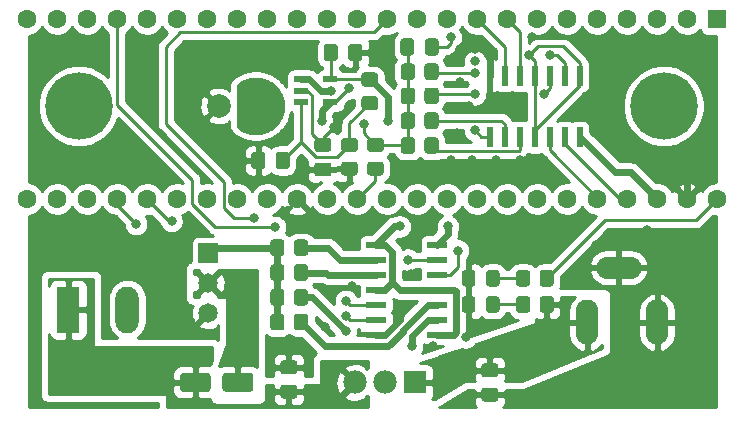
<source format=gbr>
%TF.GenerationSoftware,KiCad,Pcbnew,(5.1.8-0-10_14)*%
%TF.CreationDate,2021-01-27T14:23:44+11:00*%
%TF.ProjectId,Open-JIP(KiCad)_T3.6,4f70656e-2d4a-4495-9028-4b6943616429,rev?*%
%TF.SameCoordinates,Original*%
%TF.FileFunction,Copper,L1,Top*%
%TF.FilePolarity,Positive*%
%FSLAX46Y46*%
G04 Gerber Fmt 4.6, Leading zero omitted, Abs format (unit mm)*
G04 Created by KiCad (PCBNEW (5.1.8-0-10_14)) date 2021-01-27 14:23:44*
%MOMM*%
%LPD*%
G01*
G04 APERTURE LIST*
%TA.AperFunction,EtchedComponent*%
%ADD10C,0.001000*%
%TD*%
%TA.AperFunction,ComponentPad*%
%ADD11C,5.700000*%
%TD*%
%TA.AperFunction,ComponentPad*%
%ADD12C,1.600000*%
%TD*%
%TA.AperFunction,ComponentPad*%
%ADD13R,1.600000X1.600000*%
%TD*%
%TA.AperFunction,ComponentPad*%
%ADD14O,1.900000X3.800000*%
%TD*%
%TA.AperFunction,ComponentPad*%
%ADD15O,3.800000X1.900000*%
%TD*%
%TA.AperFunction,ComponentPad*%
%ADD16R,1.651000X1.651000*%
%TD*%
%TA.AperFunction,ComponentPad*%
%ADD17C,1.651000*%
%TD*%
%TA.AperFunction,ComponentPad*%
%ADD18C,2.000000*%
%TD*%
%TA.AperFunction,ComponentPad*%
%ADD19R,1.980000X3.960000*%
%TD*%
%TA.AperFunction,ComponentPad*%
%ADD20O,1.980000X3.960000*%
%TD*%
%TA.AperFunction,SMDPad,CuDef*%
%ADD21R,1.701800X0.533400*%
%TD*%
%TA.AperFunction,SMDPad,CuDef*%
%ADD22R,0.533400X1.701800*%
%TD*%
%TA.AperFunction,ComponentPad*%
%ADD23R,1.980000X1.980000*%
%TD*%
%TA.AperFunction,ComponentPad*%
%ADD24C,1.980000*%
%TD*%
%TA.AperFunction,SMDPad,CuDef*%
%ADD25R,1.210000X0.590000*%
%TD*%
%TA.AperFunction,ViaPad*%
%ADD26C,0.800000*%
%TD*%
%TA.AperFunction,Conductor*%
%ADD27C,0.250000*%
%TD*%
%TA.AperFunction,Conductor*%
%ADD28C,0.600000*%
%TD*%
%TA.AperFunction,Conductor*%
%ADD29C,0.254000*%
%TD*%
%TA.AperFunction,Conductor*%
%ADD30C,0.100000*%
%TD*%
G04 APERTURE END LIST*
D10*
%TO.C,D1*%
G36*
X148770000Y-81940000D02*
G01*
X148770000Y-80210000D01*
X148825072Y-80161331D01*
X148869937Y-80123885D01*
X148915724Y-80087573D01*
X148962405Y-80052417D01*
X149009951Y-80018441D01*
X149058332Y-79985664D01*
X149107517Y-79954107D01*
X149157477Y-79923791D01*
X149208179Y-79894734D01*
X149259592Y-79866954D01*
X149311684Y-79840469D01*
X149364422Y-79815296D01*
X149417774Y-79791449D01*
X149471705Y-79768945D01*
X149526182Y-79747796D01*
X149581171Y-79728017D01*
X149636638Y-79709619D01*
X149692548Y-79692615D01*
X149748865Y-79677014D01*
X149805555Y-79662827D01*
X149862582Y-79650063D01*
X149919911Y-79638729D01*
X149977505Y-79628832D01*
X150035329Y-79620380D01*
X150093346Y-79613376D01*
X150151520Y-79607826D01*
X150209815Y-79603732D01*
X150268193Y-79601098D01*
X150326620Y-79599925D01*
X150370000Y-79600000D01*
X150395000Y-79600000D01*
X150527992Y-79605535D01*
X150652129Y-79617379D01*
X150775487Y-79635632D01*
X150897735Y-79660244D01*
X151018545Y-79691151D01*
X151137594Y-79728268D01*
X151254563Y-79771497D01*
X151369137Y-79820722D01*
X151481010Y-79875811D01*
X151589882Y-79936616D01*
X151695461Y-80002974D01*
X151797464Y-80074708D01*
X151895618Y-80151624D01*
X151989660Y-80233517D01*
X152079337Y-80320168D01*
X152164410Y-80411344D01*
X152244649Y-80506801D01*
X152319841Y-80606282D01*
X152389783Y-80709522D01*
X152454289Y-80816243D01*
X152513184Y-80926159D01*
X152566312Y-81038977D01*
X152613530Y-81154393D01*
X152654711Y-81272098D01*
X152689746Y-81391776D01*
X152718539Y-81513108D01*
X152741014Y-81635767D01*
X152757111Y-81759424D01*
X152766787Y-81883750D01*
X152770000Y-82000000D01*
X152766787Y-82116250D01*
X152757111Y-82240576D01*
X152741014Y-82364233D01*
X152718539Y-82486892D01*
X152689746Y-82608224D01*
X152654711Y-82727902D01*
X152613530Y-82845607D01*
X152566312Y-82961023D01*
X152513184Y-83073841D01*
X152454289Y-83183757D01*
X152389783Y-83290478D01*
X152319841Y-83393718D01*
X152244649Y-83493199D01*
X152164410Y-83588656D01*
X152079337Y-83679832D01*
X151989660Y-83766483D01*
X151895618Y-83848376D01*
X151797464Y-83925292D01*
X151695461Y-83997026D01*
X151589882Y-84063384D01*
X151481010Y-84124189D01*
X151369137Y-84179278D01*
X151254563Y-84228503D01*
X151137594Y-84271732D01*
X151018545Y-84308849D01*
X150897735Y-84339756D01*
X150775487Y-84364368D01*
X150652129Y-84382621D01*
X150527992Y-84394465D01*
X150395000Y-84400000D01*
X150295000Y-84400000D01*
X150370000Y-84400000D01*
X150326620Y-84400075D01*
X150268193Y-84398902D01*
X150209815Y-84396268D01*
X150151520Y-84392174D01*
X150093346Y-84386624D01*
X150035329Y-84379620D01*
X149977505Y-84371168D01*
X149919911Y-84361271D01*
X149862582Y-84349937D01*
X149805555Y-84337173D01*
X149748865Y-84322986D01*
X149692548Y-84307385D01*
X149636638Y-84290381D01*
X149581171Y-84271983D01*
X149526182Y-84252204D01*
X149471705Y-84231055D01*
X149417774Y-84208551D01*
X149364422Y-84184704D01*
X149311684Y-84159531D01*
X149259592Y-84133046D01*
X149208179Y-84105266D01*
X149157477Y-84076209D01*
X149107517Y-84045893D01*
X149058332Y-84014336D01*
X149009951Y-83981559D01*
X148962405Y-83947583D01*
X148915724Y-83912427D01*
X148869937Y-83876115D01*
X148825072Y-83838669D01*
X148770000Y-83790000D01*
X148770000Y-81940000D01*
G37*
X148770000Y-81940000D02*
X148770000Y-80210000D01*
X148825072Y-80161331D01*
X148869937Y-80123885D01*
X148915724Y-80087573D01*
X148962405Y-80052417D01*
X149009951Y-80018441D01*
X149058332Y-79985664D01*
X149107517Y-79954107D01*
X149157477Y-79923791D01*
X149208179Y-79894734D01*
X149259592Y-79866954D01*
X149311684Y-79840469D01*
X149364422Y-79815296D01*
X149417774Y-79791449D01*
X149471705Y-79768945D01*
X149526182Y-79747796D01*
X149581171Y-79728017D01*
X149636638Y-79709619D01*
X149692548Y-79692615D01*
X149748865Y-79677014D01*
X149805555Y-79662827D01*
X149862582Y-79650063D01*
X149919911Y-79638729D01*
X149977505Y-79628832D01*
X150035329Y-79620380D01*
X150093346Y-79613376D01*
X150151520Y-79607826D01*
X150209815Y-79603732D01*
X150268193Y-79601098D01*
X150326620Y-79599925D01*
X150370000Y-79600000D01*
X150395000Y-79600000D01*
X150527992Y-79605535D01*
X150652129Y-79617379D01*
X150775487Y-79635632D01*
X150897735Y-79660244D01*
X151018545Y-79691151D01*
X151137594Y-79728268D01*
X151254563Y-79771497D01*
X151369137Y-79820722D01*
X151481010Y-79875811D01*
X151589882Y-79936616D01*
X151695461Y-80002974D01*
X151797464Y-80074708D01*
X151895618Y-80151624D01*
X151989660Y-80233517D01*
X152079337Y-80320168D01*
X152164410Y-80411344D01*
X152244649Y-80506801D01*
X152319841Y-80606282D01*
X152389783Y-80709522D01*
X152454289Y-80816243D01*
X152513184Y-80926159D01*
X152566312Y-81038977D01*
X152613530Y-81154393D01*
X152654711Y-81272098D01*
X152689746Y-81391776D01*
X152718539Y-81513108D01*
X152741014Y-81635767D01*
X152757111Y-81759424D01*
X152766787Y-81883750D01*
X152770000Y-82000000D01*
X152766787Y-82116250D01*
X152757111Y-82240576D01*
X152741014Y-82364233D01*
X152718539Y-82486892D01*
X152689746Y-82608224D01*
X152654711Y-82727902D01*
X152613530Y-82845607D01*
X152566312Y-82961023D01*
X152513184Y-83073841D01*
X152454289Y-83183757D01*
X152389783Y-83290478D01*
X152319841Y-83393718D01*
X152244649Y-83493199D01*
X152164410Y-83588656D01*
X152079337Y-83679832D01*
X151989660Y-83766483D01*
X151895618Y-83848376D01*
X151797464Y-83925292D01*
X151695461Y-83997026D01*
X151589882Y-84063384D01*
X151481010Y-84124189D01*
X151369137Y-84179278D01*
X151254563Y-84228503D01*
X151137594Y-84271732D01*
X151018545Y-84308849D01*
X150897735Y-84339756D01*
X150775487Y-84364368D01*
X150652129Y-84382621D01*
X150527992Y-84394465D01*
X150395000Y-84400000D01*
X150295000Y-84400000D01*
X150370000Y-84400000D01*
X150326620Y-84400075D01*
X150268193Y-84398902D01*
X150209815Y-84396268D01*
X150151520Y-84392174D01*
X150093346Y-84386624D01*
X150035329Y-84379620D01*
X149977505Y-84371168D01*
X149919911Y-84361271D01*
X149862582Y-84349937D01*
X149805555Y-84337173D01*
X149748865Y-84322986D01*
X149692548Y-84307385D01*
X149636638Y-84290381D01*
X149581171Y-84271983D01*
X149526182Y-84252204D01*
X149471705Y-84231055D01*
X149417774Y-84208551D01*
X149364422Y-84184704D01*
X149311684Y-84159531D01*
X149259592Y-84133046D01*
X149208179Y-84105266D01*
X149157477Y-84076209D01*
X149107517Y-84045893D01*
X149058332Y-84014336D01*
X149009951Y-83981559D01*
X148962405Y-83947583D01*
X148915724Y-83912427D01*
X148869937Y-83876115D01*
X148825072Y-83838669D01*
X148770000Y-83790000D01*
X148770000Y-81940000D01*
%TD*%
D11*
%TO.P,REF\u002A\u002A,1*%
%TO.N,N/C*%
X184912000Y-82000000D03*
%TD*%
D12*
%TO.P,U5,17*%
%TO.N,Net-(U5-Pad17)*%
X148795001Y-74645001D03*
%TO.P,U5,18*%
%TO.N,Net-(U5-Pad18)*%
X146255001Y-74645001D03*
%TO.P,U5,19*%
%TO.N,Net-(U5-Pad19)*%
X143715001Y-74645001D03*
%TO.P,U5,20*%
%TO.N,Net-(U5-Pad20)*%
X141175001Y-74645001D03*
%TO.P,U5,16*%
%TO.N,Net-(U5-Pad16)*%
X151335001Y-74645001D03*
%TO.P,U5,15*%
%TO.N,Net-(U5-Pad15)*%
X153875001Y-74645001D03*
%TO.P,U5,14*%
%TO.N,Net-(U5-Pad14)*%
X156415001Y-74645001D03*
%TO.P,U5,21*%
%TO.N,ActinicGain1*%
X138635001Y-74645001D03*
%TO.P,U5,22*%
%TO.N,Net-(U5-Pad22)*%
X136095001Y-74645001D03*
%TO.P,U5,23*%
%TO.N,Net-(U5-Pad23)*%
X133555001Y-74645001D03*
%TO.P,U5,24*%
%TO.N,Net-(U5-Pad24)*%
X131015001Y-74645001D03*
%TO.P,U5,30*%
%TO.N,Net-(U5-Pad30)*%
X131015001Y-89885001D03*
%TO.P,U5,31*%
%TO.N,Net-(U5-Pad31)*%
X133555001Y-89885001D03*
%TO.P,U5,32*%
%TO.N,Net-(U5-Pad32)*%
X136095001Y-89885001D03*
%TO.P,U5,33*%
%TO.N,ActinicGain3*%
X138635001Y-89885001D03*
%TO.P,U5,34*%
%TO.N,ActinicGain2*%
X141175001Y-89885001D03*
%TO.P,U5,35*%
%TO.N,Net-(U5-Pad35)*%
X143715001Y-89885001D03*
%TO.P,U5,36*%
%TO.N,Net-(U5-Pad36)*%
X146255001Y-89885001D03*
%TO.P,U5,37*%
%TO.N,Net-(U5-Pad37)*%
X148795001Y-89885001D03*
%TO.P,U5,13*%
%TO.N,Net-(U5-Pad13)*%
X158955001Y-74645001D03*
%TO.P,U5,12*%
%TO.N,ActinicGain4*%
X161495001Y-74645001D03*
%TO.P,U5,11*%
%TO.N,Net-(U5-Pad11)*%
X164035001Y-74645001D03*
%TO.P,U5,10*%
%TO.N,Net-(U5-Pad10)*%
X166575001Y-74645001D03*
%TO.P,U5,9*%
%TO.N,FluoroGain3*%
X169115001Y-74645001D03*
%TO.P,U5,8*%
%TO.N,FluoroGain2*%
X171655001Y-74645001D03*
%TO.P,U5,7*%
%TO.N,Net-(U5-Pad7)*%
X174195001Y-74645001D03*
%TO.P,U5,6*%
%TO.N,Net-(U5-Pad6)*%
X176735001Y-74645001D03*
%TO.P,U5,5*%
%TO.N,Net-(U5-Pad5)*%
X179275001Y-74645001D03*
%TO.P,U5,4*%
%TO.N,Net-(U5-Pad4)*%
X181815001Y-74645001D03*
%TO.P,U5,3*%
%TO.N,Net-(U5-Pad3)*%
X184355001Y-74645001D03*
%TO.P,U5,2*%
%TO.N,Net-(U5-Pad2)*%
X186895001Y-74645001D03*
D13*
%TO.P,U5,1*%
%TO.N,Net-(U5-Pad1)*%
X189435001Y-74645001D03*
D12*
%TO.P,U5,38*%
%TO.N,Net-(U5-Pad38)*%
X151335001Y-89885001D03*
%TO.P,U5,39*%
%TO.N,GND*%
X153875001Y-89885001D03*
%TO.P,U5,40*%
%TO.N,Net-(U5-Pad40)*%
X156415001Y-89885001D03*
%TO.P,U5,41*%
%TO.N,FluoroRead*%
X158955001Y-89885001D03*
%TO.P,U5,42*%
%TO.N,Net-(U5-Pad42)*%
X161495001Y-89885001D03*
%TO.P,U5,43*%
%TO.N,Net-(U5-Pad43)*%
X164035001Y-89885001D03*
%TO.P,U5,44*%
%TO.N,Net-(U5-Pad44)*%
X166575001Y-89885001D03*
%TO.P,U5,45*%
%TO.N,Net-(U5-Pad45)*%
X169115001Y-89885001D03*
%TO.P,U5,46*%
%TO.N,Net-(U5-Pad46)*%
X171655001Y-89885001D03*
%TO.P,U5,47*%
%TO.N,Net-(U5-Pad47)*%
X174195001Y-89885001D03*
%TO.P,U5,48*%
%TO.N,Net-(U5-Pad48)*%
X176735001Y-89885001D03*
%TO.P,U5,49*%
%TO.N,FluoroGain4*%
X179275001Y-89885001D03*
%TO.P,U5,50*%
%TO.N,FluoroGain1*%
X181815001Y-89885001D03*
%TO.P,U5,51*%
%TO.N,+3V3*%
X184355001Y-89885001D03*
%TO.P,U5,52*%
%TO.N,GNDA*%
X186895001Y-89885001D03*
%TO.P,U5,53*%
%TO.N,+5V*%
X189435001Y-89885001D03*
%TD*%
D11*
%TO.P,REF\u002A\u002A,1*%
%TO.N,N/C*%
X135382000Y-82000000D03*
%TD*%
D14*
%TO.P,J1,1*%
%TO.N,+15V*%
X178422000Y-100330000D03*
%TO.P,J1,2*%
%TO.N,GND*%
X184352000Y-100330000D03*
D15*
%TO.P,J1,3*%
X181102000Y-95680000D03*
%TD*%
%TO.P,R13,2*%
%TO.N,Net-(D3-Pad2)*%
%TA.AperFunction,SMDPad,CuDef*%
G36*
G01*
X173606000Y-98355999D02*
X173606000Y-99256001D01*
G75*
G02*
X173356001Y-99506000I-249999J0D01*
G01*
X172655999Y-99506000D01*
G75*
G02*
X172406000Y-99256001I0J249999D01*
G01*
X172406000Y-98355999D01*
G75*
G02*
X172655999Y-98106000I249999J0D01*
G01*
X173356001Y-98106000D01*
G75*
G02*
X173606000Y-98355999I0J-249999D01*
G01*
G37*
%TD.AperFunction*%
%TO.P,R13,1*%
%TO.N,+15V*%
%TA.AperFunction,SMDPad,CuDef*%
G36*
G01*
X175606000Y-98355999D02*
X175606000Y-99256001D01*
G75*
G02*
X175356001Y-99506000I-249999J0D01*
G01*
X174655999Y-99506000D01*
G75*
G02*
X174406000Y-99256001I0J249999D01*
G01*
X174406000Y-98355999D01*
G75*
G02*
X174655999Y-98106000I249999J0D01*
G01*
X175356001Y-98106000D01*
G75*
G02*
X175606000Y-98355999I0J-249999D01*
G01*
G37*
%TD.AperFunction*%
%TD*%
%TO.P,D3,2*%
%TO.N,Net-(D3-Pad2)*%
%TA.AperFunction,SMDPad,CuDef*%
G36*
G01*
X169859000Y-99256001D02*
X169859000Y-98355999D01*
G75*
G02*
X170108999Y-98106000I249999J0D01*
G01*
X170759001Y-98106000D01*
G75*
G02*
X171009000Y-98355999I0J-249999D01*
G01*
X171009000Y-99256001D01*
G75*
G02*
X170759001Y-99506000I-249999J0D01*
G01*
X170108999Y-99506000D01*
G75*
G02*
X169859000Y-99256001I0J249999D01*
G01*
G37*
%TD.AperFunction*%
%TO.P,D3,1*%
%TO.N,GND*%
%TA.AperFunction,SMDPad,CuDef*%
G36*
G01*
X167809000Y-99256001D02*
X167809000Y-98355999D01*
G75*
G02*
X168058999Y-98106000I249999J0D01*
G01*
X168709001Y-98106000D01*
G75*
G02*
X168959000Y-98355999I0J-249999D01*
G01*
X168959000Y-99256001D01*
G75*
G02*
X168709001Y-99506000I-249999J0D01*
G01*
X168058999Y-99506000D01*
G75*
G02*
X167809000Y-99256001I0J249999D01*
G01*
G37*
%TD.AperFunction*%
%TD*%
%TO.P,C1,2*%
%TO.N,Net-(C1-Pad2)*%
%TA.AperFunction,SMDPad,CuDef*%
G36*
G01*
X152066500Y-87089000D02*
X152066500Y-86139000D01*
G75*
G02*
X152316500Y-85889000I250000J0D01*
G01*
X152991500Y-85889000D01*
G75*
G02*
X153241500Y-86139000I0J-250000D01*
G01*
X153241500Y-87089000D01*
G75*
G02*
X152991500Y-87339000I-250000J0D01*
G01*
X152316500Y-87339000D01*
G75*
G02*
X152066500Y-87089000I0J250000D01*
G01*
G37*
%TD.AperFunction*%
%TO.P,C1,1*%
%TO.N,GNDA*%
%TA.AperFunction,SMDPad,CuDef*%
G36*
G01*
X149991500Y-87089000D02*
X149991500Y-86139000D01*
G75*
G02*
X150241500Y-85889000I250000J0D01*
G01*
X150916500Y-85889000D01*
G75*
G02*
X151166500Y-86139000I0J-250000D01*
G01*
X151166500Y-87089000D01*
G75*
G02*
X150916500Y-87339000I-250000J0D01*
G01*
X150241500Y-87339000D01*
G75*
G02*
X149991500Y-87089000I0J250000D01*
G01*
G37*
%TD.AperFunction*%
%TD*%
%TO.P,C2,1*%
%TO.N,GND*%
%TA.AperFunction,SMDPad,CuDef*%
G36*
G01*
X170655000Y-107035000D02*
X169705000Y-107035000D01*
G75*
G02*
X169455000Y-106785000I0J250000D01*
G01*
X169455000Y-106110000D01*
G75*
G02*
X169705000Y-105860000I250000J0D01*
G01*
X170655000Y-105860000D01*
G75*
G02*
X170905000Y-106110000I0J-250000D01*
G01*
X170905000Y-106785000D01*
G75*
G02*
X170655000Y-107035000I-250000J0D01*
G01*
G37*
%TD.AperFunction*%
%TO.P,C2,2*%
%TO.N,+15V*%
%TA.AperFunction,SMDPad,CuDef*%
G36*
G01*
X170655000Y-104960000D02*
X169705000Y-104960000D01*
G75*
G02*
X169455000Y-104710000I0J250000D01*
G01*
X169455000Y-104035000D01*
G75*
G02*
X169705000Y-103785000I250000J0D01*
G01*
X170655000Y-103785000D01*
G75*
G02*
X170905000Y-104035000I0J-250000D01*
G01*
X170905000Y-104710000D01*
G75*
G02*
X170655000Y-104960000I-250000J0D01*
G01*
G37*
%TD.AperFunction*%
%TD*%
%TO.P,C3,1*%
%TO.N,/Out*%
%TA.AperFunction,SMDPad,CuDef*%
G36*
G01*
X162612500Y-77475000D02*
X162612500Y-76525000D01*
G75*
G02*
X162862500Y-76275000I250000J0D01*
G01*
X163537500Y-76275000D01*
G75*
G02*
X163787500Y-76525000I0J-250000D01*
G01*
X163787500Y-77475000D01*
G75*
G02*
X163537500Y-77725000I-250000J0D01*
G01*
X162862500Y-77725000D01*
G75*
G02*
X162612500Y-77475000I0J250000D01*
G01*
G37*
%TD.AperFunction*%
%TO.P,C3,2*%
%TO.N,/-IN*%
%TA.AperFunction,SMDPad,CuDef*%
G36*
G01*
X164687500Y-77475000D02*
X164687500Y-76525000D01*
G75*
G02*
X164937500Y-76275000I250000J0D01*
G01*
X165612500Y-76275000D01*
G75*
G02*
X165862500Y-76525000I0J-250000D01*
G01*
X165862500Y-77475000D01*
G75*
G02*
X165612500Y-77725000I-250000J0D01*
G01*
X164937500Y-77725000D01*
G75*
G02*
X164687500Y-77475000I0J250000D01*
G01*
G37*
%TD.AperFunction*%
%TD*%
%TO.P,C4,2*%
%TO.N,Net-(C4-Pad2)*%
%TA.AperFunction,SMDPad,CuDef*%
G36*
G01*
X152687000Y-105606000D02*
X153637000Y-105606000D01*
G75*
G02*
X153887000Y-105856000I0J-250000D01*
G01*
X153887000Y-106531000D01*
G75*
G02*
X153637000Y-106781000I-250000J0D01*
G01*
X152687000Y-106781000D01*
G75*
G02*
X152437000Y-106531000I0J250000D01*
G01*
X152437000Y-105856000D01*
G75*
G02*
X152687000Y-105606000I250000J0D01*
G01*
G37*
%TD.AperFunction*%
%TO.P,C4,1*%
%TO.N,GND*%
%TA.AperFunction,SMDPad,CuDef*%
G36*
G01*
X152687000Y-103531000D02*
X153637000Y-103531000D01*
G75*
G02*
X153887000Y-103781000I0J-250000D01*
G01*
X153887000Y-104456000D01*
G75*
G02*
X153637000Y-104706000I-250000J0D01*
G01*
X152687000Y-104706000D01*
G75*
G02*
X152437000Y-104456000I0J250000D01*
G01*
X152437000Y-103781000D01*
G75*
G02*
X152687000Y-103531000I250000J0D01*
G01*
G37*
%TD.AperFunction*%
%TD*%
%TO.P,C5,2*%
%TO.N,GNDA*%
%TA.AperFunction,SMDPad,CuDef*%
G36*
G01*
X156525000Y-85887500D02*
X155575000Y-85887500D01*
G75*
G02*
X155325000Y-85637500I0J250000D01*
G01*
X155325000Y-84962500D01*
G75*
G02*
X155575000Y-84712500I250000J0D01*
G01*
X156525000Y-84712500D01*
G75*
G02*
X156775000Y-84962500I0J-250000D01*
G01*
X156775000Y-85637500D01*
G75*
G02*
X156525000Y-85887500I-250000J0D01*
G01*
G37*
%TD.AperFunction*%
%TO.P,C5,1*%
%TA.AperFunction,SMDPad,CuDef*%
G36*
G01*
X156525000Y-87962500D02*
X155575000Y-87962500D01*
G75*
G02*
X155325000Y-87712500I0J250000D01*
G01*
X155325000Y-87037500D01*
G75*
G02*
X155575000Y-86787500I250000J0D01*
G01*
X156525000Y-86787500D01*
G75*
G02*
X156775000Y-87037500I0J-250000D01*
G01*
X156775000Y-87712500D01*
G75*
G02*
X156525000Y-87962500I-250000J0D01*
G01*
G37*
%TD.AperFunction*%
%TD*%
%TO.P,C6,1*%
%TO.N,GNDA*%
%TA.AperFunction,SMDPad,CuDef*%
G36*
G01*
X159380500Y-76995000D02*
X159380500Y-77945000D01*
G75*
G02*
X159130500Y-78195000I-250000J0D01*
G01*
X158455500Y-78195000D01*
G75*
G02*
X158205500Y-77945000I0J250000D01*
G01*
X158205500Y-76995000D01*
G75*
G02*
X158455500Y-76745000I250000J0D01*
G01*
X159130500Y-76745000D01*
G75*
G02*
X159380500Y-76995000I0J-250000D01*
G01*
G37*
%TD.AperFunction*%
%TO.P,C6,2*%
%TO.N,+3V3*%
%TA.AperFunction,SMDPad,CuDef*%
G36*
G01*
X157305500Y-76995000D02*
X157305500Y-77945000D01*
G75*
G02*
X157055500Y-78195000I-250000J0D01*
G01*
X156380500Y-78195000D01*
G75*
G02*
X156130500Y-77945000I0J250000D01*
G01*
X156130500Y-76995000D01*
G75*
G02*
X156380500Y-76745000I250000J0D01*
G01*
X157055500Y-76745000D01*
G75*
G02*
X157305500Y-76995000I0J-250000D01*
G01*
G37*
%TD.AperFunction*%
%TD*%
%TO.P,C7,1*%
%TO.N,Net-(C4-Pad2)*%
%TA.AperFunction,SMDPad,CuDef*%
G36*
G01*
X143950000Y-105950000D02*
X143950000Y-104850000D01*
G75*
G02*
X144200000Y-104600000I250000J0D01*
G01*
X146300000Y-104600000D01*
G75*
G02*
X146550000Y-104850000I0J-250000D01*
G01*
X146550000Y-105950000D01*
G75*
G02*
X146300000Y-106200000I-250000J0D01*
G01*
X144200000Y-106200000D01*
G75*
G02*
X143950000Y-105950000I0J250000D01*
G01*
G37*
%TD.AperFunction*%
%TO.P,C7,2*%
%TO.N,Net-(C7-Pad2)*%
%TA.AperFunction,SMDPad,CuDef*%
G36*
G01*
X147550000Y-105950000D02*
X147550000Y-104850000D01*
G75*
G02*
X147800000Y-104600000I250000J0D01*
G01*
X149900000Y-104600000D01*
G75*
G02*
X150150000Y-104850000I0J-250000D01*
G01*
X150150000Y-105950000D01*
G75*
G02*
X149900000Y-106200000I-250000J0D01*
G01*
X147800000Y-106200000D01*
G75*
G02*
X147550000Y-105950000I0J250000D01*
G01*
G37*
%TD.AperFunction*%
%TD*%
D16*
%TO.P,CR1,1*%
%TO.N,/TrigOut*%
X146350000Y-94450000D03*
D17*
%TO.P,CR1,2*%
%TO.N,Net-(C7-Pad2)*%
X146350000Y-96990000D03*
%TO.P,CR1,3*%
%TO.N,GND*%
X146350000Y-99530000D03*
%TD*%
D18*
%TO.P,D1,1*%
%TO.N,GNDA*%
X147230000Y-82000000D03*
%TO.P,D1,2*%
%TO.N,/-IN*%
X149770000Y-82000000D03*
%TD*%
%TO.P,D2,1*%
%TO.N,GND*%
%TA.AperFunction,SMDPad,CuDef*%
G36*
G01*
X167809000Y-97036001D02*
X167809000Y-96135999D01*
G75*
G02*
X168058999Y-95886000I249999J0D01*
G01*
X168709001Y-95886000D01*
G75*
G02*
X168959000Y-96135999I0J-249999D01*
G01*
X168959000Y-97036001D01*
G75*
G02*
X168709001Y-97286000I-249999J0D01*
G01*
X168058999Y-97286000D01*
G75*
G02*
X167809000Y-97036001I0J249999D01*
G01*
G37*
%TD.AperFunction*%
%TO.P,D2,2*%
%TO.N,Net-(D2-Pad2)*%
%TA.AperFunction,SMDPad,CuDef*%
G36*
G01*
X169859000Y-97036001D02*
X169859000Y-96135999D01*
G75*
G02*
X170108999Y-95886000I249999J0D01*
G01*
X170759001Y-95886000D01*
G75*
G02*
X171009000Y-96135999I0J-249999D01*
G01*
X171009000Y-97036001D01*
G75*
G02*
X170759001Y-97286000I-249999J0D01*
G01*
X170108999Y-97286000D01*
G75*
G02*
X169859000Y-97036001I0J249999D01*
G01*
G37*
%TD.AperFunction*%
%TD*%
D19*
%TO.P,J2,1*%
%TO.N,Net-(C4-Pad2)*%
X134500000Y-99250000D03*
D20*
%TO.P,J2,2*%
%TO.N,Net-(C7-Pad2)*%
X139500000Y-99250000D03*
%TD*%
%TO.P,R1,1*%
%TO.N,Net-(C1-Pad2)*%
%TA.AperFunction,SMDPad,CuDef*%
G36*
G01*
X160470001Y-82356000D02*
X159569999Y-82356000D01*
G75*
G02*
X159320000Y-82106001I0J249999D01*
G01*
X159320000Y-81405999D01*
G75*
G02*
X159569999Y-81156000I249999J0D01*
G01*
X160470001Y-81156000D01*
G75*
G02*
X160720000Y-81405999I0J-249999D01*
G01*
X160720000Y-82106001D01*
G75*
G02*
X160470001Y-82356000I-249999J0D01*
G01*
G37*
%TD.AperFunction*%
%TO.P,R1,2*%
%TO.N,+3V3*%
%TA.AperFunction,SMDPad,CuDef*%
G36*
G01*
X160470001Y-80356000D02*
X159569999Y-80356000D01*
G75*
G02*
X159320000Y-80106001I0J249999D01*
G01*
X159320000Y-79405999D01*
G75*
G02*
X159569999Y-79156000I249999J0D01*
G01*
X160470001Y-79156000D01*
G75*
G02*
X160720000Y-79405999I0J-249999D01*
G01*
X160720000Y-80106001D01*
G75*
G02*
X160470001Y-80356000I-249999J0D01*
G01*
G37*
%TD.AperFunction*%
%TD*%
%TO.P,R2,2*%
%TO.N,Net-(C1-Pad2)*%
%TA.AperFunction,SMDPad,CuDef*%
G36*
G01*
X158750001Y-85900000D02*
X157849999Y-85900000D01*
G75*
G02*
X157600000Y-85650001I0J249999D01*
G01*
X157600000Y-84949999D01*
G75*
G02*
X157849999Y-84700000I249999J0D01*
G01*
X158750001Y-84700000D01*
G75*
G02*
X159000000Y-84949999I0J-249999D01*
G01*
X159000000Y-85650001D01*
G75*
G02*
X158750001Y-85900000I-249999J0D01*
G01*
G37*
%TD.AperFunction*%
%TO.P,R2,1*%
%TO.N,GNDA*%
%TA.AperFunction,SMDPad,CuDef*%
G36*
G01*
X158750001Y-87900000D02*
X157849999Y-87900000D01*
G75*
G02*
X157600000Y-87650001I0J249999D01*
G01*
X157600000Y-86949999D01*
G75*
G02*
X157849999Y-86700000I249999J0D01*
G01*
X158750001Y-86700000D01*
G75*
G02*
X159000000Y-86949999I0J-249999D01*
G01*
X159000000Y-87650001D01*
G75*
G02*
X158750001Y-87900000I-249999J0D01*
G01*
G37*
%TD.AperFunction*%
%TD*%
%TO.P,R3,1*%
%TO.N,/Out*%
%TA.AperFunction,SMDPad,CuDef*%
G36*
G01*
X162650000Y-85800001D02*
X162650000Y-84899999D01*
G75*
G02*
X162899999Y-84650000I249999J0D01*
G01*
X163600001Y-84650000D01*
G75*
G02*
X163850000Y-84899999I0J-249999D01*
G01*
X163850000Y-85800001D01*
G75*
G02*
X163600001Y-86050000I-249999J0D01*
G01*
X162899999Y-86050000D01*
G75*
G02*
X162650000Y-85800001I0J249999D01*
G01*
G37*
%TD.AperFunction*%
%TO.P,R3,2*%
%TO.N,Net-(R3-Pad2)*%
%TA.AperFunction,SMDPad,CuDef*%
G36*
G01*
X164650000Y-85800001D02*
X164650000Y-84899999D01*
G75*
G02*
X164899999Y-84650000I249999J0D01*
G01*
X165600001Y-84650000D01*
G75*
G02*
X165850000Y-84899999I0J-249999D01*
G01*
X165850000Y-85800001D01*
G75*
G02*
X165600001Y-86050000I-249999J0D01*
G01*
X164899999Y-86050000D01*
G75*
G02*
X164650000Y-85800001I0J249999D01*
G01*
G37*
%TD.AperFunction*%
%TD*%
%TO.P,R4,2*%
%TO.N,Net-(R4-Pad2)*%
%TA.AperFunction,SMDPad,CuDef*%
G36*
G01*
X153600000Y-100750001D02*
X153600000Y-99849999D01*
G75*
G02*
X153849999Y-99600000I249999J0D01*
G01*
X154550001Y-99600000D01*
G75*
G02*
X154800000Y-99849999I0J-249999D01*
G01*
X154800000Y-100750001D01*
G75*
G02*
X154550001Y-101000000I-249999J0D01*
G01*
X153849999Y-101000000D01*
G75*
G02*
X153600000Y-100750001I0J249999D01*
G01*
G37*
%TD.AperFunction*%
%TO.P,R4,1*%
%TO.N,/TrigOut*%
%TA.AperFunction,SMDPad,CuDef*%
G36*
G01*
X151600000Y-100750001D02*
X151600000Y-99849999D01*
G75*
G02*
X151849999Y-99600000I249999J0D01*
G01*
X152550001Y-99600000D01*
G75*
G02*
X152800000Y-99849999I0J-249999D01*
G01*
X152800000Y-100750001D01*
G75*
G02*
X152550001Y-101000000I-249999J0D01*
G01*
X151849999Y-101000000D01*
G75*
G02*
X151600000Y-100750001I0J249999D01*
G01*
G37*
%TD.AperFunction*%
%TD*%
%TO.P,R5,2*%
%TO.N,Net-(R5-Pad2)*%
%TA.AperFunction,SMDPad,CuDef*%
G36*
G01*
X164650000Y-83700001D02*
X164650000Y-82799999D01*
G75*
G02*
X164899999Y-82550000I249999J0D01*
G01*
X165600001Y-82550000D01*
G75*
G02*
X165850000Y-82799999I0J-249999D01*
G01*
X165850000Y-83700001D01*
G75*
G02*
X165600001Y-83950000I-249999J0D01*
G01*
X164899999Y-83950000D01*
G75*
G02*
X164650000Y-83700001I0J249999D01*
G01*
G37*
%TD.AperFunction*%
%TO.P,R5,1*%
%TO.N,/Out*%
%TA.AperFunction,SMDPad,CuDef*%
G36*
G01*
X162650000Y-83700001D02*
X162650000Y-82799999D01*
G75*
G02*
X162899999Y-82550000I249999J0D01*
G01*
X163600001Y-82550000D01*
G75*
G02*
X163850000Y-82799999I0J-249999D01*
G01*
X163850000Y-83700001D01*
G75*
G02*
X163600001Y-83950000I-249999J0D01*
G01*
X162899999Y-83950000D01*
G75*
G02*
X162650000Y-83700001I0J249999D01*
G01*
G37*
%TD.AperFunction*%
%TD*%
%TO.P,R6,1*%
%TO.N,/TrigOut*%
%TA.AperFunction,SMDPad,CuDef*%
G36*
G01*
X151600000Y-98650001D02*
X151600000Y-97749999D01*
G75*
G02*
X151849999Y-97500000I249999J0D01*
G01*
X152550001Y-97500000D01*
G75*
G02*
X152800000Y-97749999I0J-249999D01*
G01*
X152800000Y-98650001D01*
G75*
G02*
X152550001Y-98900000I-249999J0D01*
G01*
X151849999Y-98900000D01*
G75*
G02*
X151600000Y-98650001I0J249999D01*
G01*
G37*
%TD.AperFunction*%
%TO.P,R6,2*%
%TO.N,Net-(R6-Pad2)*%
%TA.AperFunction,SMDPad,CuDef*%
G36*
G01*
X153600000Y-98650001D02*
X153600000Y-97749999D01*
G75*
G02*
X153849999Y-97500000I249999J0D01*
G01*
X154550001Y-97500000D01*
G75*
G02*
X154800000Y-97749999I0J-249999D01*
G01*
X154800000Y-98650001D01*
G75*
G02*
X154550001Y-98900000I-249999J0D01*
G01*
X153849999Y-98900000D01*
G75*
G02*
X153600000Y-98650001I0J249999D01*
G01*
G37*
%TD.AperFunction*%
%TD*%
%TO.P,R7,1*%
%TO.N,FluoroRead*%
%TA.AperFunction,SMDPad,CuDef*%
G36*
G01*
X160950001Y-87900000D02*
X160049999Y-87900000D01*
G75*
G02*
X159800000Y-87650001I0J249999D01*
G01*
X159800000Y-86949999D01*
G75*
G02*
X160049999Y-86700000I249999J0D01*
G01*
X160950001Y-86700000D01*
G75*
G02*
X161200000Y-86949999I0J-249999D01*
G01*
X161200000Y-87650001D01*
G75*
G02*
X160950001Y-87900000I-249999J0D01*
G01*
G37*
%TD.AperFunction*%
%TO.P,R7,2*%
%TO.N,/Out*%
%TA.AperFunction,SMDPad,CuDef*%
G36*
G01*
X160950001Y-85900000D02*
X160049999Y-85900000D01*
G75*
G02*
X159800000Y-85650001I0J249999D01*
G01*
X159800000Y-84949999D01*
G75*
G02*
X160049999Y-84700000I249999J0D01*
G01*
X160950001Y-84700000D01*
G75*
G02*
X161200000Y-84949999I0J-249999D01*
G01*
X161200000Y-85650001D01*
G75*
G02*
X160950001Y-85900000I-249999J0D01*
G01*
G37*
%TD.AperFunction*%
%TD*%
%TO.P,R8,1*%
%TO.N,/Out*%
%TA.AperFunction,SMDPad,CuDef*%
G36*
G01*
X162650000Y-81600001D02*
X162650000Y-80699999D01*
G75*
G02*
X162899999Y-80450000I249999J0D01*
G01*
X163600001Y-80450000D01*
G75*
G02*
X163850000Y-80699999I0J-249999D01*
G01*
X163850000Y-81600001D01*
G75*
G02*
X163600001Y-81850000I-249999J0D01*
G01*
X162899999Y-81850000D01*
G75*
G02*
X162650000Y-81600001I0J249999D01*
G01*
G37*
%TD.AperFunction*%
%TO.P,R8,2*%
%TO.N,Net-(R8-Pad2)*%
%TA.AperFunction,SMDPad,CuDef*%
G36*
G01*
X164650000Y-81600001D02*
X164650000Y-80699999D01*
G75*
G02*
X164899999Y-80450000I249999J0D01*
G01*
X165600001Y-80450000D01*
G75*
G02*
X165850000Y-80699999I0J-249999D01*
G01*
X165850000Y-81600001D01*
G75*
G02*
X165600001Y-81850000I-249999J0D01*
G01*
X164899999Y-81850000D01*
G75*
G02*
X164650000Y-81600001I0J249999D01*
G01*
G37*
%TD.AperFunction*%
%TD*%
%TO.P,R9,1*%
%TO.N,/TrigOut*%
%TA.AperFunction,SMDPad,CuDef*%
G36*
G01*
X151600000Y-96550001D02*
X151600000Y-95649999D01*
G75*
G02*
X151849999Y-95400000I249999J0D01*
G01*
X152550001Y-95400000D01*
G75*
G02*
X152800000Y-95649999I0J-249999D01*
G01*
X152800000Y-96550001D01*
G75*
G02*
X152550001Y-96800000I-249999J0D01*
G01*
X151849999Y-96800000D01*
G75*
G02*
X151600000Y-96550001I0J249999D01*
G01*
G37*
%TD.AperFunction*%
%TO.P,R9,2*%
%TO.N,Net-(R9-Pad2)*%
%TA.AperFunction,SMDPad,CuDef*%
G36*
G01*
X153600000Y-96550001D02*
X153600000Y-95649999D01*
G75*
G02*
X153849999Y-95400000I249999J0D01*
G01*
X154550001Y-95400000D01*
G75*
G02*
X154800000Y-95649999I0J-249999D01*
G01*
X154800000Y-96550001D01*
G75*
G02*
X154550001Y-96800000I-249999J0D01*
G01*
X153849999Y-96800000D01*
G75*
G02*
X153600000Y-96550001I0J249999D01*
G01*
G37*
%TD.AperFunction*%
%TD*%
%TO.P,R10,2*%
%TO.N,Net-(R10-Pad2)*%
%TA.AperFunction,SMDPad,CuDef*%
G36*
G01*
X164650000Y-79550001D02*
X164650000Y-78649999D01*
G75*
G02*
X164899999Y-78400000I249999J0D01*
G01*
X165600001Y-78400000D01*
G75*
G02*
X165850000Y-78649999I0J-249999D01*
G01*
X165850000Y-79550001D01*
G75*
G02*
X165600001Y-79800000I-249999J0D01*
G01*
X164899999Y-79800000D01*
G75*
G02*
X164650000Y-79550001I0J249999D01*
G01*
G37*
%TD.AperFunction*%
%TO.P,R10,1*%
%TO.N,/Out*%
%TA.AperFunction,SMDPad,CuDef*%
G36*
G01*
X162650000Y-79550001D02*
X162650000Y-78649999D01*
G75*
G02*
X162899999Y-78400000I249999J0D01*
G01*
X163600001Y-78400000D01*
G75*
G02*
X163850000Y-78649999I0J-249999D01*
G01*
X163850000Y-79550001D01*
G75*
G02*
X163600001Y-79800000I-249999J0D01*
G01*
X162899999Y-79800000D01*
G75*
G02*
X162650000Y-79550001I0J249999D01*
G01*
G37*
%TD.AperFunction*%
%TD*%
%TO.P,R11,2*%
%TO.N,Net-(R11-Pad2)*%
%TA.AperFunction,SMDPad,CuDef*%
G36*
G01*
X153600000Y-94450001D02*
X153600000Y-93549999D01*
G75*
G02*
X153849999Y-93300000I249999J0D01*
G01*
X154550001Y-93300000D01*
G75*
G02*
X154800000Y-93549999I0J-249999D01*
G01*
X154800000Y-94450001D01*
G75*
G02*
X154550001Y-94700000I-249999J0D01*
G01*
X153849999Y-94700000D01*
G75*
G02*
X153600000Y-94450001I0J249999D01*
G01*
G37*
%TD.AperFunction*%
%TO.P,R11,1*%
%TO.N,/TrigOut*%
%TA.AperFunction,SMDPad,CuDef*%
G36*
G01*
X151600000Y-94450001D02*
X151600000Y-93549999D01*
G75*
G02*
X151849999Y-93300000I249999J0D01*
G01*
X152550001Y-93300000D01*
G75*
G02*
X152800000Y-93549999I0J-249999D01*
G01*
X152800000Y-94450001D01*
G75*
G02*
X152550001Y-94700000I-249999J0D01*
G01*
X151849999Y-94700000D01*
G75*
G02*
X151600000Y-94450001I0J249999D01*
G01*
G37*
%TD.AperFunction*%
%TD*%
%TO.P,R12,2*%
%TO.N,Net-(D2-Pad2)*%
%TA.AperFunction,SMDPad,CuDef*%
G36*
G01*
X173606000Y-96135999D02*
X173606000Y-97036001D01*
G75*
G02*
X173356001Y-97286000I-249999J0D01*
G01*
X172655999Y-97286000D01*
G75*
G02*
X172406000Y-97036001I0J249999D01*
G01*
X172406000Y-96135999D01*
G75*
G02*
X172655999Y-95886000I249999J0D01*
G01*
X173356001Y-95886000D01*
G75*
G02*
X173606000Y-96135999I0J-249999D01*
G01*
G37*
%TD.AperFunction*%
%TO.P,R12,1*%
%TO.N,+5V*%
%TA.AperFunction,SMDPad,CuDef*%
G36*
G01*
X175606000Y-96135999D02*
X175606000Y-97036001D01*
G75*
G02*
X175356001Y-97286000I-249999J0D01*
G01*
X174655999Y-97286000D01*
G75*
G02*
X174406000Y-97036001I0J249999D01*
G01*
X174406000Y-96135999D01*
G75*
G02*
X174655999Y-95886000I249999J0D01*
G01*
X175356001Y-95886000D01*
G75*
G02*
X175606000Y-96135999I0J-249999D01*
G01*
G37*
%TD.AperFunction*%
%TD*%
D21*
%TO.P,U1,1*%
%TO.N,+3V3*%
X160559200Y-93740000D03*
%TO.P,U1,2*%
%TO.N,Net-(R11-Pad2)*%
X160559200Y-95010000D03*
%TO.P,U1,3*%
%TO.N,Net-(R9-Pad2)*%
X160559200Y-96280000D03*
%TO.P,U1,4*%
%TO.N,+3V3*%
X160559200Y-97550000D03*
%TO.P,U1,5*%
%TO.N,ActinicGain2*%
X160559200Y-98820000D03*
%TO.P,U1,6*%
%TO.N,ActinicGain3*%
X160559200Y-100090000D03*
%TO.P,U1,7*%
%TO.N,GND*%
X160559200Y-101360000D03*
%TO.P,U1,8*%
%TO.N,+3V3*%
X165740800Y-101360000D03*
%TO.P,U1,9*%
%TO.N,Net-(R6-Pad2)*%
X165740800Y-100090000D03*
%TO.P,U1,10*%
%TO.N,Net-(R4-Pad2)*%
X165740800Y-98820000D03*
%TO.P,U1,11*%
%TO.N,+3V3*%
X165740800Y-97550000D03*
%TO.P,U1,12*%
%TO.N,ActinicGain4*%
X165740800Y-96280000D03*
%TO.P,U1,13*%
%TO.N,ActinicGain1*%
X165740800Y-95010000D03*
%TO.P,U1,14*%
%TO.N,+3V3*%
X165740800Y-93740000D03*
%TD*%
D22*
%TO.P,U2,14*%
%TO.N,+3V3*%
X177800000Y-84632800D03*
%TO.P,U2,13*%
%TO.N,FluoroGain1*%
X176530000Y-84632800D03*
%TO.P,U2,12*%
%TO.N,FluoroGain4*%
X175260000Y-84632800D03*
%TO.P,U2,11*%
%TO.N,/-IN*%
X173990000Y-84632800D03*
%TO.P,U2,10*%
%TO.N,Net-(R3-Pad2)*%
X172720000Y-84632800D03*
%TO.P,U2,9*%
%TO.N,Net-(R5-Pad2)*%
X171450000Y-84632800D03*
%TO.P,U2,8*%
%TO.N,/-IN*%
X170180000Y-84632800D03*
%TO.P,U2,7*%
%TO.N,GNDA*%
X170180000Y-79451200D03*
%TO.P,U2,6*%
%TO.N,FluoroGain3*%
X171450000Y-79451200D03*
%TO.P,U2,5*%
%TO.N,FluoroGain2*%
X172720000Y-79451200D03*
%TO.P,U2,4*%
%TO.N,/-IN*%
X173990000Y-79451200D03*
%TO.P,U2,3*%
%TO.N,Net-(R8-Pad2)*%
X175260000Y-79451200D03*
%TO.P,U2,2*%
%TO.N,Net-(R10-Pad2)*%
X176530000Y-79451200D03*
%TO.P,U2,1*%
%TO.N,/-IN*%
X177800000Y-79451200D03*
%TD*%
D23*
%TO.P,U3,1*%
%TO.N,+15V*%
X163830000Y-105410000D03*
D24*
%TO.P,U3,2*%
%TO.N,GND*%
X161290000Y-105410000D03*
%TO.P,U3,3*%
%TO.N,Net-(C4-Pad2)*%
X158750000Y-105410000D03*
%TD*%
D25*
%TO.P,U4,1*%
%TO.N,/Out*%
X154178000Y-79756000D03*
%TO.P,U4,2*%
%TO.N,GNDA*%
X154178000Y-80706000D03*
%TO.P,U4,3*%
%TO.N,Net-(C1-Pad2)*%
X154178000Y-81656000D03*
%TO.P,U4,4*%
%TO.N,/-IN*%
X156688000Y-81656000D03*
%TO.P,U4,5*%
%TO.N,+3V3*%
X156688000Y-79756000D03*
%TD*%
D26*
%TO.N,*%
X168910000Y-78232000D03*
%TO.N,GNDA*%
X170180000Y-77216000D03*
X186895001Y-88440999D03*
X167386000Y-84328000D03*
X166878000Y-86614000D03*
X168656000Y-86614000D03*
X170688000Y-86614000D03*
X172720000Y-86614000D03*
X174752000Y-86614000D03*
X162560000Y-88138000D03*
X164338000Y-88138000D03*
X157000000Y-83750000D03*
X148082000Y-84328000D03*
X148336000Y-79502000D03*
X154686000Y-78486000D03*
X161544000Y-78740000D03*
X167640000Y-77216000D03*
X168910000Y-77216000D03*
X167640000Y-78232000D03*
X167640000Y-80010000D03*
X168402000Y-82042000D03*
X173736000Y-76200000D03*
X184912000Y-88138000D03*
X185420000Y-87122000D03*
X186690000Y-86868000D03*
X187960000Y-87122000D03*
X188214000Y-88138000D03*
X138750000Y-86750000D03*
X140750000Y-80500000D03*
X135000000Y-77250000D03*
X134250000Y-87000000D03*
X141500000Y-87000000D03*
X141000000Y-77500000D03*
X147500000Y-77500000D03*
X151250000Y-77500000D03*
X181250000Y-77500000D03*
X187000000Y-77500000D03*
X136500000Y-87000000D03*
X179250000Y-77500000D03*
X184500000Y-77500000D03*
X180250000Y-82000000D03*
X182000000Y-85750000D03*
%TO.N,GND*%
X162560000Y-99822000D03*
X154940000Y-91948000D03*
X168148000Y-101600000D03*
X169164000Y-93726000D03*
X171196000Y-93726000D03*
X173228000Y-93726000D03*
X175260000Y-93726000D03*
X152654000Y-102108000D03*
X157988000Y-92710000D03*
X165354000Y-102362000D03*
X171704000Y-94996000D03*
X175260000Y-94996000D03*
X173228000Y-94996000D03*
X183464000Y-92464000D03*
X183464000Y-93734000D03*
X182194000Y-93734000D03*
X180670000Y-93734000D03*
X179146000Y-93734000D03*
X163500000Y-96250000D03*
X133000000Y-92000000D03*
X136000000Y-92000000D03*
X138250000Y-92000000D03*
X156250000Y-100750000D03*
X158500000Y-97250000D03*
%TO.N,/Out*%
X159512000Y-83566000D03*
X156718150Y-80756505D03*
%TO.N,/-IN*%
X158242000Y-80518000D03*
X166878000Y-76200000D03*
X173482000Y-77724000D03*
X168910000Y-84074000D03*
X155956000Y-83312000D03*
%TO.N,+3V3*%
X161544000Y-83312000D03*
X166624000Y-92202000D03*
X162560000Y-92202000D03*
%TO.N,Net-(R6-Pad2)*%
X157988000Y-101092000D03*
X163576000Y-102362000D03*
%TO.N,Net-(R8-Pad2)*%
X174752000Y-81026000D03*
X168910000Y-81026000D03*
%TO.N,Net-(R10-Pad2)*%
X175260000Y-77724000D03*
X168910000Y-79248000D03*
%TO.N,ActinicGain2*%
X143250000Y-91750000D03*
X158000000Y-98500000D03*
%TO.N,ActinicGain3*%
X140250000Y-92000000D03*
X158000000Y-99750000D03*
%TO.N,ActinicGain4*%
X150250000Y-91500000D03*
X167500000Y-94250000D03*
%TO.N,ActinicGain1*%
X152000000Y-92250000D03*
X163250000Y-95000000D03*
%TD*%
D27*
%TO.N,Net-(C1-Pad2)*%
X154178000Y-85090000D02*
X152654000Y-86614000D01*
X154178000Y-81656000D02*
X154178000Y-85090000D01*
X158300000Y-83476000D02*
X160020000Y-81756000D01*
X158300000Y-85300000D02*
X158300000Y-83476000D01*
X154178000Y-85053690D02*
X155484310Y-86360000D01*
X154178000Y-81656000D02*
X154178000Y-85053690D01*
X157240000Y-86360000D02*
X158300000Y-85300000D01*
X155484310Y-86360000D02*
X157240000Y-86360000D01*
D28*
%TO.N,GNDA*%
X170180000Y-79451200D02*
X170180000Y-77216000D01*
X186895001Y-89885001D02*
X186895001Y-88440999D01*
X186895001Y-88440999D02*
X186895001Y-88440999D01*
D27*
X155108001Y-81100999D02*
X154713002Y-80706000D01*
X154713002Y-80706000D02*
X154178000Y-80706000D01*
X155108001Y-84358001D02*
X155108001Y-81100999D01*
X156050000Y-85300000D02*
X155108001Y-84358001D01*
X156050000Y-84700000D02*
X157000000Y-83750000D01*
X156050000Y-85300000D02*
X156050000Y-84700000D01*
D28*
%TO.N,GND*%
X162560000Y-100106802D02*
X162560000Y-99822000D01*
X161306802Y-101360000D02*
X162560000Y-100106802D01*
X160559200Y-101360000D02*
X161306802Y-101360000D01*
X153875001Y-89885001D02*
X154940000Y-90950000D01*
X154940000Y-90950000D02*
X154940000Y-91948000D01*
D27*
%TO.N,/Out*%
X159512000Y-84312000D02*
X160500000Y-85300000D01*
X159512000Y-83566000D02*
X159512000Y-84312000D01*
X163200000Y-85300000D02*
X163250000Y-85350000D01*
X160500000Y-85300000D02*
X163200000Y-85300000D01*
X163250000Y-77050000D02*
X163200000Y-77000000D01*
X163250000Y-85350000D02*
X163250000Y-77050000D01*
D28*
X154887998Y-79756000D02*
X155903998Y-80772000D01*
X154178000Y-79756000D02*
X154887998Y-79756000D01*
X156702655Y-80772000D02*
X156718150Y-80756505D01*
X155903998Y-80772000D02*
X156702655Y-80772000D01*
D27*
%TO.N,/-IN*%
X156688000Y-81656000D02*
X156378000Y-81656000D01*
X156688000Y-81656000D02*
X157104000Y-81656000D01*
X157104000Y-81656000D02*
X158242000Y-80518000D01*
X166878000Y-76200000D02*
X166878000Y-76708000D01*
X166586000Y-77000000D02*
X165275000Y-77000000D01*
X166878000Y-76708000D02*
X166586000Y-77000000D01*
X173990000Y-79451200D02*
X173990000Y-78232000D01*
X173990000Y-78232000D02*
X173482000Y-77724000D01*
X173990000Y-84632800D02*
X173990000Y-79451200D01*
X177800000Y-80238600D02*
X177800000Y-79451200D01*
X173990000Y-84048600D02*
X177800000Y-80238600D01*
X173990000Y-84632800D02*
X173990000Y-84048600D01*
X170180000Y-84632800D02*
X169468800Y-84632800D01*
X169468800Y-84632800D02*
X168910000Y-84074000D01*
X177800000Y-78350300D02*
X176411700Y-76962000D01*
X177800000Y-79451200D02*
X177800000Y-78350300D01*
X174244000Y-76962000D02*
X173482000Y-77724000D01*
X176411700Y-76962000D02*
X174244000Y-76962000D01*
D28*
X155956000Y-82388000D02*
X156688000Y-81656000D01*
X155956000Y-83312000D02*
X155956000Y-82388000D01*
D27*
%TO.N,+3V3*%
X156718000Y-79726000D02*
X156688000Y-79756000D01*
X156718000Y-77470000D02*
X156718000Y-79726000D01*
X156688000Y-79756000D02*
X160020000Y-79756000D01*
D28*
X184355001Y-89885001D02*
X182100000Y-87630000D01*
X180797200Y-87630000D02*
X177800000Y-84632800D01*
X182100000Y-87630000D02*
X180797200Y-87630000D01*
X160020000Y-79756000D02*
X161544000Y-81280000D01*
X161544000Y-81280000D02*
X161544000Y-83312000D01*
X166624000Y-92856800D02*
X165740800Y-93740000D01*
X166624000Y-92202000D02*
X166624000Y-92856800D01*
X162097200Y-92202000D02*
X160559200Y-93740000D01*
X162560000Y-92202000D02*
X162097200Y-92202000D01*
X160559200Y-97550000D02*
X161276000Y-97550000D01*
X161306802Y-93740000D02*
X160559200Y-93740000D01*
X161910101Y-96915899D02*
X161910101Y-94343299D01*
X161910101Y-94343299D02*
X161306802Y-93740000D01*
X161276000Y-97550000D02*
X161910101Y-96915899D01*
X162544202Y-97550000D02*
X165740800Y-97550000D01*
X161910101Y-96915899D02*
X162544202Y-97550000D01*
X165740800Y-101360000D02*
X167118000Y-101360000D01*
X167118000Y-101360000D02*
X167308990Y-101169010D01*
X167308990Y-97667290D02*
X167191700Y-97550000D01*
X167191700Y-97550000D02*
X165740800Y-97550000D01*
X167308990Y-101169010D02*
X167308990Y-97667290D01*
%TO.N,/TrigOut*%
X152200000Y-100300000D02*
X152200000Y-94000000D01*
X146800000Y-94000000D02*
X146350000Y-94450000D01*
X152200000Y-94000000D02*
X146800000Y-94000000D01*
D27*
%TO.N,Net-(D2-Pad2)*%
X170434000Y-96586000D02*
X173006000Y-96586000D01*
%TO.N,Net-(R3-Pad2)*%
X172720000Y-85733700D02*
X172720000Y-84632800D01*
X172644999Y-85808701D02*
X172720000Y-85733700D01*
X165708701Y-85808701D02*
X172644999Y-85808701D01*
X165250000Y-85350000D02*
X165708701Y-85808701D01*
D28*
%TO.N,Net-(R4-Pad2)*%
X164993198Y-98820000D02*
X162814000Y-100999198D01*
X165740800Y-98820000D02*
X164993198Y-98820000D01*
X162814000Y-101122802D02*
X161574802Y-102362000D01*
X162814000Y-100999198D02*
X162814000Y-101122802D01*
X156262000Y-102362000D02*
X154200000Y-100300000D01*
X161574802Y-102362000D02*
X156262000Y-102362000D01*
D27*
%TO.N,Net-(R5-Pad2)*%
X171450000Y-83531900D02*
X171450000Y-84632800D01*
X171168100Y-83250000D02*
X171450000Y-83531900D01*
X165250000Y-83250000D02*
X171168100Y-83250000D01*
D28*
%TO.N,Net-(R6-Pad2)*%
X154200000Y-98200000D02*
X155096000Y-98200000D01*
X155096000Y-98200000D02*
X157988000Y-101092000D01*
X164993198Y-100090000D02*
X165740800Y-100090000D01*
X163576000Y-101507198D02*
X164993198Y-100090000D01*
X163576000Y-102362000D02*
X163576000Y-101507198D01*
D27*
%TO.N,FluoroRead*%
X160500000Y-88340002D02*
X158955001Y-89885001D01*
X160500000Y-87300000D02*
X160500000Y-88340002D01*
%TO.N,Net-(R8-Pad2)*%
X175260000Y-79451200D02*
X175260000Y-80518000D01*
X175260000Y-80518000D02*
X174752000Y-81026000D01*
X165374000Y-81026000D02*
X165250000Y-81150000D01*
X168910000Y-81026000D02*
X165374000Y-81026000D01*
D28*
%TO.N,Net-(R9-Pad2)*%
X160559200Y-96280000D02*
X156478000Y-96280000D01*
X156298000Y-96100000D02*
X154200000Y-96100000D01*
X156478000Y-96280000D02*
X156298000Y-96100000D01*
D27*
%TO.N,Net-(R10-Pad2)*%
X176530000Y-78350300D02*
X175903700Y-77724000D01*
X176530000Y-79451200D02*
X176530000Y-78350300D01*
X175903700Y-77724000D02*
X175260000Y-77724000D01*
X165398000Y-79248000D02*
X165250000Y-79100000D01*
X168910000Y-79248000D02*
X165398000Y-79248000D01*
D28*
%TO.N,Net-(R11-Pad2)*%
X160559200Y-95010000D02*
X157494000Y-95010000D01*
X156484000Y-94000000D02*
X154200000Y-94000000D01*
X157494000Y-95010000D02*
X156484000Y-94000000D01*
D27*
%TO.N,+5V*%
X189435001Y-89885001D02*
X187626002Y-91694000D01*
X179898000Y-91694000D02*
X175006000Y-96586000D01*
X187626002Y-91694000D02*
X179898000Y-91694000D01*
%TO.N,ActinicGain2*%
X141175001Y-89885001D02*
X143040000Y-91750000D01*
X143040000Y-91750000D02*
X143250000Y-91750000D01*
X158320000Y-98820000D02*
X158000000Y-98500000D01*
X160559200Y-98820000D02*
X158320000Y-98820000D01*
%TO.N,ActinicGain3*%
X158340000Y-100090000D02*
X158000000Y-99750000D01*
X160559200Y-100090000D02*
X158340000Y-100090000D01*
X138635001Y-90385001D02*
X138635001Y-89885001D01*
X140250000Y-92000000D02*
X138635001Y-90385001D01*
%TO.N,ActinicGain4*%
X160370000Y-75770002D02*
X143979998Y-75770002D01*
X161495001Y-74645001D02*
X160370000Y-75770002D01*
X143979998Y-75770002D02*
X142750000Y-77000000D01*
X142750000Y-77000000D02*
X142750000Y-83500000D01*
X147670000Y-88420000D02*
X147670000Y-90670000D01*
X142750000Y-83500000D02*
X147670000Y-88420000D01*
X147670000Y-90670000D02*
X148500000Y-91500000D01*
X148500000Y-91500000D02*
X150250000Y-91500000D01*
X166841700Y-96280000D02*
X165740800Y-96280000D01*
X167500000Y-95621700D02*
X166841700Y-96280000D01*
X167500000Y-94250000D02*
X167500000Y-95621700D01*
%TO.N,ActinicGain1*%
X138635001Y-74645001D02*
X138635001Y-81885001D01*
X138635001Y-81885001D02*
X145000000Y-88250000D01*
X145000000Y-90295002D02*
X146954998Y-92250000D01*
X145000000Y-88250000D02*
X145000000Y-90295002D01*
X146954998Y-92250000D02*
X152000000Y-92250000D01*
X165730800Y-95000000D02*
X165740800Y-95010000D01*
X163250000Y-95000000D02*
X165730800Y-95000000D01*
%TO.N,FluoroGain1*%
X181198001Y-89885001D02*
X181815001Y-89885001D01*
X176530000Y-85217000D02*
X181198001Y-89885001D01*
X176530000Y-84632800D02*
X176530000Y-85217000D01*
%TO.N,FluoroGain4*%
X179275001Y-89748701D02*
X179275001Y-89885001D01*
X175260000Y-85733700D02*
X179275001Y-89748701D01*
X175260000Y-84632800D02*
X175260000Y-85733700D01*
%TO.N,FluoroGain3*%
X171450000Y-76980000D02*
X171450000Y-79451200D01*
X169115001Y-74645001D02*
X171450000Y-76980000D01*
%TO.N,FluoroGain2*%
X172720000Y-75710000D02*
X172720000Y-79451200D01*
X171655001Y-74645001D02*
X172720000Y-75710000D01*
%TO.N,Net-(D3-Pad2)*%
X170434000Y-98806000D02*
X173006000Y-98806000D01*
%TD*%
D29*
%TO.N,+15V*%
X177174678Y-98393825D02*
X177006252Y-98656114D01*
X176892232Y-98946222D01*
X176837000Y-99253000D01*
X176837000Y-100203000D01*
X178295000Y-100203000D01*
X178295000Y-100183000D01*
X178549000Y-100183000D01*
X178549000Y-100203000D01*
X178569000Y-100203000D01*
X178569000Y-100457000D01*
X178549000Y-100457000D01*
X178549000Y-102700584D01*
X178794588Y-102820586D01*
X178911221Y-102792949D01*
X179196983Y-102668436D01*
X179452962Y-102490566D01*
X179669322Y-102266175D01*
X179705000Y-102210614D01*
X179705000Y-102530605D01*
X172949121Y-105283000D01*
X171452371Y-105283000D01*
X171494502Y-105204180D01*
X171530812Y-105084482D01*
X171543072Y-104960000D01*
X171540000Y-104658250D01*
X171381250Y-104499500D01*
X170307000Y-104499500D01*
X170307000Y-104519500D01*
X170053000Y-104519500D01*
X170053000Y-104499500D01*
X168978750Y-104499500D01*
X168820000Y-104658250D01*
X168816928Y-104960000D01*
X168829188Y-105084482D01*
X168865498Y-105204180D01*
X168907629Y-105283000D01*
X168148000Y-105283000D01*
X168123224Y-105285440D01*
X168099399Y-105292667D01*
X168082659Y-105301098D01*
X165572822Y-106807000D01*
X165307447Y-106807000D01*
X165350537Y-106754494D01*
X165409502Y-106644180D01*
X165445812Y-106524482D01*
X165458072Y-106400000D01*
X165455000Y-105695750D01*
X165296250Y-105537000D01*
X163957000Y-105537000D01*
X163957000Y-105557000D01*
X163703000Y-105557000D01*
X163703000Y-105537000D01*
X163683000Y-105537000D01*
X163683000Y-105283000D01*
X163703000Y-105283000D01*
X163703000Y-105263000D01*
X163957000Y-105263000D01*
X163957000Y-105283000D01*
X165296250Y-105283000D01*
X165455000Y-105124250D01*
X165458072Y-104420000D01*
X165445812Y-104295518D01*
X165409502Y-104175820D01*
X165350537Y-104065506D01*
X165271185Y-103968815D01*
X165174494Y-103889463D01*
X165064180Y-103830498D01*
X164944482Y-103794188D01*
X164851192Y-103785000D01*
X168816928Y-103785000D01*
X168820000Y-104086750D01*
X168978750Y-104245500D01*
X170053000Y-104245500D01*
X170053000Y-103308750D01*
X170307000Y-103308750D01*
X170307000Y-104245500D01*
X171381250Y-104245500D01*
X171540000Y-104086750D01*
X171543072Y-103785000D01*
X171530812Y-103660518D01*
X171494502Y-103540820D01*
X171435537Y-103430506D01*
X171356185Y-103333815D01*
X171259494Y-103254463D01*
X171149180Y-103195498D01*
X171029482Y-103159188D01*
X170905000Y-103146928D01*
X170465750Y-103150000D01*
X170307000Y-103308750D01*
X170053000Y-103308750D01*
X169894250Y-103150000D01*
X169455000Y-103146928D01*
X169330518Y-103159188D01*
X169210820Y-103195498D01*
X169100506Y-103254463D01*
X169003815Y-103333815D01*
X168924463Y-103430506D01*
X168865498Y-103540820D01*
X168829188Y-103660518D01*
X168816928Y-103785000D01*
X164851192Y-103785000D01*
X164820000Y-103781928D01*
X164250647Y-103784412D01*
X165387054Y-103397000D01*
X165455939Y-103397000D01*
X165655898Y-103357226D01*
X165844256Y-103279205D01*
X165960581Y-103201479D01*
X167797716Y-102575184D01*
X167846102Y-102595226D01*
X168046061Y-102635000D01*
X168249939Y-102635000D01*
X168449898Y-102595226D01*
X168638256Y-102517205D01*
X168807774Y-102403937D01*
X168951937Y-102259774D01*
X169019493Y-102158668D01*
X174011053Y-100457000D01*
X176837000Y-100457000D01*
X176837000Y-101407000D01*
X176892232Y-101713778D01*
X177006252Y-102003886D01*
X177174678Y-102266175D01*
X177391038Y-102490566D01*
X177647017Y-102668436D01*
X177932779Y-102792949D01*
X178049412Y-102820586D01*
X178295000Y-102700584D01*
X178295000Y-100457000D01*
X176837000Y-100457000D01*
X174011053Y-100457000D01*
X174030980Y-100450207D01*
X174053643Y-100439902D01*
X174073861Y-100425374D01*
X174090857Y-100407181D01*
X174103976Y-100386022D01*
X174112715Y-100362710D01*
X174117000Y-100330000D01*
X174117000Y-100071545D01*
X174161820Y-100095502D01*
X174281518Y-100131812D01*
X174406000Y-100144072D01*
X174720250Y-100141000D01*
X174879000Y-99982250D01*
X174879000Y-98933000D01*
X175133000Y-98933000D01*
X175133000Y-99982250D01*
X175291750Y-100141000D01*
X175606000Y-100144072D01*
X175730482Y-100131812D01*
X175850180Y-100095502D01*
X175960494Y-100036537D01*
X176057185Y-99957185D01*
X176136537Y-99860494D01*
X176195502Y-99750180D01*
X176231812Y-99630482D01*
X176244072Y-99506000D01*
X176241000Y-99091750D01*
X176082250Y-98933000D01*
X175133000Y-98933000D01*
X174879000Y-98933000D01*
X174859000Y-98933000D01*
X174859000Y-98679000D01*
X174879000Y-98679000D01*
X174879000Y-98659000D01*
X175133000Y-98659000D01*
X175133000Y-98679000D01*
X176082250Y-98679000D01*
X176241000Y-98520250D01*
X176243590Y-98171000D01*
X177389528Y-98171000D01*
X177174678Y-98393825D01*
%TA.AperFunction,Conductor*%
D30*
G36*
X177174678Y-98393825D02*
G01*
X177006252Y-98656114D01*
X176892232Y-98946222D01*
X176837000Y-99253000D01*
X176837000Y-100203000D01*
X178295000Y-100203000D01*
X178295000Y-100183000D01*
X178549000Y-100183000D01*
X178549000Y-100203000D01*
X178569000Y-100203000D01*
X178569000Y-100457000D01*
X178549000Y-100457000D01*
X178549000Y-102700584D01*
X178794588Y-102820586D01*
X178911221Y-102792949D01*
X179196983Y-102668436D01*
X179452962Y-102490566D01*
X179669322Y-102266175D01*
X179705000Y-102210614D01*
X179705000Y-102530605D01*
X172949121Y-105283000D01*
X171452371Y-105283000D01*
X171494502Y-105204180D01*
X171530812Y-105084482D01*
X171543072Y-104960000D01*
X171540000Y-104658250D01*
X171381250Y-104499500D01*
X170307000Y-104499500D01*
X170307000Y-104519500D01*
X170053000Y-104519500D01*
X170053000Y-104499500D01*
X168978750Y-104499500D01*
X168820000Y-104658250D01*
X168816928Y-104960000D01*
X168829188Y-105084482D01*
X168865498Y-105204180D01*
X168907629Y-105283000D01*
X168148000Y-105283000D01*
X168123224Y-105285440D01*
X168099399Y-105292667D01*
X168082659Y-105301098D01*
X165572822Y-106807000D01*
X165307447Y-106807000D01*
X165350537Y-106754494D01*
X165409502Y-106644180D01*
X165445812Y-106524482D01*
X165458072Y-106400000D01*
X165455000Y-105695750D01*
X165296250Y-105537000D01*
X163957000Y-105537000D01*
X163957000Y-105557000D01*
X163703000Y-105557000D01*
X163703000Y-105537000D01*
X163683000Y-105537000D01*
X163683000Y-105283000D01*
X163703000Y-105283000D01*
X163703000Y-105263000D01*
X163957000Y-105263000D01*
X163957000Y-105283000D01*
X165296250Y-105283000D01*
X165455000Y-105124250D01*
X165458072Y-104420000D01*
X165445812Y-104295518D01*
X165409502Y-104175820D01*
X165350537Y-104065506D01*
X165271185Y-103968815D01*
X165174494Y-103889463D01*
X165064180Y-103830498D01*
X164944482Y-103794188D01*
X164851192Y-103785000D01*
X168816928Y-103785000D01*
X168820000Y-104086750D01*
X168978750Y-104245500D01*
X170053000Y-104245500D01*
X170053000Y-103308750D01*
X170307000Y-103308750D01*
X170307000Y-104245500D01*
X171381250Y-104245500D01*
X171540000Y-104086750D01*
X171543072Y-103785000D01*
X171530812Y-103660518D01*
X171494502Y-103540820D01*
X171435537Y-103430506D01*
X171356185Y-103333815D01*
X171259494Y-103254463D01*
X171149180Y-103195498D01*
X171029482Y-103159188D01*
X170905000Y-103146928D01*
X170465750Y-103150000D01*
X170307000Y-103308750D01*
X170053000Y-103308750D01*
X169894250Y-103150000D01*
X169455000Y-103146928D01*
X169330518Y-103159188D01*
X169210820Y-103195498D01*
X169100506Y-103254463D01*
X169003815Y-103333815D01*
X168924463Y-103430506D01*
X168865498Y-103540820D01*
X168829188Y-103660518D01*
X168816928Y-103785000D01*
X164851192Y-103785000D01*
X164820000Y-103781928D01*
X164250647Y-103784412D01*
X165387054Y-103397000D01*
X165455939Y-103397000D01*
X165655898Y-103357226D01*
X165844256Y-103279205D01*
X165960581Y-103201479D01*
X167797716Y-102575184D01*
X167846102Y-102595226D01*
X168046061Y-102635000D01*
X168249939Y-102635000D01*
X168449898Y-102595226D01*
X168638256Y-102517205D01*
X168807774Y-102403937D01*
X168951937Y-102259774D01*
X169019493Y-102158668D01*
X174011053Y-100457000D01*
X176837000Y-100457000D01*
X176837000Y-101407000D01*
X176892232Y-101713778D01*
X177006252Y-102003886D01*
X177174678Y-102266175D01*
X177391038Y-102490566D01*
X177647017Y-102668436D01*
X177932779Y-102792949D01*
X178049412Y-102820586D01*
X178295000Y-102700584D01*
X178295000Y-100457000D01*
X176837000Y-100457000D01*
X174011053Y-100457000D01*
X174030980Y-100450207D01*
X174053643Y-100439902D01*
X174073861Y-100425374D01*
X174090857Y-100407181D01*
X174103976Y-100386022D01*
X174112715Y-100362710D01*
X174117000Y-100330000D01*
X174117000Y-100071545D01*
X174161820Y-100095502D01*
X174281518Y-100131812D01*
X174406000Y-100144072D01*
X174720250Y-100141000D01*
X174879000Y-99982250D01*
X174879000Y-98933000D01*
X175133000Y-98933000D01*
X175133000Y-99982250D01*
X175291750Y-100141000D01*
X175606000Y-100144072D01*
X175730482Y-100131812D01*
X175850180Y-100095502D01*
X175960494Y-100036537D01*
X176057185Y-99957185D01*
X176136537Y-99860494D01*
X176195502Y-99750180D01*
X176231812Y-99630482D01*
X176244072Y-99506000D01*
X176241000Y-99091750D01*
X176082250Y-98933000D01*
X175133000Y-98933000D01*
X174879000Y-98933000D01*
X174859000Y-98933000D01*
X174859000Y-98679000D01*
X174879000Y-98679000D01*
X174879000Y-98659000D01*
X175133000Y-98659000D01*
X175133000Y-98679000D01*
X176082250Y-98679000D01*
X176241000Y-98520250D01*
X176243590Y-98171000D01*
X177389528Y-98171000D01*
X177174678Y-98393825D01*
G37*
%TD.AperFunction*%
%TD*%
D29*
%TO.N,GNDA*%
X185780364Y-75559760D02*
X185980242Y-75759638D01*
X186215274Y-75916681D01*
X186476427Y-76024854D01*
X186753666Y-76080001D01*
X187036336Y-76080001D01*
X187313575Y-76024854D01*
X187574728Y-75916681D01*
X187809760Y-75759638D01*
X188008358Y-75561040D01*
X188009189Y-75569483D01*
X188045499Y-75689181D01*
X188104464Y-75799495D01*
X188183816Y-75896186D01*
X188280507Y-75975538D01*
X188390821Y-76034503D01*
X188510519Y-76070813D01*
X188635001Y-76083073D01*
X189357000Y-76083073D01*
X189357000Y-88450001D01*
X189293666Y-88450001D01*
X189016427Y-88505148D01*
X188755274Y-88613321D01*
X188520242Y-88770364D01*
X188320364Y-88970242D01*
X188164086Y-89204129D01*
X188131672Y-89143487D01*
X187887703Y-89071904D01*
X187170607Y-89789000D01*
X186619395Y-89789000D01*
X185902299Y-89071904D01*
X185658330Y-89143487D01*
X185627807Y-89207993D01*
X185626681Y-89205274D01*
X185469638Y-88970242D01*
X185391695Y-88892299D01*
X186081904Y-88892299D01*
X186895001Y-89705396D01*
X187708098Y-88892299D01*
X187636515Y-88648330D01*
X187381005Y-88527430D01*
X187106817Y-88458701D01*
X186824489Y-88444784D01*
X186544871Y-88486214D01*
X186278709Y-88581398D01*
X186153487Y-88648330D01*
X186081904Y-88892299D01*
X185391695Y-88892299D01*
X185269760Y-88770364D01*
X185034728Y-88613321D01*
X184773575Y-88505148D01*
X184496336Y-88450001D01*
X184242291Y-88450001D01*
X182793630Y-87001341D01*
X182764344Y-86965656D01*
X182621972Y-86848814D01*
X182459540Y-86761993D01*
X182283292Y-86708529D01*
X182145932Y-86695000D01*
X182100000Y-86690476D01*
X182054068Y-86695000D01*
X181184489Y-86695000D01*
X178704772Y-84215283D01*
X178704772Y-83781900D01*
X178692512Y-83657418D01*
X178656202Y-83537720D01*
X178597237Y-83427406D01*
X178517885Y-83330715D01*
X178421194Y-83251363D01*
X178310880Y-83192398D01*
X178191182Y-83156088D01*
X178066700Y-83143828D01*
X177533300Y-83143828D01*
X177408818Y-83156088D01*
X177289120Y-83192398D01*
X177178806Y-83251363D01*
X177165000Y-83262693D01*
X177151194Y-83251363D01*
X177040880Y-83192398D01*
X176921182Y-83156088D01*
X176796700Y-83143828D01*
X176263300Y-83143828D01*
X176138818Y-83156088D01*
X176019120Y-83192398D01*
X175908806Y-83251363D01*
X175895000Y-83262693D01*
X175881194Y-83251363D01*
X175868711Y-83244691D01*
X177456644Y-81656758D01*
X181427000Y-81656758D01*
X181427000Y-82343242D01*
X181560927Y-83016537D01*
X181823633Y-83650766D01*
X182205024Y-84221558D01*
X182690442Y-84706976D01*
X183261234Y-85088367D01*
X183895463Y-85351073D01*
X184568758Y-85485000D01*
X185255242Y-85485000D01*
X185928537Y-85351073D01*
X186562766Y-85088367D01*
X187133558Y-84706976D01*
X187618976Y-84221558D01*
X188000367Y-83650766D01*
X188263073Y-83016537D01*
X188397000Y-82343242D01*
X188397000Y-81656758D01*
X188263073Y-80983463D01*
X188000367Y-80349234D01*
X187618976Y-79778442D01*
X187133558Y-79293024D01*
X186562766Y-78911633D01*
X185928537Y-78648927D01*
X185255242Y-78515000D01*
X184568758Y-78515000D01*
X183895463Y-78648927D01*
X183261234Y-78911633D01*
X182690442Y-79293024D01*
X182205024Y-79778442D01*
X181823633Y-80349234D01*
X181560927Y-80983463D01*
X181427000Y-81656758D01*
X177456644Y-81656758D01*
X178184868Y-80928534D01*
X178191182Y-80927912D01*
X178310880Y-80891602D01*
X178421194Y-80832637D01*
X178517885Y-80753285D01*
X178597237Y-80656594D01*
X178656202Y-80546280D01*
X178692512Y-80426582D01*
X178704772Y-80302100D01*
X178704772Y-78600300D01*
X178692512Y-78475818D01*
X178656202Y-78356120D01*
X178597237Y-78245806D01*
X178542131Y-78178659D01*
X178505546Y-78058053D01*
X178434974Y-77926024D01*
X178340001Y-77810299D01*
X178311003Y-77786501D01*
X176975504Y-76451003D01*
X176951701Y-76421999D01*
X176835976Y-76327026D01*
X176703947Y-76256454D01*
X176560686Y-76212997D01*
X176449033Y-76202000D01*
X176449022Y-76202000D01*
X176411700Y-76198324D01*
X176374378Y-76202000D01*
X174281325Y-76202000D01*
X174244000Y-76198324D01*
X174206675Y-76202000D01*
X174206667Y-76202000D01*
X174095014Y-76212997D01*
X173951753Y-76256454D01*
X173819724Y-76327026D01*
X173703999Y-76421999D01*
X173680201Y-76450998D01*
X173480000Y-76651198D01*
X173480000Y-75893112D01*
X173515274Y-75916681D01*
X173776427Y-76024854D01*
X174053666Y-76080001D01*
X174336336Y-76080001D01*
X174613575Y-76024854D01*
X174874728Y-75916681D01*
X175109760Y-75759638D01*
X175309638Y-75559760D01*
X175465001Y-75327242D01*
X175620364Y-75559760D01*
X175820242Y-75759638D01*
X176055274Y-75916681D01*
X176316427Y-76024854D01*
X176593666Y-76080001D01*
X176876336Y-76080001D01*
X177153575Y-76024854D01*
X177414728Y-75916681D01*
X177649760Y-75759638D01*
X177849638Y-75559760D01*
X178005001Y-75327242D01*
X178160364Y-75559760D01*
X178360242Y-75759638D01*
X178595274Y-75916681D01*
X178856427Y-76024854D01*
X179133666Y-76080001D01*
X179416336Y-76080001D01*
X179693575Y-76024854D01*
X179954728Y-75916681D01*
X180189760Y-75759638D01*
X180389638Y-75559760D01*
X180545001Y-75327242D01*
X180700364Y-75559760D01*
X180900242Y-75759638D01*
X181135274Y-75916681D01*
X181396427Y-76024854D01*
X181673666Y-76080001D01*
X181956336Y-76080001D01*
X182233575Y-76024854D01*
X182494728Y-75916681D01*
X182729760Y-75759638D01*
X182929638Y-75559760D01*
X183085001Y-75327242D01*
X183240364Y-75559760D01*
X183440242Y-75759638D01*
X183675274Y-75916681D01*
X183936427Y-76024854D01*
X184213666Y-76080001D01*
X184496336Y-76080001D01*
X184773575Y-76024854D01*
X185034728Y-75916681D01*
X185269760Y-75759638D01*
X185469638Y-75559760D01*
X185625001Y-75327242D01*
X185780364Y-75559760D01*
%TA.AperFunction,Conductor*%
D30*
G36*
X185780364Y-75559760D02*
G01*
X185980242Y-75759638D01*
X186215274Y-75916681D01*
X186476427Y-76024854D01*
X186753666Y-76080001D01*
X187036336Y-76080001D01*
X187313575Y-76024854D01*
X187574728Y-75916681D01*
X187809760Y-75759638D01*
X188008358Y-75561040D01*
X188009189Y-75569483D01*
X188045499Y-75689181D01*
X188104464Y-75799495D01*
X188183816Y-75896186D01*
X188280507Y-75975538D01*
X188390821Y-76034503D01*
X188510519Y-76070813D01*
X188635001Y-76083073D01*
X189357000Y-76083073D01*
X189357000Y-88450001D01*
X189293666Y-88450001D01*
X189016427Y-88505148D01*
X188755274Y-88613321D01*
X188520242Y-88770364D01*
X188320364Y-88970242D01*
X188164086Y-89204129D01*
X188131672Y-89143487D01*
X187887703Y-89071904D01*
X187170607Y-89789000D01*
X186619395Y-89789000D01*
X185902299Y-89071904D01*
X185658330Y-89143487D01*
X185627807Y-89207993D01*
X185626681Y-89205274D01*
X185469638Y-88970242D01*
X185391695Y-88892299D01*
X186081904Y-88892299D01*
X186895001Y-89705396D01*
X187708098Y-88892299D01*
X187636515Y-88648330D01*
X187381005Y-88527430D01*
X187106817Y-88458701D01*
X186824489Y-88444784D01*
X186544871Y-88486214D01*
X186278709Y-88581398D01*
X186153487Y-88648330D01*
X186081904Y-88892299D01*
X185391695Y-88892299D01*
X185269760Y-88770364D01*
X185034728Y-88613321D01*
X184773575Y-88505148D01*
X184496336Y-88450001D01*
X184242291Y-88450001D01*
X182793630Y-87001341D01*
X182764344Y-86965656D01*
X182621972Y-86848814D01*
X182459540Y-86761993D01*
X182283292Y-86708529D01*
X182145932Y-86695000D01*
X182100000Y-86690476D01*
X182054068Y-86695000D01*
X181184489Y-86695000D01*
X178704772Y-84215283D01*
X178704772Y-83781900D01*
X178692512Y-83657418D01*
X178656202Y-83537720D01*
X178597237Y-83427406D01*
X178517885Y-83330715D01*
X178421194Y-83251363D01*
X178310880Y-83192398D01*
X178191182Y-83156088D01*
X178066700Y-83143828D01*
X177533300Y-83143828D01*
X177408818Y-83156088D01*
X177289120Y-83192398D01*
X177178806Y-83251363D01*
X177165000Y-83262693D01*
X177151194Y-83251363D01*
X177040880Y-83192398D01*
X176921182Y-83156088D01*
X176796700Y-83143828D01*
X176263300Y-83143828D01*
X176138818Y-83156088D01*
X176019120Y-83192398D01*
X175908806Y-83251363D01*
X175895000Y-83262693D01*
X175881194Y-83251363D01*
X175868711Y-83244691D01*
X177456644Y-81656758D01*
X181427000Y-81656758D01*
X181427000Y-82343242D01*
X181560927Y-83016537D01*
X181823633Y-83650766D01*
X182205024Y-84221558D01*
X182690442Y-84706976D01*
X183261234Y-85088367D01*
X183895463Y-85351073D01*
X184568758Y-85485000D01*
X185255242Y-85485000D01*
X185928537Y-85351073D01*
X186562766Y-85088367D01*
X187133558Y-84706976D01*
X187618976Y-84221558D01*
X188000367Y-83650766D01*
X188263073Y-83016537D01*
X188397000Y-82343242D01*
X188397000Y-81656758D01*
X188263073Y-80983463D01*
X188000367Y-80349234D01*
X187618976Y-79778442D01*
X187133558Y-79293024D01*
X186562766Y-78911633D01*
X185928537Y-78648927D01*
X185255242Y-78515000D01*
X184568758Y-78515000D01*
X183895463Y-78648927D01*
X183261234Y-78911633D01*
X182690442Y-79293024D01*
X182205024Y-79778442D01*
X181823633Y-80349234D01*
X181560927Y-80983463D01*
X181427000Y-81656758D01*
X177456644Y-81656758D01*
X178184868Y-80928534D01*
X178191182Y-80927912D01*
X178310880Y-80891602D01*
X178421194Y-80832637D01*
X178517885Y-80753285D01*
X178597237Y-80656594D01*
X178656202Y-80546280D01*
X178692512Y-80426582D01*
X178704772Y-80302100D01*
X178704772Y-78600300D01*
X178692512Y-78475818D01*
X178656202Y-78356120D01*
X178597237Y-78245806D01*
X178542131Y-78178659D01*
X178505546Y-78058053D01*
X178434974Y-77926024D01*
X178340001Y-77810299D01*
X178311003Y-77786501D01*
X176975504Y-76451003D01*
X176951701Y-76421999D01*
X176835976Y-76327026D01*
X176703947Y-76256454D01*
X176560686Y-76212997D01*
X176449033Y-76202000D01*
X176449022Y-76202000D01*
X176411700Y-76198324D01*
X176374378Y-76202000D01*
X174281325Y-76202000D01*
X174244000Y-76198324D01*
X174206675Y-76202000D01*
X174206667Y-76202000D01*
X174095014Y-76212997D01*
X173951753Y-76256454D01*
X173819724Y-76327026D01*
X173703999Y-76421999D01*
X173680201Y-76450998D01*
X173480000Y-76651198D01*
X173480000Y-75893112D01*
X173515274Y-75916681D01*
X173776427Y-76024854D01*
X174053666Y-76080001D01*
X174336336Y-76080001D01*
X174613575Y-76024854D01*
X174874728Y-75916681D01*
X175109760Y-75759638D01*
X175309638Y-75559760D01*
X175465001Y-75327242D01*
X175620364Y-75559760D01*
X175820242Y-75759638D01*
X176055274Y-75916681D01*
X176316427Y-76024854D01*
X176593666Y-76080001D01*
X176876336Y-76080001D01*
X177153575Y-76024854D01*
X177414728Y-75916681D01*
X177649760Y-75759638D01*
X177849638Y-75559760D01*
X178005001Y-75327242D01*
X178160364Y-75559760D01*
X178360242Y-75759638D01*
X178595274Y-75916681D01*
X178856427Y-76024854D01*
X179133666Y-76080001D01*
X179416336Y-76080001D01*
X179693575Y-76024854D01*
X179954728Y-75916681D01*
X180189760Y-75759638D01*
X180389638Y-75559760D01*
X180545001Y-75327242D01*
X180700364Y-75559760D01*
X180900242Y-75759638D01*
X181135274Y-75916681D01*
X181396427Y-76024854D01*
X181673666Y-76080001D01*
X181956336Y-76080001D01*
X182233575Y-76024854D01*
X182494728Y-75916681D01*
X182729760Y-75759638D01*
X182929638Y-75559760D01*
X183085001Y-75327242D01*
X183240364Y-75559760D01*
X183440242Y-75759638D01*
X183675274Y-75916681D01*
X183936427Y-76024854D01*
X184213666Y-76080001D01*
X184496336Y-76080001D01*
X184773575Y-76024854D01*
X185034728Y-75916681D01*
X185269760Y-75759638D01*
X185469638Y-75559760D01*
X185625001Y-75327242D01*
X185780364Y-75559760D01*
G37*
%TD.AperFunction*%
D29*
X137520364Y-75559760D02*
X137720242Y-75759638D01*
X137875001Y-75863045D01*
X137875002Y-79564468D01*
X137603558Y-79293024D01*
X137032766Y-78911633D01*
X136398537Y-78648927D01*
X135725242Y-78515000D01*
X135038758Y-78515000D01*
X134365463Y-78648927D01*
X133731234Y-78911633D01*
X133160442Y-79293024D01*
X132675024Y-79778442D01*
X132293633Y-80349234D01*
X132030927Y-80983463D01*
X131897000Y-81656758D01*
X131897000Y-82343242D01*
X132030927Y-83016537D01*
X132293633Y-83650766D01*
X132675024Y-84221558D01*
X133160442Y-84706976D01*
X133731234Y-85088367D01*
X134365463Y-85351073D01*
X135038758Y-85485000D01*
X135725242Y-85485000D01*
X136398537Y-85351073D01*
X137032766Y-85088367D01*
X137603558Y-84706976D01*
X138088976Y-84221558D01*
X138470367Y-83650766D01*
X138720966Y-83045767D01*
X144213418Y-88538220D01*
X144133575Y-88505148D01*
X143856336Y-88450001D01*
X143573666Y-88450001D01*
X143296427Y-88505148D01*
X143035274Y-88613321D01*
X142800242Y-88770364D01*
X142600364Y-88970242D01*
X142445001Y-89202760D01*
X142289638Y-88970242D01*
X142089760Y-88770364D01*
X141854728Y-88613321D01*
X141593575Y-88505148D01*
X141316336Y-88450001D01*
X141033666Y-88450001D01*
X140756427Y-88505148D01*
X140495274Y-88613321D01*
X140260242Y-88770364D01*
X140060364Y-88970242D01*
X139905001Y-89202760D01*
X139749638Y-88970242D01*
X139549760Y-88770364D01*
X139314728Y-88613321D01*
X139053575Y-88505148D01*
X138776336Y-88450001D01*
X138493666Y-88450001D01*
X138216427Y-88505148D01*
X137955274Y-88613321D01*
X137720242Y-88770364D01*
X137520364Y-88970242D01*
X137365001Y-89202760D01*
X137209638Y-88970242D01*
X137009760Y-88770364D01*
X136774728Y-88613321D01*
X136513575Y-88505148D01*
X136236336Y-88450001D01*
X135953666Y-88450001D01*
X135676427Y-88505148D01*
X135415274Y-88613321D01*
X135180242Y-88770364D01*
X134980364Y-88970242D01*
X134825001Y-89202760D01*
X134669638Y-88970242D01*
X134469760Y-88770364D01*
X134234728Y-88613321D01*
X133973575Y-88505148D01*
X133696336Y-88450001D01*
X133413666Y-88450001D01*
X133136427Y-88505148D01*
X132875274Y-88613321D01*
X132640242Y-88770364D01*
X132440364Y-88970242D01*
X132285001Y-89202760D01*
X132129638Y-88970242D01*
X131929760Y-88770364D01*
X131694728Y-88613321D01*
X131433575Y-88505148D01*
X131191000Y-88456896D01*
X131191000Y-76073106D01*
X131433575Y-76024854D01*
X131694728Y-75916681D01*
X131929760Y-75759638D01*
X132129638Y-75559760D01*
X132285001Y-75327242D01*
X132440364Y-75559760D01*
X132640242Y-75759638D01*
X132875274Y-75916681D01*
X133136427Y-76024854D01*
X133413666Y-76080001D01*
X133696336Y-76080001D01*
X133973575Y-76024854D01*
X134234728Y-75916681D01*
X134469760Y-75759638D01*
X134669638Y-75559760D01*
X134825001Y-75327242D01*
X134980364Y-75559760D01*
X135180242Y-75759638D01*
X135415274Y-75916681D01*
X135676427Y-76024854D01*
X135953666Y-76080001D01*
X136236336Y-76080001D01*
X136513575Y-76024854D01*
X136774728Y-75916681D01*
X137009760Y-75759638D01*
X137209638Y-75559760D01*
X137365001Y-75327242D01*
X137520364Y-75559760D01*
%TA.AperFunction,Conductor*%
D30*
G36*
X137520364Y-75559760D02*
G01*
X137720242Y-75759638D01*
X137875001Y-75863045D01*
X137875002Y-79564468D01*
X137603558Y-79293024D01*
X137032766Y-78911633D01*
X136398537Y-78648927D01*
X135725242Y-78515000D01*
X135038758Y-78515000D01*
X134365463Y-78648927D01*
X133731234Y-78911633D01*
X133160442Y-79293024D01*
X132675024Y-79778442D01*
X132293633Y-80349234D01*
X132030927Y-80983463D01*
X131897000Y-81656758D01*
X131897000Y-82343242D01*
X132030927Y-83016537D01*
X132293633Y-83650766D01*
X132675024Y-84221558D01*
X133160442Y-84706976D01*
X133731234Y-85088367D01*
X134365463Y-85351073D01*
X135038758Y-85485000D01*
X135725242Y-85485000D01*
X136398537Y-85351073D01*
X137032766Y-85088367D01*
X137603558Y-84706976D01*
X138088976Y-84221558D01*
X138470367Y-83650766D01*
X138720966Y-83045767D01*
X144213418Y-88538220D01*
X144133575Y-88505148D01*
X143856336Y-88450001D01*
X143573666Y-88450001D01*
X143296427Y-88505148D01*
X143035274Y-88613321D01*
X142800242Y-88770364D01*
X142600364Y-88970242D01*
X142445001Y-89202760D01*
X142289638Y-88970242D01*
X142089760Y-88770364D01*
X141854728Y-88613321D01*
X141593575Y-88505148D01*
X141316336Y-88450001D01*
X141033666Y-88450001D01*
X140756427Y-88505148D01*
X140495274Y-88613321D01*
X140260242Y-88770364D01*
X140060364Y-88970242D01*
X139905001Y-89202760D01*
X139749638Y-88970242D01*
X139549760Y-88770364D01*
X139314728Y-88613321D01*
X139053575Y-88505148D01*
X138776336Y-88450001D01*
X138493666Y-88450001D01*
X138216427Y-88505148D01*
X137955274Y-88613321D01*
X137720242Y-88770364D01*
X137520364Y-88970242D01*
X137365001Y-89202760D01*
X137209638Y-88970242D01*
X137009760Y-88770364D01*
X136774728Y-88613321D01*
X136513575Y-88505148D01*
X136236336Y-88450001D01*
X135953666Y-88450001D01*
X135676427Y-88505148D01*
X135415274Y-88613321D01*
X135180242Y-88770364D01*
X134980364Y-88970242D01*
X134825001Y-89202760D01*
X134669638Y-88970242D01*
X134469760Y-88770364D01*
X134234728Y-88613321D01*
X133973575Y-88505148D01*
X133696336Y-88450001D01*
X133413666Y-88450001D01*
X133136427Y-88505148D01*
X132875274Y-88613321D01*
X132640242Y-88770364D01*
X132440364Y-88970242D01*
X132285001Y-89202760D01*
X132129638Y-88970242D01*
X131929760Y-88770364D01*
X131694728Y-88613321D01*
X131433575Y-88505148D01*
X131191000Y-88456896D01*
X131191000Y-76073106D01*
X131433575Y-76024854D01*
X131694728Y-75916681D01*
X131929760Y-75759638D01*
X132129638Y-75559760D01*
X132285001Y-75327242D01*
X132440364Y-75559760D01*
X132640242Y-75759638D01*
X132875274Y-75916681D01*
X133136427Y-76024854D01*
X133413666Y-76080001D01*
X133696336Y-76080001D01*
X133973575Y-76024854D01*
X134234728Y-75916681D01*
X134469760Y-75759638D01*
X134669638Y-75559760D01*
X134825001Y-75327242D01*
X134980364Y-75559760D01*
X135180242Y-75759638D01*
X135415274Y-75916681D01*
X135676427Y-76024854D01*
X135953666Y-76080001D01*
X136236336Y-76080001D01*
X136513575Y-76024854D01*
X136774728Y-75916681D01*
X137009760Y-75759638D01*
X137209638Y-75559760D01*
X137365001Y-75327242D01*
X137520364Y-75559760D01*
G37*
%TD.AperFunction*%
D29*
X174625026Y-86157976D02*
X174693979Y-86241994D01*
X174720000Y-86273701D01*
X174748998Y-86297499D01*
X176907748Y-88456249D01*
X176876336Y-88450001D01*
X176593666Y-88450001D01*
X176316427Y-88505148D01*
X176055274Y-88613321D01*
X175820242Y-88770364D01*
X175620364Y-88970242D01*
X175465001Y-89202760D01*
X175309638Y-88970242D01*
X175109760Y-88770364D01*
X174874728Y-88613321D01*
X174613575Y-88505148D01*
X174336336Y-88450001D01*
X174053666Y-88450001D01*
X173776427Y-88505148D01*
X173515274Y-88613321D01*
X173280242Y-88770364D01*
X173080364Y-88970242D01*
X172925001Y-89202760D01*
X172769638Y-88970242D01*
X172569760Y-88770364D01*
X172334728Y-88613321D01*
X172073575Y-88505148D01*
X171796336Y-88450001D01*
X171513666Y-88450001D01*
X171236427Y-88505148D01*
X170975274Y-88613321D01*
X170740242Y-88770364D01*
X170540364Y-88970242D01*
X170385001Y-89202760D01*
X170229638Y-88970242D01*
X170029760Y-88770364D01*
X169794728Y-88613321D01*
X169533575Y-88505148D01*
X169256336Y-88450001D01*
X168973666Y-88450001D01*
X168696427Y-88505148D01*
X168435274Y-88613321D01*
X168200242Y-88770364D01*
X168000364Y-88970242D01*
X167845001Y-89202760D01*
X167689638Y-88970242D01*
X167489760Y-88770364D01*
X167254728Y-88613321D01*
X166993575Y-88505148D01*
X166716336Y-88450001D01*
X166433666Y-88450001D01*
X166156427Y-88505148D01*
X165895274Y-88613321D01*
X165660242Y-88770364D01*
X165460364Y-88970242D01*
X165305001Y-89202760D01*
X165149638Y-88970242D01*
X164949760Y-88770364D01*
X164714728Y-88613321D01*
X164453575Y-88505148D01*
X164176336Y-88450001D01*
X163893666Y-88450001D01*
X163616427Y-88505148D01*
X163355274Y-88613321D01*
X163120242Y-88770364D01*
X162920364Y-88970242D01*
X162765001Y-89202760D01*
X162609638Y-88970242D01*
X162409760Y-88770364D01*
X162174728Y-88613321D01*
X161913575Y-88505148D01*
X161636336Y-88450001D01*
X161353666Y-88450001D01*
X161313025Y-88458085D01*
X161443387Y-88388405D01*
X161577962Y-88277962D01*
X161688405Y-88143387D01*
X161770472Y-87989851D01*
X161821008Y-87823255D01*
X161838072Y-87650001D01*
X161838072Y-86949999D01*
X161821008Y-86776745D01*
X161770472Y-86610149D01*
X161688405Y-86456613D01*
X161577962Y-86322038D01*
X161551109Y-86300000D01*
X161577962Y-86277962D01*
X161688405Y-86143387D01*
X161732976Y-86060000D01*
X162055306Y-86060000D01*
X162079528Y-86139851D01*
X162161595Y-86293387D01*
X162272038Y-86427962D01*
X162406613Y-86538405D01*
X162560149Y-86620472D01*
X162726745Y-86671008D01*
X162899999Y-86688072D01*
X163600001Y-86688072D01*
X163773255Y-86671008D01*
X163939851Y-86620472D01*
X164093387Y-86538405D01*
X164227962Y-86427962D01*
X164250000Y-86401109D01*
X164272038Y-86427962D01*
X164406613Y-86538405D01*
X164560149Y-86620472D01*
X164726745Y-86671008D01*
X164899999Y-86688072D01*
X165600001Y-86688072D01*
X165773255Y-86671008D01*
X165939851Y-86620472D01*
X166036707Y-86568701D01*
X172607677Y-86568701D01*
X172644999Y-86572377D01*
X172682321Y-86568701D01*
X172682332Y-86568701D01*
X172793985Y-86557704D01*
X172937246Y-86514247D01*
X173069275Y-86443675D01*
X173185000Y-86348702D01*
X173208801Y-86319701D01*
X173231002Y-86297500D01*
X173260001Y-86273701D01*
X173354974Y-86157976D01*
X173417806Y-86040428D01*
X173479120Y-86073202D01*
X173598818Y-86109512D01*
X173723300Y-86121772D01*
X174256700Y-86121772D01*
X174381182Y-86109512D01*
X174500880Y-86073202D01*
X174562195Y-86040428D01*
X174625026Y-86157976D01*
%TA.AperFunction,Conductor*%
D30*
G36*
X174625026Y-86157976D02*
G01*
X174693979Y-86241994D01*
X174720000Y-86273701D01*
X174748998Y-86297499D01*
X176907748Y-88456249D01*
X176876336Y-88450001D01*
X176593666Y-88450001D01*
X176316427Y-88505148D01*
X176055274Y-88613321D01*
X175820242Y-88770364D01*
X175620364Y-88970242D01*
X175465001Y-89202760D01*
X175309638Y-88970242D01*
X175109760Y-88770364D01*
X174874728Y-88613321D01*
X174613575Y-88505148D01*
X174336336Y-88450001D01*
X174053666Y-88450001D01*
X173776427Y-88505148D01*
X173515274Y-88613321D01*
X173280242Y-88770364D01*
X173080364Y-88970242D01*
X172925001Y-89202760D01*
X172769638Y-88970242D01*
X172569760Y-88770364D01*
X172334728Y-88613321D01*
X172073575Y-88505148D01*
X171796336Y-88450001D01*
X171513666Y-88450001D01*
X171236427Y-88505148D01*
X170975274Y-88613321D01*
X170740242Y-88770364D01*
X170540364Y-88970242D01*
X170385001Y-89202760D01*
X170229638Y-88970242D01*
X170029760Y-88770364D01*
X169794728Y-88613321D01*
X169533575Y-88505148D01*
X169256336Y-88450001D01*
X168973666Y-88450001D01*
X168696427Y-88505148D01*
X168435274Y-88613321D01*
X168200242Y-88770364D01*
X168000364Y-88970242D01*
X167845001Y-89202760D01*
X167689638Y-88970242D01*
X167489760Y-88770364D01*
X167254728Y-88613321D01*
X166993575Y-88505148D01*
X166716336Y-88450001D01*
X166433666Y-88450001D01*
X166156427Y-88505148D01*
X165895274Y-88613321D01*
X165660242Y-88770364D01*
X165460364Y-88970242D01*
X165305001Y-89202760D01*
X165149638Y-88970242D01*
X164949760Y-88770364D01*
X164714728Y-88613321D01*
X164453575Y-88505148D01*
X164176336Y-88450001D01*
X163893666Y-88450001D01*
X163616427Y-88505148D01*
X163355274Y-88613321D01*
X163120242Y-88770364D01*
X162920364Y-88970242D01*
X162765001Y-89202760D01*
X162609638Y-88970242D01*
X162409760Y-88770364D01*
X162174728Y-88613321D01*
X161913575Y-88505148D01*
X161636336Y-88450001D01*
X161353666Y-88450001D01*
X161313025Y-88458085D01*
X161443387Y-88388405D01*
X161577962Y-88277962D01*
X161688405Y-88143387D01*
X161770472Y-87989851D01*
X161821008Y-87823255D01*
X161838072Y-87650001D01*
X161838072Y-86949999D01*
X161821008Y-86776745D01*
X161770472Y-86610149D01*
X161688405Y-86456613D01*
X161577962Y-86322038D01*
X161551109Y-86300000D01*
X161577962Y-86277962D01*
X161688405Y-86143387D01*
X161732976Y-86060000D01*
X162055306Y-86060000D01*
X162079528Y-86139851D01*
X162161595Y-86293387D01*
X162272038Y-86427962D01*
X162406613Y-86538405D01*
X162560149Y-86620472D01*
X162726745Y-86671008D01*
X162899999Y-86688072D01*
X163600001Y-86688072D01*
X163773255Y-86671008D01*
X163939851Y-86620472D01*
X164093387Y-86538405D01*
X164227962Y-86427962D01*
X164250000Y-86401109D01*
X164272038Y-86427962D01*
X164406613Y-86538405D01*
X164560149Y-86620472D01*
X164726745Y-86671008D01*
X164899999Y-86688072D01*
X165600001Y-86688072D01*
X165773255Y-86671008D01*
X165939851Y-86620472D01*
X166036707Y-86568701D01*
X172607677Y-86568701D01*
X172644999Y-86572377D01*
X172682321Y-86568701D01*
X172682332Y-86568701D01*
X172793985Y-86557704D01*
X172937246Y-86514247D01*
X173069275Y-86443675D01*
X173185000Y-86348702D01*
X173208801Y-86319701D01*
X173231002Y-86297500D01*
X173260001Y-86273701D01*
X173354974Y-86157976D01*
X173417806Y-86040428D01*
X173479120Y-86073202D01*
X173598818Y-86109512D01*
X173723300Y-86121772D01*
X174256700Y-86121772D01*
X174381182Y-86109512D01*
X174500880Y-86073202D01*
X174562195Y-86040428D01*
X174625026Y-86157976D01*
G37*
%TD.AperFunction*%
D29*
X155560028Y-76655150D02*
X155509492Y-76821746D01*
X155492428Y-76995000D01*
X155492428Y-77945000D01*
X155509492Y-78118254D01*
X155560028Y-78284850D01*
X155642095Y-78438386D01*
X155752538Y-78572962D01*
X155887114Y-78683405D01*
X155958001Y-78721295D01*
X155958001Y-78835345D01*
X155838820Y-78871498D01*
X155728506Y-78930463D01*
X155631815Y-79009815D01*
X155558496Y-79099155D01*
X155552342Y-79091656D01*
X155409970Y-78974814D01*
X155247538Y-78887993D01*
X155071290Y-78834529D01*
X154933930Y-78821000D01*
X154887998Y-78816476D01*
X154842066Y-78821000D01*
X154132068Y-78821000D01*
X154112493Y-78822928D01*
X153573000Y-78822928D01*
X153448518Y-78835188D01*
X153328820Y-78871498D01*
X153218506Y-78930463D01*
X153121815Y-79009815D01*
X153042463Y-79106506D01*
X152983498Y-79216820D01*
X152947188Y-79336518D01*
X152934928Y-79461000D01*
X152934928Y-80051000D01*
X152947188Y-80175482D01*
X152964029Y-80231000D01*
X152947188Y-80286518D01*
X152937308Y-80386835D01*
X152933653Y-80380788D01*
X152926442Y-80371131D01*
X152920838Y-80360465D01*
X152915913Y-80353085D01*
X152845971Y-80249845D01*
X152838267Y-80240570D01*
X152832116Y-80230205D01*
X152826816Y-80223089D01*
X152751624Y-80123608D01*
X152743454Y-80114749D01*
X152736778Y-80104720D01*
X152731116Y-80097888D01*
X152650877Y-80002431D01*
X152642256Y-79994003D01*
X152635066Y-79984328D01*
X152629058Y-79977798D01*
X152543985Y-79886622D01*
X152534944Y-79878656D01*
X152527264Y-79869367D01*
X152520927Y-79863157D01*
X152431250Y-79776506D01*
X152421805Y-79769015D01*
X152413653Y-79760135D01*
X152407002Y-79754261D01*
X152312960Y-79672368D01*
X152303141Y-79665377D01*
X152294543Y-79656933D01*
X152287598Y-79651412D01*
X152189443Y-79574496D01*
X152179280Y-79568026D01*
X152170256Y-79560037D01*
X152163034Y-79554882D01*
X152061031Y-79483148D01*
X152050541Y-79477209D01*
X152041114Y-79469697D01*
X152033634Y-79464923D01*
X151928055Y-79398565D01*
X151917273Y-79393177D01*
X151907472Y-79386165D01*
X151899756Y-79381784D01*
X151790884Y-79320979D01*
X151779838Y-79316157D01*
X151769687Y-79309661D01*
X151761754Y-79305685D01*
X151649881Y-79250596D01*
X151638596Y-79246351D01*
X151628125Y-79240390D01*
X151619997Y-79236830D01*
X151505423Y-79187605D01*
X151493935Y-79183950D01*
X151483167Y-79178538D01*
X151474865Y-79175404D01*
X151357896Y-79132175D01*
X151346238Y-79129120D01*
X151335202Y-79124272D01*
X151326749Y-79121572D01*
X151207700Y-79084455D01*
X151195903Y-79082008D01*
X151184634Y-79077739D01*
X151176053Y-79075480D01*
X151055243Y-79044572D01*
X151043324Y-79042737D01*
X151031849Y-79039057D01*
X151023163Y-79037245D01*
X150900914Y-79012633D01*
X150888927Y-79011419D01*
X150877276Y-79008337D01*
X150868508Y-79006977D01*
X150745150Y-78988724D01*
X150733115Y-78988132D01*
X150721316Y-78985656D01*
X150712489Y-78984752D01*
X150588351Y-78972908D01*
X150575740Y-78972941D01*
X150563281Y-78971016D01*
X150554418Y-78970585D01*
X150421426Y-78965050D01*
X150412630Y-78965544D01*
X150403873Y-78964562D01*
X150395000Y-78964500D01*
X150370521Y-78964500D01*
X150327719Y-78964426D01*
X150325228Y-78964666D01*
X150322737Y-78964437D01*
X150313864Y-78964553D01*
X150255437Y-78965726D01*
X150251933Y-78966141D01*
X150248415Y-78965906D01*
X150239548Y-78966244D01*
X150181171Y-78968878D01*
X150177675Y-78969381D01*
X150174150Y-78969234D01*
X150165295Y-78969793D01*
X150106999Y-78973887D01*
X150103521Y-78974476D01*
X150100004Y-78974418D01*
X150091165Y-78975199D01*
X150032991Y-78980749D01*
X150029528Y-78981425D01*
X150025996Y-78981455D01*
X150017179Y-78982457D01*
X149959162Y-78989461D01*
X149955724Y-78990222D01*
X149952204Y-78990340D01*
X149943416Y-78991562D01*
X149885592Y-79000014D01*
X149882159Y-79000865D01*
X149878633Y-79001071D01*
X149869878Y-79002512D01*
X149812284Y-79012409D01*
X149808884Y-79013342D01*
X149805375Y-79013636D01*
X149796658Y-79015296D01*
X149739329Y-79026630D01*
X149735952Y-79027648D01*
X149732449Y-79028030D01*
X149723776Y-79029907D01*
X149666749Y-79042671D01*
X149663393Y-79043776D01*
X149659898Y-79044245D01*
X149651275Y-79046339D01*
X149594585Y-79060526D01*
X149591262Y-79061712D01*
X149587775Y-79062270D01*
X149579208Y-79064579D01*
X149522891Y-79080180D01*
X149519603Y-79081448D01*
X149516143Y-79082090D01*
X149507636Y-79084612D01*
X149451725Y-79101616D01*
X149448461Y-79102969D01*
X149445008Y-79103700D01*
X149436566Y-79106434D01*
X149381099Y-79124833D01*
X149377881Y-79126263D01*
X149374449Y-79127079D01*
X149366079Y-79130024D01*
X149311090Y-79149803D01*
X149307899Y-79151317D01*
X149304486Y-79152220D01*
X149296192Y-79155373D01*
X149241715Y-79176522D01*
X149238573Y-79178110D01*
X149235191Y-79179096D01*
X149226979Y-79182456D01*
X149173047Y-79204960D01*
X149169934Y-79206633D01*
X149166574Y-79207704D01*
X149158448Y-79211268D01*
X149105096Y-79235115D01*
X149102035Y-79236860D01*
X149098705Y-79238014D01*
X149090671Y-79241780D01*
X149037932Y-79266953D01*
X149034908Y-79268778D01*
X149031604Y-79270017D01*
X149023667Y-79273983D01*
X148971575Y-79300468D01*
X148968599Y-79302367D01*
X148965328Y-79303688D01*
X148957492Y-79307851D01*
X148906079Y-79335631D01*
X148903155Y-79337602D01*
X148899920Y-79339003D01*
X148892191Y-79343361D01*
X148841489Y-79372418D01*
X148838614Y-79374462D01*
X148835419Y-79375942D01*
X148827801Y-79380492D01*
X148777840Y-79410808D01*
X148775009Y-79412930D01*
X148771844Y-79414493D01*
X148764342Y-79419232D01*
X148715157Y-79450789D01*
X148712389Y-79452974D01*
X148709273Y-79454611D01*
X148701892Y-79459536D01*
X148653511Y-79492313D01*
X148650800Y-79494565D01*
X148647725Y-79496280D01*
X148640469Y-79501388D01*
X148592923Y-79535364D01*
X148590259Y-79537692D01*
X148587220Y-79539488D01*
X148580095Y-79544776D01*
X148533414Y-79579932D01*
X148530818Y-79582317D01*
X148527830Y-79584186D01*
X148520840Y-79589651D01*
X148475053Y-79625963D01*
X148472519Y-79628411D01*
X148469577Y-79630355D01*
X148462725Y-79635993D01*
X148417859Y-79673439D01*
X148414659Y-79676690D01*
X148410932Y-79679306D01*
X148404242Y-79685135D01*
X148349170Y-79733804D01*
X148338065Y-79745741D01*
X148325364Y-79755953D01*
X148295907Y-79791058D01*
X148264691Y-79824613D01*
X148256119Y-79838474D01*
X148245640Y-79850963D01*
X148223559Y-79891129D01*
X148199459Y-79930101D01*
X148193743Y-79945363D01*
X148185889Y-79959650D01*
X148172026Y-80003352D01*
X148155960Y-80046251D01*
X148153318Y-80062327D01*
X148148387Y-80077872D01*
X148143277Y-80123431D01*
X148135848Y-80168637D01*
X148136379Y-80184926D01*
X148134562Y-80201127D01*
X148134500Y-80210000D01*
X148134500Y-80722927D01*
X148090044Y-80600186D01*
X147800429Y-80459296D01*
X147488892Y-80377616D01*
X147167405Y-80358282D01*
X146848325Y-80402039D01*
X146543912Y-80507205D01*
X146369956Y-80600186D01*
X146274192Y-80864587D01*
X147230000Y-81820395D01*
X147244143Y-81806253D01*
X147423748Y-81985858D01*
X147409605Y-82000000D01*
X147423748Y-82014143D01*
X147244143Y-82193748D01*
X147230000Y-82179605D01*
X146274192Y-83135413D01*
X146369956Y-83399814D01*
X146659571Y-83540704D01*
X146971108Y-83622384D01*
X147292595Y-83641718D01*
X147611675Y-83597961D01*
X147916088Y-83492795D01*
X148090044Y-83399814D01*
X148134500Y-83277073D01*
X148134500Y-83790000D01*
X148136091Y-83806223D01*
X148135332Y-83822505D01*
X148142131Y-83867828D01*
X148146603Y-83913436D01*
X148151313Y-83929038D01*
X148153732Y-83945160D01*
X148169209Y-83988310D01*
X148182451Y-84032170D01*
X148190100Y-84046556D01*
X148195606Y-84061906D01*
X148219173Y-84101234D01*
X148240679Y-84141680D01*
X148250977Y-84154307D01*
X148259359Y-84168294D01*
X148290108Y-84202286D01*
X148319068Y-84237795D01*
X148331627Y-84248185D01*
X148342562Y-84260273D01*
X148349170Y-84266196D01*
X148404242Y-84314865D01*
X148407937Y-84317537D01*
X148411087Y-84320827D01*
X148417859Y-84326561D01*
X148462725Y-84364007D01*
X148465639Y-84365991D01*
X148468139Y-84368475D01*
X148475053Y-84374037D01*
X148520840Y-84410349D01*
X148523801Y-84412258D01*
X148526363Y-84414680D01*
X148533414Y-84420068D01*
X148580095Y-84455224D01*
X148583114Y-84457065D01*
X148585740Y-84459426D01*
X148592923Y-84464636D01*
X148640469Y-84498612D01*
X148643524Y-84500372D01*
X148646200Y-84502659D01*
X148653511Y-84507687D01*
X148701892Y-84540464D01*
X148704990Y-84542147D01*
X148707723Y-84544367D01*
X148715157Y-84549211D01*
X148764342Y-84580768D01*
X148767489Y-84582377D01*
X148770287Y-84584536D01*
X148777840Y-84589192D01*
X148827801Y-84619508D01*
X148830976Y-84621033D01*
X148833821Y-84623116D01*
X148841489Y-84627582D01*
X148892191Y-84656639D01*
X148895408Y-84658086D01*
X148898302Y-84660096D01*
X148906079Y-84664369D01*
X148957492Y-84692149D01*
X148960750Y-84693517D01*
X148963694Y-84695455D01*
X148971575Y-84699532D01*
X149023667Y-84726017D01*
X149026955Y-84727302D01*
X149029952Y-84729169D01*
X149037932Y-84733047D01*
X149090671Y-84758220D01*
X149093982Y-84759420D01*
X149097020Y-84761208D01*
X149105096Y-84764885D01*
X149158448Y-84788732D01*
X149161795Y-84789851D01*
X149164883Y-84791566D01*
X149173047Y-84795040D01*
X149226979Y-84817544D01*
X149230345Y-84818576D01*
X149233466Y-84820209D01*
X149241715Y-84823478D01*
X149296192Y-84844627D01*
X149299595Y-84845578D01*
X149302761Y-84847135D01*
X149311090Y-84850197D01*
X149366079Y-84869976D01*
X149369497Y-84870840D01*
X149372697Y-84872315D01*
X149381099Y-84875167D01*
X149436566Y-84893566D01*
X149440012Y-84894346D01*
X149443254Y-84895743D01*
X149451725Y-84898384D01*
X149507636Y-84915388D01*
X149511090Y-84916079D01*
X149514356Y-84917391D01*
X149522891Y-84919820D01*
X149579208Y-84935421D01*
X149582687Y-84936027D01*
X149585993Y-84937260D01*
X149594585Y-84939474D01*
X149651275Y-84953661D01*
X149654766Y-84954180D01*
X149658104Y-84955330D01*
X149666749Y-84957329D01*
X149723776Y-84970093D01*
X149727279Y-84970524D01*
X149730636Y-84971588D01*
X149739329Y-84973370D01*
X149796658Y-84984704D01*
X149800164Y-84985047D01*
X149803549Y-84986027D01*
X149812284Y-84987591D01*
X149869878Y-84997488D01*
X149873406Y-84997744D01*
X149876821Y-84998641D01*
X149885592Y-84999986D01*
X149943416Y-85008438D01*
X149946934Y-85008605D01*
X149950361Y-85009414D01*
X149959162Y-85010539D01*
X150017179Y-85017543D01*
X150020709Y-85017622D01*
X150024164Y-85018347D01*
X150032991Y-85019251D01*
X150091165Y-85024801D01*
X150094686Y-85024792D01*
X150098152Y-85025429D01*
X150106999Y-85026113D01*
X150165295Y-85030207D01*
X150168826Y-85030109D01*
X150172309Y-85030660D01*
X150181171Y-85031122D01*
X150239548Y-85033756D01*
X150243069Y-85033570D01*
X150246567Y-85034034D01*
X150255437Y-85034274D01*
X150280178Y-85034771D01*
X150286127Y-85035438D01*
X150295000Y-85035500D01*
X150318601Y-85035500D01*
X150318846Y-85035527D01*
X150327719Y-85035574D01*
X150370521Y-85035500D01*
X150395000Y-85035500D01*
X150403771Y-85034640D01*
X150412558Y-85035257D01*
X150421426Y-85034950D01*
X150554418Y-85029415D01*
X150566904Y-85027664D01*
X150579513Y-85027873D01*
X150588351Y-85027092D01*
X150712489Y-85015248D01*
X150724317Y-85012938D01*
X150736363Y-85012514D01*
X150745150Y-85011276D01*
X150868508Y-84993023D01*
X150880198Y-84990105D01*
X150892204Y-84989058D01*
X150900914Y-84987367D01*
X151023163Y-84962755D01*
X151034689Y-84959235D01*
X151046632Y-84957567D01*
X151055243Y-84955428D01*
X151176053Y-84924520D01*
X151187378Y-84920409D01*
X151199211Y-84918127D01*
X151207700Y-84915545D01*
X151326749Y-84878428D01*
X151337848Y-84873736D01*
X151349552Y-84870843D01*
X151357896Y-84867825D01*
X151474865Y-84824596D01*
X151485710Y-84819334D01*
X151497246Y-84815840D01*
X151505423Y-84812395D01*
X151619997Y-84763170D01*
X151630555Y-84757354D01*
X151641893Y-84753268D01*
X151649881Y-84749404D01*
X151761754Y-84694315D01*
X151771999Y-84687958D01*
X151783107Y-84683293D01*
X151790884Y-84679021D01*
X151899756Y-84618216D01*
X151909657Y-84611339D01*
X151920510Y-84606104D01*
X151928055Y-84601435D01*
X152033634Y-84535077D01*
X152043166Y-84527697D01*
X152053737Y-84521905D01*
X152061031Y-84516852D01*
X152163034Y-84445118D01*
X152172166Y-84437258D01*
X152182421Y-84430929D01*
X152189443Y-84425504D01*
X152287598Y-84348588D01*
X152296313Y-84340264D01*
X152306228Y-84333412D01*
X152312960Y-84327632D01*
X152407002Y-84245739D01*
X152415277Y-84236973D01*
X152424826Y-84229615D01*
X152431250Y-84223494D01*
X152520927Y-84136843D01*
X152528737Y-84127661D01*
X152537887Y-84119823D01*
X152543985Y-84113378D01*
X152629058Y-84022202D01*
X152636381Y-84012629D01*
X152645120Y-84004322D01*
X152650877Y-83997569D01*
X152731116Y-83902112D01*
X152737932Y-83892176D01*
X152746224Y-83883433D01*
X152751624Y-83876392D01*
X152826816Y-83776911D01*
X152833113Y-83766628D01*
X152840943Y-83757466D01*
X152845971Y-83750155D01*
X152915913Y-83646915D01*
X152921664Y-83636330D01*
X152929010Y-83626774D01*
X152933653Y-83619212D01*
X152998158Y-83512491D01*
X153003356Y-83501619D01*
X153010200Y-83491691D01*
X153014445Y-83483899D01*
X153073340Y-83373983D01*
X153077968Y-83362856D01*
X153084287Y-83352591D01*
X153088123Y-83344590D01*
X153141251Y-83231772D01*
X153145297Y-83220421D01*
X153151076Y-83209843D01*
X153154493Y-83201654D01*
X153201711Y-83086239D01*
X153205166Y-83074687D01*
X153210388Y-83063828D01*
X153213377Y-83055473D01*
X153254558Y-82937768D01*
X153257408Y-82926063D01*
X153262062Y-82914946D01*
X153264614Y-82906447D01*
X153299649Y-82786769D01*
X153301891Y-82774925D01*
X153305965Y-82763577D01*
X153308074Y-82754958D01*
X153336867Y-82633626D01*
X153338492Y-82621682D01*
X153341972Y-82610145D01*
X153343632Y-82601429D01*
X153353428Y-82547967D01*
X153418000Y-82567555D01*
X153418001Y-84775196D01*
X152942270Y-85250928D01*
X152316500Y-85250928D01*
X152143246Y-85267992D01*
X151976650Y-85318528D01*
X151823114Y-85400595D01*
X151688538Y-85511038D01*
X151683158Y-85517594D01*
X151617685Y-85437815D01*
X151520994Y-85358463D01*
X151410680Y-85299498D01*
X151290982Y-85263188D01*
X151166500Y-85250928D01*
X150864750Y-85254000D01*
X150706000Y-85412750D01*
X150706000Y-86487000D01*
X150726000Y-86487000D01*
X150726000Y-86741000D01*
X150706000Y-86741000D01*
X150706000Y-87815250D01*
X150864750Y-87974000D01*
X151166500Y-87977072D01*
X151290982Y-87964812D01*
X151410680Y-87928502D01*
X151520994Y-87869537D01*
X151617685Y-87790185D01*
X151683158Y-87710406D01*
X151688538Y-87716962D01*
X151823114Y-87827405D01*
X151976650Y-87909472D01*
X152143246Y-87960008D01*
X152316500Y-87977072D01*
X152991500Y-87977072D01*
X153164754Y-87960008D01*
X153331350Y-87909472D01*
X153484886Y-87827405D01*
X153619462Y-87716962D01*
X153729905Y-87582386D01*
X153811972Y-87428850D01*
X153862508Y-87262254D01*
X153879572Y-87089000D01*
X153879572Y-86463230D01*
X154196155Y-86146647D01*
X154702292Y-86652784D01*
X154699188Y-86663018D01*
X154686928Y-86787500D01*
X154690000Y-87089250D01*
X154848750Y-87248000D01*
X155923000Y-87248000D01*
X155923000Y-87228000D01*
X156177000Y-87228000D01*
X156177000Y-87248000D01*
X157251250Y-87248000D01*
X157326250Y-87173000D01*
X158173000Y-87173000D01*
X158173000Y-87153000D01*
X158427000Y-87153000D01*
X158427000Y-87173000D01*
X158447000Y-87173000D01*
X158447000Y-87427000D01*
X158427000Y-87427000D01*
X158427000Y-88376250D01*
X158552668Y-88501918D01*
X158536427Y-88505148D01*
X158275274Y-88613321D01*
X158040242Y-88770364D01*
X157840364Y-88970242D01*
X157685001Y-89202760D01*
X157529638Y-88970242D01*
X157329760Y-88770364D01*
X157094728Y-88613321D01*
X156977335Y-88564695D01*
X157019180Y-88552002D01*
X157129494Y-88493037D01*
X157225578Y-88414183D01*
X157245506Y-88430537D01*
X157355820Y-88489502D01*
X157475518Y-88525812D01*
X157600000Y-88538072D01*
X158014250Y-88535000D01*
X158173000Y-88376250D01*
X158173000Y-87427000D01*
X157123750Y-87427000D01*
X157048750Y-87502000D01*
X156177000Y-87502000D01*
X156177000Y-87522000D01*
X155923000Y-87522000D01*
X155923000Y-87502000D01*
X154848750Y-87502000D01*
X154690000Y-87660750D01*
X154686928Y-87962500D01*
X154699188Y-88086982D01*
X154735498Y-88206680D01*
X154794463Y-88316994D01*
X154873815Y-88413685D01*
X154970506Y-88493037D01*
X155080820Y-88552002D01*
X155200518Y-88588312D01*
X155325000Y-88600572D01*
X155764250Y-88597500D01*
X155922998Y-88438752D01*
X155922998Y-88535563D01*
X155735274Y-88613321D01*
X155500242Y-88770364D01*
X155300364Y-88970242D01*
X155145001Y-89202760D01*
X154989638Y-88970242D01*
X154789760Y-88770364D01*
X154554728Y-88613321D01*
X154293575Y-88505148D01*
X154016336Y-88450001D01*
X153733666Y-88450001D01*
X153456427Y-88505148D01*
X153195274Y-88613321D01*
X152960242Y-88770364D01*
X152760364Y-88970242D01*
X152605001Y-89202760D01*
X152449638Y-88970242D01*
X152249760Y-88770364D01*
X152014728Y-88613321D01*
X151753575Y-88505148D01*
X151476336Y-88450001D01*
X151193666Y-88450001D01*
X150916427Y-88505148D01*
X150655274Y-88613321D01*
X150420242Y-88770364D01*
X150220364Y-88970242D01*
X150065001Y-89202760D01*
X149909638Y-88970242D01*
X149709760Y-88770364D01*
X149474728Y-88613321D01*
X149213575Y-88505148D01*
X148936336Y-88450001D01*
X148653666Y-88450001D01*
X148430000Y-88494492D01*
X148430000Y-88457325D01*
X148433676Y-88420000D01*
X148430000Y-88382675D01*
X148430000Y-88382667D01*
X148419003Y-88271014D01*
X148375546Y-88127753D01*
X148304974Y-87995724D01*
X148210001Y-87879999D01*
X148181004Y-87856202D01*
X147663802Y-87339000D01*
X149353428Y-87339000D01*
X149365688Y-87463482D01*
X149401998Y-87583180D01*
X149460963Y-87693494D01*
X149540315Y-87790185D01*
X149637006Y-87869537D01*
X149747320Y-87928502D01*
X149867018Y-87964812D01*
X149991500Y-87977072D01*
X150293250Y-87974000D01*
X150452000Y-87815250D01*
X150452000Y-86741000D01*
X149515250Y-86741000D01*
X149356500Y-86899750D01*
X149353428Y-87339000D01*
X147663802Y-87339000D01*
X146213802Y-85889000D01*
X149353428Y-85889000D01*
X149356500Y-86328250D01*
X149515250Y-86487000D01*
X150452000Y-86487000D01*
X150452000Y-85412750D01*
X150293250Y-85254000D01*
X149991500Y-85250928D01*
X149867018Y-85263188D01*
X149747320Y-85299498D01*
X149637006Y-85358463D01*
X149540315Y-85437815D01*
X149460963Y-85534506D01*
X149401998Y-85644820D01*
X149365688Y-85764518D01*
X149353428Y-85889000D01*
X146213802Y-85889000D01*
X143510000Y-83185199D01*
X143510000Y-82062595D01*
X145588282Y-82062595D01*
X145632039Y-82381675D01*
X145737205Y-82686088D01*
X145830186Y-82860044D01*
X146094587Y-82955808D01*
X147050395Y-82000000D01*
X146094587Y-81044192D01*
X145830186Y-81139956D01*
X145689296Y-81429571D01*
X145607616Y-81741108D01*
X145588282Y-82062595D01*
X143510000Y-82062595D01*
X143510000Y-77314801D01*
X144294800Y-76530002D01*
X155626921Y-76530002D01*
X155560028Y-76655150D01*
%TA.AperFunction,Conductor*%
D30*
G36*
X155560028Y-76655150D02*
G01*
X155509492Y-76821746D01*
X155492428Y-76995000D01*
X155492428Y-77945000D01*
X155509492Y-78118254D01*
X155560028Y-78284850D01*
X155642095Y-78438386D01*
X155752538Y-78572962D01*
X155887114Y-78683405D01*
X155958001Y-78721295D01*
X155958001Y-78835345D01*
X155838820Y-78871498D01*
X155728506Y-78930463D01*
X155631815Y-79009815D01*
X155558496Y-79099155D01*
X155552342Y-79091656D01*
X155409970Y-78974814D01*
X155247538Y-78887993D01*
X155071290Y-78834529D01*
X154933930Y-78821000D01*
X154887998Y-78816476D01*
X154842066Y-78821000D01*
X154132068Y-78821000D01*
X154112493Y-78822928D01*
X153573000Y-78822928D01*
X153448518Y-78835188D01*
X153328820Y-78871498D01*
X153218506Y-78930463D01*
X153121815Y-79009815D01*
X153042463Y-79106506D01*
X152983498Y-79216820D01*
X152947188Y-79336518D01*
X152934928Y-79461000D01*
X152934928Y-80051000D01*
X152947188Y-80175482D01*
X152964029Y-80231000D01*
X152947188Y-80286518D01*
X152937308Y-80386835D01*
X152933653Y-80380788D01*
X152926442Y-80371131D01*
X152920838Y-80360465D01*
X152915913Y-80353085D01*
X152845971Y-80249845D01*
X152838267Y-80240570D01*
X152832116Y-80230205D01*
X152826816Y-80223089D01*
X152751624Y-80123608D01*
X152743454Y-80114749D01*
X152736778Y-80104720D01*
X152731116Y-80097888D01*
X152650877Y-80002431D01*
X152642256Y-79994003D01*
X152635066Y-79984328D01*
X152629058Y-79977798D01*
X152543985Y-79886622D01*
X152534944Y-79878656D01*
X152527264Y-79869367D01*
X152520927Y-79863157D01*
X152431250Y-79776506D01*
X152421805Y-79769015D01*
X152413653Y-79760135D01*
X152407002Y-79754261D01*
X152312960Y-79672368D01*
X152303141Y-79665377D01*
X152294543Y-79656933D01*
X152287598Y-79651412D01*
X152189443Y-79574496D01*
X152179280Y-79568026D01*
X152170256Y-79560037D01*
X152163034Y-79554882D01*
X152061031Y-79483148D01*
X152050541Y-79477209D01*
X152041114Y-79469697D01*
X152033634Y-79464923D01*
X151928055Y-79398565D01*
X151917273Y-79393177D01*
X151907472Y-79386165D01*
X151899756Y-79381784D01*
X151790884Y-79320979D01*
X151779838Y-79316157D01*
X151769687Y-79309661D01*
X151761754Y-79305685D01*
X151649881Y-79250596D01*
X151638596Y-79246351D01*
X151628125Y-79240390D01*
X151619997Y-79236830D01*
X151505423Y-79187605D01*
X151493935Y-79183950D01*
X151483167Y-79178538D01*
X151474865Y-79175404D01*
X151357896Y-79132175D01*
X151346238Y-79129120D01*
X151335202Y-79124272D01*
X151326749Y-79121572D01*
X151207700Y-79084455D01*
X151195903Y-79082008D01*
X151184634Y-79077739D01*
X151176053Y-79075480D01*
X151055243Y-79044572D01*
X151043324Y-79042737D01*
X151031849Y-79039057D01*
X151023163Y-79037245D01*
X150900914Y-79012633D01*
X150888927Y-79011419D01*
X150877276Y-79008337D01*
X150868508Y-79006977D01*
X150745150Y-78988724D01*
X150733115Y-78988132D01*
X150721316Y-78985656D01*
X150712489Y-78984752D01*
X150588351Y-78972908D01*
X150575740Y-78972941D01*
X150563281Y-78971016D01*
X150554418Y-78970585D01*
X150421426Y-78965050D01*
X150412630Y-78965544D01*
X150403873Y-78964562D01*
X150395000Y-78964500D01*
X150370521Y-78964500D01*
X150327719Y-78964426D01*
X150325228Y-78964666D01*
X150322737Y-78964437D01*
X150313864Y-78964553D01*
X150255437Y-78965726D01*
X150251933Y-78966141D01*
X150248415Y-78965906D01*
X150239548Y-78966244D01*
X150181171Y-78968878D01*
X150177675Y-78969381D01*
X150174150Y-78969234D01*
X150165295Y-78969793D01*
X150106999Y-78973887D01*
X150103521Y-78974476D01*
X150100004Y-78974418D01*
X150091165Y-78975199D01*
X150032991Y-78980749D01*
X150029528Y-78981425D01*
X150025996Y-78981455D01*
X150017179Y-78982457D01*
X149959162Y-78989461D01*
X149955724Y-78990222D01*
X149952204Y-78990340D01*
X149943416Y-78991562D01*
X149885592Y-79000014D01*
X149882159Y-79000865D01*
X149878633Y-79001071D01*
X149869878Y-79002512D01*
X149812284Y-79012409D01*
X149808884Y-79013342D01*
X149805375Y-79013636D01*
X149796658Y-79015296D01*
X149739329Y-79026630D01*
X149735952Y-79027648D01*
X149732449Y-79028030D01*
X149723776Y-79029907D01*
X149666749Y-79042671D01*
X149663393Y-79043776D01*
X149659898Y-79044245D01*
X149651275Y-79046339D01*
X149594585Y-79060526D01*
X149591262Y-79061712D01*
X149587775Y-79062270D01*
X149579208Y-79064579D01*
X149522891Y-79080180D01*
X149519603Y-79081448D01*
X149516143Y-79082090D01*
X149507636Y-79084612D01*
X149451725Y-79101616D01*
X149448461Y-79102969D01*
X149445008Y-79103700D01*
X149436566Y-79106434D01*
X149381099Y-79124833D01*
X149377881Y-79126263D01*
X149374449Y-79127079D01*
X149366079Y-79130024D01*
X149311090Y-79149803D01*
X149307899Y-79151317D01*
X149304486Y-79152220D01*
X149296192Y-79155373D01*
X149241715Y-79176522D01*
X149238573Y-79178110D01*
X149235191Y-79179096D01*
X149226979Y-79182456D01*
X149173047Y-79204960D01*
X149169934Y-79206633D01*
X149166574Y-79207704D01*
X149158448Y-79211268D01*
X149105096Y-79235115D01*
X149102035Y-79236860D01*
X149098705Y-79238014D01*
X149090671Y-79241780D01*
X149037932Y-79266953D01*
X149034908Y-79268778D01*
X149031604Y-79270017D01*
X149023667Y-79273983D01*
X148971575Y-79300468D01*
X148968599Y-79302367D01*
X148965328Y-79303688D01*
X148957492Y-79307851D01*
X148906079Y-79335631D01*
X148903155Y-79337602D01*
X148899920Y-79339003D01*
X148892191Y-79343361D01*
X148841489Y-79372418D01*
X148838614Y-79374462D01*
X148835419Y-79375942D01*
X148827801Y-79380492D01*
X148777840Y-79410808D01*
X148775009Y-79412930D01*
X148771844Y-79414493D01*
X148764342Y-79419232D01*
X148715157Y-79450789D01*
X148712389Y-79452974D01*
X148709273Y-79454611D01*
X148701892Y-79459536D01*
X148653511Y-79492313D01*
X148650800Y-79494565D01*
X148647725Y-79496280D01*
X148640469Y-79501388D01*
X148592923Y-79535364D01*
X148590259Y-79537692D01*
X148587220Y-79539488D01*
X148580095Y-79544776D01*
X148533414Y-79579932D01*
X148530818Y-79582317D01*
X148527830Y-79584186D01*
X148520840Y-79589651D01*
X148475053Y-79625963D01*
X148472519Y-79628411D01*
X148469577Y-79630355D01*
X148462725Y-79635993D01*
X148417859Y-79673439D01*
X148414659Y-79676690D01*
X148410932Y-79679306D01*
X148404242Y-79685135D01*
X148349170Y-79733804D01*
X148338065Y-79745741D01*
X148325364Y-79755953D01*
X148295907Y-79791058D01*
X148264691Y-79824613D01*
X148256119Y-79838474D01*
X148245640Y-79850963D01*
X148223559Y-79891129D01*
X148199459Y-79930101D01*
X148193743Y-79945363D01*
X148185889Y-79959650D01*
X148172026Y-80003352D01*
X148155960Y-80046251D01*
X148153318Y-80062327D01*
X148148387Y-80077872D01*
X148143277Y-80123431D01*
X148135848Y-80168637D01*
X148136379Y-80184926D01*
X148134562Y-80201127D01*
X148134500Y-80210000D01*
X148134500Y-80722927D01*
X148090044Y-80600186D01*
X147800429Y-80459296D01*
X147488892Y-80377616D01*
X147167405Y-80358282D01*
X146848325Y-80402039D01*
X146543912Y-80507205D01*
X146369956Y-80600186D01*
X146274192Y-80864587D01*
X147230000Y-81820395D01*
X147244143Y-81806253D01*
X147423748Y-81985858D01*
X147409605Y-82000000D01*
X147423748Y-82014143D01*
X147244143Y-82193748D01*
X147230000Y-82179605D01*
X146274192Y-83135413D01*
X146369956Y-83399814D01*
X146659571Y-83540704D01*
X146971108Y-83622384D01*
X147292595Y-83641718D01*
X147611675Y-83597961D01*
X147916088Y-83492795D01*
X148090044Y-83399814D01*
X148134500Y-83277073D01*
X148134500Y-83790000D01*
X148136091Y-83806223D01*
X148135332Y-83822505D01*
X148142131Y-83867828D01*
X148146603Y-83913436D01*
X148151313Y-83929038D01*
X148153732Y-83945160D01*
X148169209Y-83988310D01*
X148182451Y-84032170D01*
X148190100Y-84046556D01*
X148195606Y-84061906D01*
X148219173Y-84101234D01*
X148240679Y-84141680D01*
X148250977Y-84154307D01*
X148259359Y-84168294D01*
X148290108Y-84202286D01*
X148319068Y-84237795D01*
X148331627Y-84248185D01*
X148342562Y-84260273D01*
X148349170Y-84266196D01*
X148404242Y-84314865D01*
X148407937Y-84317537D01*
X148411087Y-84320827D01*
X148417859Y-84326561D01*
X148462725Y-84364007D01*
X148465639Y-84365991D01*
X148468139Y-84368475D01*
X148475053Y-84374037D01*
X148520840Y-84410349D01*
X148523801Y-84412258D01*
X148526363Y-84414680D01*
X148533414Y-84420068D01*
X148580095Y-84455224D01*
X148583114Y-84457065D01*
X148585740Y-84459426D01*
X148592923Y-84464636D01*
X148640469Y-84498612D01*
X148643524Y-84500372D01*
X148646200Y-84502659D01*
X148653511Y-84507687D01*
X148701892Y-84540464D01*
X148704990Y-84542147D01*
X148707723Y-84544367D01*
X148715157Y-84549211D01*
X148764342Y-84580768D01*
X148767489Y-84582377D01*
X148770287Y-84584536D01*
X148777840Y-84589192D01*
X148827801Y-84619508D01*
X148830976Y-84621033D01*
X148833821Y-84623116D01*
X148841489Y-84627582D01*
X148892191Y-84656639D01*
X148895408Y-84658086D01*
X148898302Y-84660096D01*
X148906079Y-84664369D01*
X148957492Y-84692149D01*
X148960750Y-84693517D01*
X148963694Y-84695455D01*
X148971575Y-84699532D01*
X149023667Y-84726017D01*
X149026955Y-84727302D01*
X149029952Y-84729169D01*
X149037932Y-84733047D01*
X149090671Y-84758220D01*
X149093982Y-84759420D01*
X149097020Y-84761208D01*
X149105096Y-84764885D01*
X149158448Y-84788732D01*
X149161795Y-84789851D01*
X149164883Y-84791566D01*
X149173047Y-84795040D01*
X149226979Y-84817544D01*
X149230345Y-84818576D01*
X149233466Y-84820209D01*
X149241715Y-84823478D01*
X149296192Y-84844627D01*
X149299595Y-84845578D01*
X149302761Y-84847135D01*
X149311090Y-84850197D01*
X149366079Y-84869976D01*
X149369497Y-84870840D01*
X149372697Y-84872315D01*
X149381099Y-84875167D01*
X149436566Y-84893566D01*
X149440012Y-84894346D01*
X149443254Y-84895743D01*
X149451725Y-84898384D01*
X149507636Y-84915388D01*
X149511090Y-84916079D01*
X149514356Y-84917391D01*
X149522891Y-84919820D01*
X149579208Y-84935421D01*
X149582687Y-84936027D01*
X149585993Y-84937260D01*
X149594585Y-84939474D01*
X149651275Y-84953661D01*
X149654766Y-84954180D01*
X149658104Y-84955330D01*
X149666749Y-84957329D01*
X149723776Y-84970093D01*
X149727279Y-84970524D01*
X149730636Y-84971588D01*
X149739329Y-84973370D01*
X149796658Y-84984704D01*
X149800164Y-84985047D01*
X149803549Y-84986027D01*
X149812284Y-84987591D01*
X149869878Y-84997488D01*
X149873406Y-84997744D01*
X149876821Y-84998641D01*
X149885592Y-84999986D01*
X149943416Y-85008438D01*
X149946934Y-85008605D01*
X149950361Y-85009414D01*
X149959162Y-85010539D01*
X150017179Y-85017543D01*
X150020709Y-85017622D01*
X150024164Y-85018347D01*
X150032991Y-85019251D01*
X150091165Y-85024801D01*
X150094686Y-85024792D01*
X150098152Y-85025429D01*
X150106999Y-85026113D01*
X150165295Y-85030207D01*
X150168826Y-85030109D01*
X150172309Y-85030660D01*
X150181171Y-85031122D01*
X150239548Y-85033756D01*
X150243069Y-85033570D01*
X150246567Y-85034034D01*
X150255437Y-85034274D01*
X150280178Y-85034771D01*
X150286127Y-85035438D01*
X150295000Y-85035500D01*
X150318601Y-85035500D01*
X150318846Y-85035527D01*
X150327719Y-85035574D01*
X150370521Y-85035500D01*
X150395000Y-85035500D01*
X150403771Y-85034640D01*
X150412558Y-85035257D01*
X150421426Y-85034950D01*
X150554418Y-85029415D01*
X150566904Y-85027664D01*
X150579513Y-85027873D01*
X150588351Y-85027092D01*
X150712489Y-85015248D01*
X150724317Y-85012938D01*
X150736363Y-85012514D01*
X150745150Y-85011276D01*
X150868508Y-84993023D01*
X150880198Y-84990105D01*
X150892204Y-84989058D01*
X150900914Y-84987367D01*
X151023163Y-84962755D01*
X151034689Y-84959235D01*
X151046632Y-84957567D01*
X151055243Y-84955428D01*
X151176053Y-84924520D01*
X151187378Y-84920409D01*
X151199211Y-84918127D01*
X151207700Y-84915545D01*
X151326749Y-84878428D01*
X151337848Y-84873736D01*
X151349552Y-84870843D01*
X151357896Y-84867825D01*
X151474865Y-84824596D01*
X151485710Y-84819334D01*
X151497246Y-84815840D01*
X151505423Y-84812395D01*
X151619997Y-84763170D01*
X151630555Y-84757354D01*
X151641893Y-84753268D01*
X151649881Y-84749404D01*
X151761754Y-84694315D01*
X151771999Y-84687958D01*
X151783107Y-84683293D01*
X151790884Y-84679021D01*
X151899756Y-84618216D01*
X151909657Y-84611339D01*
X151920510Y-84606104D01*
X151928055Y-84601435D01*
X152033634Y-84535077D01*
X152043166Y-84527697D01*
X152053737Y-84521905D01*
X152061031Y-84516852D01*
X152163034Y-84445118D01*
X152172166Y-84437258D01*
X152182421Y-84430929D01*
X152189443Y-84425504D01*
X152287598Y-84348588D01*
X152296313Y-84340264D01*
X152306228Y-84333412D01*
X152312960Y-84327632D01*
X152407002Y-84245739D01*
X152415277Y-84236973D01*
X152424826Y-84229615D01*
X152431250Y-84223494D01*
X152520927Y-84136843D01*
X152528737Y-84127661D01*
X152537887Y-84119823D01*
X152543985Y-84113378D01*
X152629058Y-84022202D01*
X152636381Y-84012629D01*
X152645120Y-84004322D01*
X152650877Y-83997569D01*
X152731116Y-83902112D01*
X152737932Y-83892176D01*
X152746224Y-83883433D01*
X152751624Y-83876392D01*
X152826816Y-83776911D01*
X152833113Y-83766628D01*
X152840943Y-83757466D01*
X152845971Y-83750155D01*
X152915913Y-83646915D01*
X152921664Y-83636330D01*
X152929010Y-83626774D01*
X152933653Y-83619212D01*
X152998158Y-83512491D01*
X153003356Y-83501619D01*
X153010200Y-83491691D01*
X153014445Y-83483899D01*
X153073340Y-83373983D01*
X153077968Y-83362856D01*
X153084287Y-83352591D01*
X153088123Y-83344590D01*
X153141251Y-83231772D01*
X153145297Y-83220421D01*
X153151076Y-83209843D01*
X153154493Y-83201654D01*
X153201711Y-83086239D01*
X153205166Y-83074687D01*
X153210388Y-83063828D01*
X153213377Y-83055473D01*
X153254558Y-82937768D01*
X153257408Y-82926063D01*
X153262062Y-82914946D01*
X153264614Y-82906447D01*
X153299649Y-82786769D01*
X153301891Y-82774925D01*
X153305965Y-82763577D01*
X153308074Y-82754958D01*
X153336867Y-82633626D01*
X153338492Y-82621682D01*
X153341972Y-82610145D01*
X153343632Y-82601429D01*
X153353428Y-82547967D01*
X153418000Y-82567555D01*
X153418001Y-84775196D01*
X152942270Y-85250928D01*
X152316500Y-85250928D01*
X152143246Y-85267992D01*
X151976650Y-85318528D01*
X151823114Y-85400595D01*
X151688538Y-85511038D01*
X151683158Y-85517594D01*
X151617685Y-85437815D01*
X151520994Y-85358463D01*
X151410680Y-85299498D01*
X151290982Y-85263188D01*
X151166500Y-85250928D01*
X150864750Y-85254000D01*
X150706000Y-85412750D01*
X150706000Y-86487000D01*
X150726000Y-86487000D01*
X150726000Y-86741000D01*
X150706000Y-86741000D01*
X150706000Y-87815250D01*
X150864750Y-87974000D01*
X151166500Y-87977072D01*
X151290982Y-87964812D01*
X151410680Y-87928502D01*
X151520994Y-87869537D01*
X151617685Y-87790185D01*
X151683158Y-87710406D01*
X151688538Y-87716962D01*
X151823114Y-87827405D01*
X151976650Y-87909472D01*
X152143246Y-87960008D01*
X152316500Y-87977072D01*
X152991500Y-87977072D01*
X153164754Y-87960008D01*
X153331350Y-87909472D01*
X153484886Y-87827405D01*
X153619462Y-87716962D01*
X153729905Y-87582386D01*
X153811972Y-87428850D01*
X153862508Y-87262254D01*
X153879572Y-87089000D01*
X153879572Y-86463230D01*
X154196155Y-86146647D01*
X154702292Y-86652784D01*
X154699188Y-86663018D01*
X154686928Y-86787500D01*
X154690000Y-87089250D01*
X154848750Y-87248000D01*
X155923000Y-87248000D01*
X155923000Y-87228000D01*
X156177000Y-87228000D01*
X156177000Y-87248000D01*
X157251250Y-87248000D01*
X157326250Y-87173000D01*
X158173000Y-87173000D01*
X158173000Y-87153000D01*
X158427000Y-87153000D01*
X158427000Y-87173000D01*
X158447000Y-87173000D01*
X158447000Y-87427000D01*
X158427000Y-87427000D01*
X158427000Y-88376250D01*
X158552668Y-88501918D01*
X158536427Y-88505148D01*
X158275274Y-88613321D01*
X158040242Y-88770364D01*
X157840364Y-88970242D01*
X157685001Y-89202760D01*
X157529638Y-88970242D01*
X157329760Y-88770364D01*
X157094728Y-88613321D01*
X156977335Y-88564695D01*
X157019180Y-88552002D01*
X157129494Y-88493037D01*
X157225578Y-88414183D01*
X157245506Y-88430537D01*
X157355820Y-88489502D01*
X157475518Y-88525812D01*
X157600000Y-88538072D01*
X158014250Y-88535000D01*
X158173000Y-88376250D01*
X158173000Y-87427000D01*
X157123750Y-87427000D01*
X157048750Y-87502000D01*
X156177000Y-87502000D01*
X156177000Y-87522000D01*
X155923000Y-87522000D01*
X155923000Y-87502000D01*
X154848750Y-87502000D01*
X154690000Y-87660750D01*
X154686928Y-87962500D01*
X154699188Y-88086982D01*
X154735498Y-88206680D01*
X154794463Y-88316994D01*
X154873815Y-88413685D01*
X154970506Y-88493037D01*
X155080820Y-88552002D01*
X155200518Y-88588312D01*
X155325000Y-88600572D01*
X155764250Y-88597500D01*
X155922998Y-88438752D01*
X155922998Y-88535563D01*
X155735274Y-88613321D01*
X155500242Y-88770364D01*
X155300364Y-88970242D01*
X155145001Y-89202760D01*
X154989638Y-88970242D01*
X154789760Y-88770364D01*
X154554728Y-88613321D01*
X154293575Y-88505148D01*
X154016336Y-88450001D01*
X153733666Y-88450001D01*
X153456427Y-88505148D01*
X153195274Y-88613321D01*
X152960242Y-88770364D01*
X152760364Y-88970242D01*
X152605001Y-89202760D01*
X152449638Y-88970242D01*
X152249760Y-88770364D01*
X152014728Y-88613321D01*
X151753575Y-88505148D01*
X151476336Y-88450001D01*
X151193666Y-88450001D01*
X150916427Y-88505148D01*
X150655274Y-88613321D01*
X150420242Y-88770364D01*
X150220364Y-88970242D01*
X150065001Y-89202760D01*
X149909638Y-88970242D01*
X149709760Y-88770364D01*
X149474728Y-88613321D01*
X149213575Y-88505148D01*
X148936336Y-88450001D01*
X148653666Y-88450001D01*
X148430000Y-88494492D01*
X148430000Y-88457325D01*
X148433676Y-88420000D01*
X148430000Y-88382675D01*
X148430000Y-88382667D01*
X148419003Y-88271014D01*
X148375546Y-88127753D01*
X148304974Y-87995724D01*
X148210001Y-87879999D01*
X148181004Y-87856202D01*
X147663802Y-87339000D01*
X149353428Y-87339000D01*
X149365688Y-87463482D01*
X149401998Y-87583180D01*
X149460963Y-87693494D01*
X149540315Y-87790185D01*
X149637006Y-87869537D01*
X149747320Y-87928502D01*
X149867018Y-87964812D01*
X149991500Y-87977072D01*
X150293250Y-87974000D01*
X150452000Y-87815250D01*
X150452000Y-86741000D01*
X149515250Y-86741000D01*
X149356500Y-86899750D01*
X149353428Y-87339000D01*
X147663802Y-87339000D01*
X146213802Y-85889000D01*
X149353428Y-85889000D01*
X149356500Y-86328250D01*
X149515250Y-86487000D01*
X150452000Y-86487000D01*
X150452000Y-85412750D01*
X150293250Y-85254000D01*
X149991500Y-85250928D01*
X149867018Y-85263188D01*
X149747320Y-85299498D01*
X149637006Y-85358463D01*
X149540315Y-85437815D01*
X149460963Y-85534506D01*
X149401998Y-85644820D01*
X149365688Y-85764518D01*
X149353428Y-85889000D01*
X146213802Y-85889000D01*
X143510000Y-83185199D01*
X143510000Y-82062595D01*
X145588282Y-82062595D01*
X145632039Y-82381675D01*
X145737205Y-82686088D01*
X145830186Y-82860044D01*
X146094587Y-82955808D01*
X147050395Y-82000000D01*
X146094587Y-81044192D01*
X145830186Y-81139956D01*
X145689296Y-81429571D01*
X145607616Y-81741108D01*
X145588282Y-82062595D01*
X143510000Y-82062595D01*
X143510000Y-77314801D01*
X144294800Y-76530002D01*
X155626921Y-76530002D01*
X155560028Y-76655150D01*
G37*
%TD.AperFunction*%
D29*
X142600364Y-75559760D02*
X142800242Y-75759638D01*
X142869370Y-75805828D01*
X142239003Y-76436196D01*
X142209999Y-76459999D01*
X142156655Y-76525000D01*
X142115026Y-76575724D01*
X142088300Y-76625725D01*
X142044454Y-76707754D01*
X142000997Y-76851015D01*
X141990000Y-76962668D01*
X141990000Y-76962678D01*
X141986324Y-77000000D01*
X141990000Y-77037323D01*
X141990001Y-83462668D01*
X141986324Y-83500000D01*
X141990001Y-83537333D01*
X142000998Y-83648986D01*
X142012589Y-83687197D01*
X142044454Y-83792246D01*
X142115026Y-83924276D01*
X142186201Y-84011002D01*
X142210000Y-84040001D01*
X142238998Y-84063799D01*
X146685134Y-88509936D01*
X146673575Y-88505148D01*
X146396336Y-88450001D01*
X146113666Y-88450001D01*
X145836427Y-88505148D01*
X145760000Y-88536805D01*
X145760000Y-88287323D01*
X145763676Y-88250000D01*
X145760000Y-88212677D01*
X145760000Y-88212667D01*
X145749003Y-88101014D01*
X145705546Y-87957753D01*
X145634975Y-87825725D01*
X145634974Y-87825723D01*
X145563799Y-87738997D01*
X145540001Y-87709999D01*
X145511004Y-87686202D01*
X139395001Y-81570200D01*
X139395001Y-75863044D01*
X139549760Y-75759638D01*
X139749638Y-75559760D01*
X139905001Y-75327242D01*
X140060364Y-75559760D01*
X140260242Y-75759638D01*
X140495274Y-75916681D01*
X140756427Y-76024854D01*
X141033666Y-76080001D01*
X141316336Y-76080001D01*
X141593575Y-76024854D01*
X141854728Y-75916681D01*
X142089760Y-75759638D01*
X142289638Y-75559760D01*
X142445001Y-75327242D01*
X142600364Y-75559760D01*
%TA.AperFunction,Conductor*%
D30*
G36*
X142600364Y-75559760D02*
G01*
X142800242Y-75759638D01*
X142869370Y-75805828D01*
X142239003Y-76436196D01*
X142209999Y-76459999D01*
X142156655Y-76525000D01*
X142115026Y-76575724D01*
X142088300Y-76625725D01*
X142044454Y-76707754D01*
X142000997Y-76851015D01*
X141990000Y-76962668D01*
X141990000Y-76962678D01*
X141986324Y-77000000D01*
X141990000Y-77037323D01*
X141990001Y-83462668D01*
X141986324Y-83500000D01*
X141990001Y-83537333D01*
X142000998Y-83648986D01*
X142012589Y-83687197D01*
X142044454Y-83792246D01*
X142115026Y-83924276D01*
X142186201Y-84011002D01*
X142210000Y-84040001D01*
X142238998Y-84063799D01*
X146685134Y-88509936D01*
X146673575Y-88505148D01*
X146396336Y-88450001D01*
X146113666Y-88450001D01*
X145836427Y-88505148D01*
X145760000Y-88536805D01*
X145760000Y-88287323D01*
X145763676Y-88250000D01*
X145760000Y-88212677D01*
X145760000Y-88212667D01*
X145749003Y-88101014D01*
X145705546Y-87957753D01*
X145634975Y-87825725D01*
X145634974Y-87825723D01*
X145563799Y-87738997D01*
X145540001Y-87709999D01*
X145511004Y-87686202D01*
X139395001Y-81570200D01*
X139395001Y-75863044D01*
X139549760Y-75759638D01*
X139749638Y-75559760D01*
X139905001Y-75327242D01*
X140060364Y-75559760D01*
X140260242Y-75759638D01*
X140495274Y-75916681D01*
X140756427Y-76024854D01*
X141033666Y-76080001D01*
X141316336Y-76080001D01*
X141593575Y-76024854D01*
X141854728Y-75916681D01*
X142089760Y-75759638D01*
X142289638Y-75559760D01*
X142445001Y-75327242D01*
X142600364Y-75559760D01*
G37*
%TD.AperFunction*%
D29*
X156177000Y-85173000D02*
X156197000Y-85173000D01*
X156197000Y-85427000D01*
X156177000Y-85427000D01*
X156177000Y-85447000D01*
X155923000Y-85447000D01*
X155923000Y-85427000D01*
X155903000Y-85427000D01*
X155903000Y-85173000D01*
X155923000Y-85173000D01*
X155923000Y-85153000D01*
X156177000Y-85153000D01*
X156177000Y-85173000D01*
%TA.AperFunction,Conductor*%
D30*
G36*
X156177000Y-85173000D02*
G01*
X156197000Y-85173000D01*
X156197000Y-85427000D01*
X156177000Y-85427000D01*
X156177000Y-85447000D01*
X155923000Y-85447000D01*
X155923000Y-85427000D01*
X155903000Y-85427000D01*
X155903000Y-85173000D01*
X155923000Y-85173000D01*
X155923000Y-85153000D01*
X156177000Y-85153000D01*
X156177000Y-85173000D01*
G37*
%TD.AperFunction*%
D29*
X167875000Y-84175939D02*
X167914774Y-84375898D01*
X167992795Y-84564256D01*
X168106063Y-84733774D01*
X168250226Y-84877937D01*
X168419744Y-84991205D01*
X168558551Y-85048701D01*
X166488072Y-85048701D01*
X166488072Y-84899999D01*
X166471008Y-84726745D01*
X166420472Y-84560149D01*
X166338405Y-84406613D01*
X166250910Y-84300000D01*
X166338405Y-84193387D01*
X166420472Y-84039851D01*
X166429527Y-84010000D01*
X167875000Y-84010000D01*
X167875000Y-84175939D01*
%TA.AperFunction,Conductor*%
D30*
G36*
X167875000Y-84175939D02*
G01*
X167914774Y-84375898D01*
X167992795Y-84564256D01*
X168106063Y-84733774D01*
X168250226Y-84877937D01*
X168419744Y-84991205D01*
X168558551Y-85048701D01*
X166488072Y-85048701D01*
X166488072Y-84899999D01*
X166471008Y-84726745D01*
X166420472Y-84560149D01*
X166338405Y-84406613D01*
X166250910Y-84300000D01*
X166338405Y-84193387D01*
X166420472Y-84039851D01*
X166429527Y-84010000D01*
X167875000Y-84010000D01*
X167875000Y-84175939D01*
G37*
%TD.AperFunction*%
D29*
X158681928Y-82019270D02*
X157788998Y-82912201D01*
X157760000Y-82935999D01*
X157736202Y-82964997D01*
X157736201Y-82964998D01*
X157665026Y-83051724D01*
X157594454Y-83183754D01*
X157565988Y-83277597D01*
X157550998Y-83327014D01*
X157543828Y-83399814D01*
X157536324Y-83476000D01*
X157540001Y-83513332D01*
X157540001Y-84120473D01*
X157510149Y-84129528D01*
X157356613Y-84211595D01*
X157254294Y-84295566D01*
X157226185Y-84261315D01*
X157129494Y-84181963D01*
X157019180Y-84122998D01*
X156899482Y-84086688D01*
X156775000Y-84074428D01*
X156656454Y-84075257D01*
X156759937Y-83971774D01*
X156873205Y-83802256D01*
X156951226Y-83613898D01*
X156991000Y-83413939D01*
X156991000Y-83210061D01*
X156951226Y-83010102D01*
X156891000Y-82864705D01*
X156891000Y-82775289D01*
X157077218Y-82589072D01*
X157293000Y-82589072D01*
X157417482Y-82576812D01*
X157537180Y-82540502D01*
X157647494Y-82481537D01*
X157744185Y-82402185D01*
X157823537Y-82305494D01*
X157882502Y-82195180D01*
X157918812Y-82075482D01*
X157931072Y-81951000D01*
X157931072Y-81903729D01*
X158281802Y-81553000D01*
X158343939Y-81553000D01*
X158543898Y-81513226D01*
X158681928Y-81456052D01*
X158681928Y-82019270D01*
%TA.AperFunction,Conductor*%
D30*
G36*
X158681928Y-82019270D02*
G01*
X157788998Y-82912201D01*
X157760000Y-82935999D01*
X157736202Y-82964997D01*
X157736201Y-82964998D01*
X157665026Y-83051724D01*
X157594454Y-83183754D01*
X157565988Y-83277597D01*
X157550998Y-83327014D01*
X157543828Y-83399814D01*
X157536324Y-83476000D01*
X157540001Y-83513332D01*
X157540001Y-84120473D01*
X157510149Y-84129528D01*
X157356613Y-84211595D01*
X157254294Y-84295566D01*
X157226185Y-84261315D01*
X157129494Y-84181963D01*
X157019180Y-84122998D01*
X156899482Y-84086688D01*
X156775000Y-84074428D01*
X156656454Y-84075257D01*
X156759937Y-83971774D01*
X156873205Y-83802256D01*
X156951226Y-83613898D01*
X156991000Y-83413939D01*
X156991000Y-83210061D01*
X156951226Y-83010102D01*
X156891000Y-82864705D01*
X156891000Y-82775289D01*
X157077218Y-82589072D01*
X157293000Y-82589072D01*
X157417482Y-82576812D01*
X157537180Y-82540502D01*
X157647494Y-82481537D01*
X157744185Y-82402185D01*
X157823537Y-82305494D01*
X157882502Y-82195180D01*
X157918812Y-82075482D01*
X157931072Y-81951000D01*
X157931072Y-81903729D01*
X158281802Y-81553000D01*
X158343939Y-81553000D01*
X158543898Y-81513226D01*
X158681928Y-81456052D01*
X158681928Y-82019270D01*
G37*
%TD.AperFunction*%
D29*
X168000364Y-75559760D02*
X168200242Y-75759638D01*
X168435274Y-75916681D01*
X168696427Y-76024854D01*
X168973666Y-76080001D01*
X169256336Y-76080001D01*
X169438887Y-76043689D01*
X170690000Y-77294802D01*
X170690000Y-78011035D01*
X170576279Y-77975524D01*
X170465750Y-77965300D01*
X170307000Y-78124050D01*
X170307000Y-79324200D01*
X170327000Y-79324200D01*
X170327000Y-79578200D01*
X170307000Y-79578200D01*
X170307000Y-80778350D01*
X170465750Y-80937100D01*
X170576279Y-80926876D01*
X170695677Y-80889592D01*
X170805507Y-80829730D01*
X170815303Y-80821556D01*
X170828806Y-80832637D01*
X170939120Y-80891602D01*
X171058818Y-80927912D01*
X171183300Y-80940172D01*
X171716700Y-80940172D01*
X171841182Y-80927912D01*
X171960880Y-80891602D01*
X172071194Y-80832637D01*
X172085000Y-80821307D01*
X172098806Y-80832637D01*
X172209120Y-80891602D01*
X172328818Y-80927912D01*
X172453300Y-80940172D01*
X172986700Y-80940172D01*
X173111182Y-80927912D01*
X173230001Y-80891869D01*
X173230000Y-83192131D01*
X173111182Y-83156088D01*
X172986700Y-83143828D01*
X172453300Y-83143828D01*
X172328818Y-83156088D01*
X172209120Y-83192398D01*
X172147806Y-83225172D01*
X172084974Y-83107624D01*
X171990001Y-82991899D01*
X171960998Y-82968097D01*
X171731904Y-82739003D01*
X171708101Y-82709999D01*
X171592376Y-82615026D01*
X171460347Y-82544454D01*
X171317086Y-82500997D01*
X171205433Y-82490000D01*
X171205422Y-82490000D01*
X171168100Y-82486324D01*
X171130778Y-82490000D01*
X166429527Y-82490000D01*
X166420472Y-82460149D01*
X166338405Y-82306613D01*
X166250910Y-82200000D01*
X166338405Y-82093387D01*
X166420472Y-81939851D01*
X166467142Y-81786000D01*
X168206289Y-81786000D01*
X168250226Y-81829937D01*
X168419744Y-81943205D01*
X168608102Y-82021226D01*
X168808061Y-82061000D01*
X169011939Y-82061000D01*
X169211898Y-82021226D01*
X169400256Y-81943205D01*
X169569774Y-81829937D01*
X169713937Y-81685774D01*
X169827205Y-81516256D01*
X169905226Y-81327898D01*
X169945000Y-81127939D01*
X169945000Y-80924061D01*
X169938743Y-80892607D01*
X170053000Y-80778350D01*
X170053000Y-79578200D01*
X170033000Y-79578200D01*
X170033000Y-79324200D01*
X170053000Y-79324200D01*
X170053000Y-78124050D01*
X169916691Y-77987741D01*
X169905226Y-77930102D01*
X169827205Y-77741744D01*
X169713937Y-77572226D01*
X169569774Y-77428063D01*
X169400256Y-77314795D01*
X169211898Y-77236774D01*
X169011939Y-77197000D01*
X168808061Y-77197000D01*
X168608102Y-77236774D01*
X168419744Y-77314795D01*
X168250226Y-77428063D01*
X168106063Y-77572226D01*
X167992795Y-77741744D01*
X167914774Y-77930102D01*
X167875000Y-78130061D01*
X167875000Y-78333939D01*
X167905644Y-78488000D01*
X166472117Y-78488000D01*
X166471008Y-78476745D01*
X166420472Y-78310149D01*
X166338405Y-78156613D01*
X166267418Y-78070116D01*
X166350905Y-77968386D01*
X166432972Y-77814850D01*
X166449610Y-77760000D01*
X166548678Y-77760000D01*
X166586000Y-77763676D01*
X166623322Y-77760000D01*
X166623333Y-77760000D01*
X166734986Y-77749003D01*
X166878247Y-77705546D01*
X167010276Y-77634974D01*
X167126001Y-77540001D01*
X167149804Y-77510997D01*
X167388997Y-77271804D01*
X167418001Y-77248001D01*
X167512974Y-77132276D01*
X167583546Y-77000247D01*
X167601869Y-76939842D01*
X167681937Y-76859774D01*
X167795205Y-76690256D01*
X167873226Y-76501898D01*
X167913000Y-76301939D01*
X167913000Y-76098061D01*
X167873226Y-75898102D01*
X167795205Y-75709744D01*
X167692314Y-75555756D01*
X167845001Y-75327242D01*
X168000364Y-75559760D01*
%TA.AperFunction,Conductor*%
D30*
G36*
X168000364Y-75559760D02*
G01*
X168200242Y-75759638D01*
X168435274Y-75916681D01*
X168696427Y-76024854D01*
X168973666Y-76080001D01*
X169256336Y-76080001D01*
X169438887Y-76043689D01*
X170690000Y-77294802D01*
X170690000Y-78011035D01*
X170576279Y-77975524D01*
X170465750Y-77965300D01*
X170307000Y-78124050D01*
X170307000Y-79324200D01*
X170327000Y-79324200D01*
X170327000Y-79578200D01*
X170307000Y-79578200D01*
X170307000Y-80778350D01*
X170465750Y-80937100D01*
X170576279Y-80926876D01*
X170695677Y-80889592D01*
X170805507Y-80829730D01*
X170815303Y-80821556D01*
X170828806Y-80832637D01*
X170939120Y-80891602D01*
X171058818Y-80927912D01*
X171183300Y-80940172D01*
X171716700Y-80940172D01*
X171841182Y-80927912D01*
X171960880Y-80891602D01*
X172071194Y-80832637D01*
X172085000Y-80821307D01*
X172098806Y-80832637D01*
X172209120Y-80891602D01*
X172328818Y-80927912D01*
X172453300Y-80940172D01*
X172986700Y-80940172D01*
X173111182Y-80927912D01*
X173230001Y-80891869D01*
X173230000Y-83192131D01*
X173111182Y-83156088D01*
X172986700Y-83143828D01*
X172453300Y-83143828D01*
X172328818Y-83156088D01*
X172209120Y-83192398D01*
X172147806Y-83225172D01*
X172084974Y-83107624D01*
X171990001Y-82991899D01*
X171960998Y-82968097D01*
X171731904Y-82739003D01*
X171708101Y-82709999D01*
X171592376Y-82615026D01*
X171460347Y-82544454D01*
X171317086Y-82500997D01*
X171205433Y-82490000D01*
X171205422Y-82490000D01*
X171168100Y-82486324D01*
X171130778Y-82490000D01*
X166429527Y-82490000D01*
X166420472Y-82460149D01*
X166338405Y-82306613D01*
X166250910Y-82200000D01*
X166338405Y-82093387D01*
X166420472Y-81939851D01*
X166467142Y-81786000D01*
X168206289Y-81786000D01*
X168250226Y-81829937D01*
X168419744Y-81943205D01*
X168608102Y-82021226D01*
X168808061Y-82061000D01*
X169011939Y-82061000D01*
X169211898Y-82021226D01*
X169400256Y-81943205D01*
X169569774Y-81829937D01*
X169713937Y-81685774D01*
X169827205Y-81516256D01*
X169905226Y-81327898D01*
X169945000Y-81127939D01*
X169945000Y-80924061D01*
X169938743Y-80892607D01*
X170053000Y-80778350D01*
X170053000Y-79578200D01*
X170033000Y-79578200D01*
X170033000Y-79324200D01*
X170053000Y-79324200D01*
X170053000Y-78124050D01*
X169916691Y-77987741D01*
X169905226Y-77930102D01*
X169827205Y-77741744D01*
X169713937Y-77572226D01*
X169569774Y-77428063D01*
X169400256Y-77314795D01*
X169211898Y-77236774D01*
X169011939Y-77197000D01*
X168808061Y-77197000D01*
X168608102Y-77236774D01*
X168419744Y-77314795D01*
X168250226Y-77428063D01*
X168106063Y-77572226D01*
X167992795Y-77741744D01*
X167914774Y-77930102D01*
X167875000Y-78130061D01*
X167875000Y-78333939D01*
X167905644Y-78488000D01*
X166472117Y-78488000D01*
X166471008Y-78476745D01*
X166420472Y-78310149D01*
X166338405Y-78156613D01*
X166267418Y-78070116D01*
X166350905Y-77968386D01*
X166432972Y-77814850D01*
X166449610Y-77760000D01*
X166548678Y-77760000D01*
X166586000Y-77763676D01*
X166623322Y-77760000D01*
X166623333Y-77760000D01*
X166734986Y-77749003D01*
X166878247Y-77705546D01*
X167010276Y-77634974D01*
X167126001Y-77540001D01*
X167149804Y-77510997D01*
X167388997Y-77271804D01*
X167418001Y-77248001D01*
X167512974Y-77132276D01*
X167583546Y-77000247D01*
X167601869Y-76939842D01*
X167681937Y-76859774D01*
X167795205Y-76690256D01*
X167873226Y-76501898D01*
X167913000Y-76301939D01*
X167913000Y-76098061D01*
X167873226Y-75898102D01*
X167795205Y-75709744D01*
X167692314Y-75555756D01*
X167845001Y-75327242D01*
X168000364Y-75559760D01*
G37*
%TD.AperFunction*%
D29*
X154132068Y-80691000D02*
X154325000Y-80691000D01*
X154325000Y-80722928D01*
X154031000Y-80722928D01*
X154031000Y-80689072D01*
X154112493Y-80689072D01*
X154132068Y-80691000D01*
%TA.AperFunction,Conductor*%
D30*
G36*
X154132068Y-80691000D02*
G01*
X154325000Y-80691000D01*
X154325000Y-80722928D01*
X154031000Y-80722928D01*
X154031000Y-80689072D01*
X154112493Y-80689072D01*
X154132068Y-80691000D01*
G37*
%TD.AperFunction*%
D29*
X162234538Y-75897038D02*
X162124095Y-76031614D01*
X162042028Y-76185150D01*
X161991492Y-76351746D01*
X161974428Y-76525000D01*
X161974428Y-77475000D01*
X161991492Y-77648254D01*
X162042028Y-77814850D01*
X162124095Y-77968386D01*
X162220082Y-78085347D01*
X162161595Y-78156613D01*
X162079528Y-78310149D01*
X162028992Y-78476745D01*
X162011928Y-78649999D01*
X162011928Y-79550001D01*
X162028992Y-79723255D01*
X162079528Y-79889851D01*
X162161595Y-80043387D01*
X162228573Y-80125000D01*
X162161595Y-80206613D01*
X162079528Y-80360149D01*
X162048552Y-80462263D01*
X161358072Y-79771783D01*
X161358072Y-79405999D01*
X161341008Y-79232745D01*
X161290472Y-79066149D01*
X161208405Y-78912613D01*
X161097962Y-78778038D01*
X160963387Y-78667595D01*
X160809851Y-78585528D01*
X160643255Y-78534992D01*
X160470001Y-78517928D01*
X159927910Y-78517928D01*
X159970002Y-78439180D01*
X160006312Y-78319482D01*
X160018572Y-78195000D01*
X160015500Y-77755750D01*
X159856750Y-77597000D01*
X158920000Y-77597000D01*
X158920000Y-78671250D01*
X158988587Y-78739837D01*
X158942038Y-78778038D01*
X158831595Y-78912613D01*
X158787024Y-78996000D01*
X157727351Y-78996000D01*
X157647494Y-78930463D01*
X157537180Y-78871498D01*
X157478000Y-78853546D01*
X157478000Y-78721294D01*
X157548886Y-78683405D01*
X157683462Y-78572962D01*
X157688842Y-78566406D01*
X157754315Y-78646185D01*
X157851006Y-78725537D01*
X157961320Y-78784502D01*
X158081018Y-78820812D01*
X158205500Y-78833072D01*
X158507250Y-78830000D01*
X158666000Y-78671250D01*
X158666000Y-77597000D01*
X158646000Y-77597000D01*
X158646000Y-77343000D01*
X158666000Y-77343000D01*
X158666000Y-77323000D01*
X158920000Y-77323000D01*
X158920000Y-77343000D01*
X159856750Y-77343000D01*
X160015500Y-77184250D01*
X160018572Y-76745000D01*
X160006312Y-76620518D01*
X159978854Y-76530002D01*
X160332678Y-76530002D01*
X160370000Y-76533678D01*
X160407322Y-76530002D01*
X160407333Y-76530002D01*
X160518986Y-76519005D01*
X160662247Y-76475548D01*
X160794276Y-76404976D01*
X160910001Y-76310003D01*
X160933804Y-76281000D01*
X161171114Y-76043689D01*
X161353666Y-76080001D01*
X161636336Y-76080001D01*
X161913575Y-76024854D01*
X162174728Y-75916681D01*
X162367791Y-75787681D01*
X162234538Y-75897038D01*
%TA.AperFunction,Conductor*%
D30*
G36*
X162234538Y-75897038D02*
G01*
X162124095Y-76031614D01*
X162042028Y-76185150D01*
X161991492Y-76351746D01*
X161974428Y-76525000D01*
X161974428Y-77475000D01*
X161991492Y-77648254D01*
X162042028Y-77814850D01*
X162124095Y-77968386D01*
X162220082Y-78085347D01*
X162161595Y-78156613D01*
X162079528Y-78310149D01*
X162028992Y-78476745D01*
X162011928Y-78649999D01*
X162011928Y-79550001D01*
X162028992Y-79723255D01*
X162079528Y-79889851D01*
X162161595Y-80043387D01*
X162228573Y-80125000D01*
X162161595Y-80206613D01*
X162079528Y-80360149D01*
X162048552Y-80462263D01*
X161358072Y-79771783D01*
X161358072Y-79405999D01*
X161341008Y-79232745D01*
X161290472Y-79066149D01*
X161208405Y-78912613D01*
X161097962Y-78778038D01*
X160963387Y-78667595D01*
X160809851Y-78585528D01*
X160643255Y-78534992D01*
X160470001Y-78517928D01*
X159927910Y-78517928D01*
X159970002Y-78439180D01*
X160006312Y-78319482D01*
X160018572Y-78195000D01*
X160015500Y-77755750D01*
X159856750Y-77597000D01*
X158920000Y-77597000D01*
X158920000Y-78671250D01*
X158988587Y-78739837D01*
X158942038Y-78778038D01*
X158831595Y-78912613D01*
X158787024Y-78996000D01*
X157727351Y-78996000D01*
X157647494Y-78930463D01*
X157537180Y-78871498D01*
X157478000Y-78853546D01*
X157478000Y-78721294D01*
X157548886Y-78683405D01*
X157683462Y-78572962D01*
X157688842Y-78566406D01*
X157754315Y-78646185D01*
X157851006Y-78725537D01*
X157961320Y-78784502D01*
X158081018Y-78820812D01*
X158205500Y-78833072D01*
X158507250Y-78830000D01*
X158666000Y-78671250D01*
X158666000Y-77597000D01*
X158646000Y-77597000D01*
X158646000Y-77343000D01*
X158666000Y-77343000D01*
X158666000Y-77323000D01*
X158920000Y-77323000D01*
X158920000Y-77343000D01*
X159856750Y-77343000D01*
X160015500Y-77184250D01*
X160018572Y-76745000D01*
X160006312Y-76620518D01*
X159978854Y-76530002D01*
X160332678Y-76530002D01*
X160370000Y-76533678D01*
X160407322Y-76530002D01*
X160407333Y-76530002D01*
X160518986Y-76519005D01*
X160662247Y-76475548D01*
X160794276Y-76404976D01*
X160910001Y-76310003D01*
X160933804Y-76281000D01*
X161171114Y-76043689D01*
X161353666Y-76080001D01*
X161636336Y-76080001D01*
X161913575Y-76024854D01*
X162174728Y-75916681D01*
X162367791Y-75787681D01*
X162234538Y-75897038D01*
G37*
%TD.AperFunction*%
D29*
X168250226Y-80051937D02*
X168377532Y-80137000D01*
X168250226Y-80222063D01*
X168206289Y-80266000D01*
X166370148Y-80266000D01*
X166338405Y-80206613D01*
X166271427Y-80125000D01*
X166338405Y-80043387D01*
X166357320Y-80008000D01*
X168206289Y-80008000D01*
X168250226Y-80051937D01*
%TA.AperFunction,Conductor*%
D30*
G36*
X168250226Y-80051937D02*
G01*
X168377532Y-80137000D01*
X168250226Y-80222063D01*
X168206289Y-80266000D01*
X166370148Y-80266000D01*
X166338405Y-80206613D01*
X166271427Y-80125000D01*
X166338405Y-80043387D01*
X166357320Y-80008000D01*
X168206289Y-80008000D01*
X168250226Y-80051937D01*
G37*
%TD.AperFunction*%
%TD*%
D29*
%TO.N,GND*%
X189293666Y-91320001D02*
X189351235Y-91320001D01*
X189351235Y-107519000D01*
X171316200Y-107519000D01*
X171356185Y-107486185D01*
X171435537Y-107389494D01*
X171494502Y-107279180D01*
X171530812Y-107159482D01*
X171543072Y-107035000D01*
X171540000Y-106733250D01*
X171381250Y-106574500D01*
X170307000Y-106574500D01*
X170307000Y-106594500D01*
X170053000Y-106594500D01*
X170053000Y-106574500D01*
X168978750Y-106574500D01*
X168820000Y-106733250D01*
X168816928Y-107035000D01*
X168829188Y-107159482D01*
X168865498Y-107279180D01*
X168924463Y-107389494D01*
X169003815Y-107486185D01*
X169043800Y-107519000D01*
X165849192Y-107519000D01*
X165934705Y-107478508D01*
X168323885Y-106045000D01*
X168818811Y-106045000D01*
X168820000Y-106161750D01*
X168978750Y-106320500D01*
X170053000Y-106320500D01*
X170053000Y-106300500D01*
X170307000Y-106300500D01*
X170307000Y-106320500D01*
X171381250Y-106320500D01*
X171540000Y-106161750D01*
X171541189Y-106045000D01*
X172974000Y-106045000D01*
X173094253Y-106033510D01*
X173213584Y-105998069D01*
X180071584Y-103204069D01*
X180184787Y-103143983D01*
X180281013Y-103065013D01*
X180359983Y-102968787D01*
X180418664Y-102859004D01*
X180454799Y-102739882D01*
X180467000Y-102616000D01*
X180467000Y-100457000D01*
X182767000Y-100457000D01*
X182767000Y-101407000D01*
X182822232Y-101713778D01*
X182936252Y-102003886D01*
X183104678Y-102266175D01*
X183321038Y-102490566D01*
X183577017Y-102668436D01*
X183862779Y-102792949D01*
X183979412Y-102820586D01*
X184225000Y-102700584D01*
X184225000Y-100457000D01*
X184479000Y-100457000D01*
X184479000Y-102700584D01*
X184724588Y-102820586D01*
X184841221Y-102792949D01*
X185126983Y-102668436D01*
X185382962Y-102490566D01*
X185599322Y-102266175D01*
X185767748Y-102003886D01*
X185881768Y-101713778D01*
X185937000Y-101407000D01*
X185937000Y-100457000D01*
X184479000Y-100457000D01*
X184225000Y-100457000D01*
X182767000Y-100457000D01*
X180467000Y-100457000D01*
X180467000Y-99253000D01*
X182767000Y-99253000D01*
X182767000Y-100203000D01*
X184225000Y-100203000D01*
X184225000Y-97959416D01*
X184479000Y-97959416D01*
X184479000Y-100203000D01*
X185937000Y-100203000D01*
X185937000Y-99253000D01*
X185881768Y-98946222D01*
X185767748Y-98656114D01*
X185599322Y-98393825D01*
X185382962Y-98169434D01*
X185126983Y-97991564D01*
X184841221Y-97867051D01*
X184724588Y-97839414D01*
X184479000Y-97959416D01*
X184225000Y-97959416D01*
X183979412Y-97839414D01*
X183862779Y-97867051D01*
X183577017Y-97991564D01*
X183321038Y-98169434D01*
X183104678Y-98393825D01*
X182936252Y-98656114D01*
X182822232Y-98946222D01*
X182767000Y-99253000D01*
X180467000Y-99253000D01*
X180467000Y-98044000D01*
X180454799Y-97920118D01*
X180418664Y-97800996D01*
X180359983Y-97691213D01*
X180281013Y-97594987D01*
X180184787Y-97516017D01*
X180075004Y-97457336D01*
X179955882Y-97421201D01*
X179832000Y-97409000D01*
X176158753Y-97409000D01*
X176176472Y-97375851D01*
X176227008Y-97209255D01*
X176244072Y-97036001D01*
X176244072Y-96422729D01*
X176614213Y-96052588D01*
X178611414Y-96052588D01*
X178639051Y-96169221D01*
X178763564Y-96454983D01*
X178941434Y-96710962D01*
X179165825Y-96927322D01*
X179428114Y-97095748D01*
X179718222Y-97209768D01*
X180025000Y-97265000D01*
X180975000Y-97265000D01*
X180975000Y-95807000D01*
X181229000Y-95807000D01*
X181229000Y-97265000D01*
X182179000Y-97265000D01*
X182485778Y-97209768D01*
X182775886Y-97095748D01*
X183038175Y-96927322D01*
X183262566Y-96710962D01*
X183440436Y-96454983D01*
X183564949Y-96169221D01*
X183592586Y-96052588D01*
X183472584Y-95807000D01*
X181229000Y-95807000D01*
X180975000Y-95807000D01*
X178731416Y-95807000D01*
X178611414Y-96052588D01*
X176614213Y-96052588D01*
X177359389Y-95307412D01*
X178611414Y-95307412D01*
X178731416Y-95553000D01*
X180975000Y-95553000D01*
X180975000Y-94095000D01*
X181229000Y-94095000D01*
X181229000Y-95553000D01*
X183472584Y-95553000D01*
X183592586Y-95307412D01*
X183564949Y-95190779D01*
X183440436Y-94905017D01*
X183262566Y-94649038D01*
X183038175Y-94432678D01*
X182775886Y-94264252D01*
X182485778Y-94150232D01*
X182179000Y-94095000D01*
X181229000Y-94095000D01*
X180975000Y-94095000D01*
X180025000Y-94095000D01*
X179718222Y-94150232D01*
X179428114Y-94264252D01*
X179165825Y-94432678D01*
X178941434Y-94649038D01*
X178763564Y-94905017D01*
X178639051Y-95190779D01*
X178611414Y-95307412D01*
X177359389Y-95307412D01*
X180212802Y-92454000D01*
X187588680Y-92454000D01*
X187626002Y-92457676D01*
X187663324Y-92454000D01*
X187663335Y-92454000D01*
X187774988Y-92443003D01*
X187918249Y-92399546D01*
X188050278Y-92328974D01*
X188166003Y-92234001D01*
X188189806Y-92204997D01*
X189111115Y-91283689D01*
X189293666Y-91320001D01*
%TA.AperFunction,Conductor*%
D30*
G36*
X189293666Y-91320001D02*
G01*
X189351235Y-91320001D01*
X189351235Y-107519000D01*
X171316200Y-107519000D01*
X171356185Y-107486185D01*
X171435537Y-107389494D01*
X171494502Y-107279180D01*
X171530812Y-107159482D01*
X171543072Y-107035000D01*
X171540000Y-106733250D01*
X171381250Y-106574500D01*
X170307000Y-106574500D01*
X170307000Y-106594500D01*
X170053000Y-106594500D01*
X170053000Y-106574500D01*
X168978750Y-106574500D01*
X168820000Y-106733250D01*
X168816928Y-107035000D01*
X168829188Y-107159482D01*
X168865498Y-107279180D01*
X168924463Y-107389494D01*
X169003815Y-107486185D01*
X169043800Y-107519000D01*
X165849192Y-107519000D01*
X165934705Y-107478508D01*
X168323885Y-106045000D01*
X168818811Y-106045000D01*
X168820000Y-106161750D01*
X168978750Y-106320500D01*
X170053000Y-106320500D01*
X170053000Y-106300500D01*
X170307000Y-106300500D01*
X170307000Y-106320500D01*
X171381250Y-106320500D01*
X171540000Y-106161750D01*
X171541189Y-106045000D01*
X172974000Y-106045000D01*
X173094253Y-106033510D01*
X173213584Y-105998069D01*
X180071584Y-103204069D01*
X180184787Y-103143983D01*
X180281013Y-103065013D01*
X180359983Y-102968787D01*
X180418664Y-102859004D01*
X180454799Y-102739882D01*
X180467000Y-102616000D01*
X180467000Y-100457000D01*
X182767000Y-100457000D01*
X182767000Y-101407000D01*
X182822232Y-101713778D01*
X182936252Y-102003886D01*
X183104678Y-102266175D01*
X183321038Y-102490566D01*
X183577017Y-102668436D01*
X183862779Y-102792949D01*
X183979412Y-102820586D01*
X184225000Y-102700584D01*
X184225000Y-100457000D01*
X184479000Y-100457000D01*
X184479000Y-102700584D01*
X184724588Y-102820586D01*
X184841221Y-102792949D01*
X185126983Y-102668436D01*
X185382962Y-102490566D01*
X185599322Y-102266175D01*
X185767748Y-102003886D01*
X185881768Y-101713778D01*
X185937000Y-101407000D01*
X185937000Y-100457000D01*
X184479000Y-100457000D01*
X184225000Y-100457000D01*
X182767000Y-100457000D01*
X180467000Y-100457000D01*
X180467000Y-99253000D01*
X182767000Y-99253000D01*
X182767000Y-100203000D01*
X184225000Y-100203000D01*
X184225000Y-97959416D01*
X184479000Y-97959416D01*
X184479000Y-100203000D01*
X185937000Y-100203000D01*
X185937000Y-99253000D01*
X185881768Y-98946222D01*
X185767748Y-98656114D01*
X185599322Y-98393825D01*
X185382962Y-98169434D01*
X185126983Y-97991564D01*
X184841221Y-97867051D01*
X184724588Y-97839414D01*
X184479000Y-97959416D01*
X184225000Y-97959416D01*
X183979412Y-97839414D01*
X183862779Y-97867051D01*
X183577017Y-97991564D01*
X183321038Y-98169434D01*
X183104678Y-98393825D01*
X182936252Y-98656114D01*
X182822232Y-98946222D01*
X182767000Y-99253000D01*
X180467000Y-99253000D01*
X180467000Y-98044000D01*
X180454799Y-97920118D01*
X180418664Y-97800996D01*
X180359983Y-97691213D01*
X180281013Y-97594987D01*
X180184787Y-97516017D01*
X180075004Y-97457336D01*
X179955882Y-97421201D01*
X179832000Y-97409000D01*
X176158753Y-97409000D01*
X176176472Y-97375851D01*
X176227008Y-97209255D01*
X176244072Y-97036001D01*
X176244072Y-96422729D01*
X176614213Y-96052588D01*
X178611414Y-96052588D01*
X178639051Y-96169221D01*
X178763564Y-96454983D01*
X178941434Y-96710962D01*
X179165825Y-96927322D01*
X179428114Y-97095748D01*
X179718222Y-97209768D01*
X180025000Y-97265000D01*
X180975000Y-97265000D01*
X180975000Y-95807000D01*
X181229000Y-95807000D01*
X181229000Y-97265000D01*
X182179000Y-97265000D01*
X182485778Y-97209768D01*
X182775886Y-97095748D01*
X183038175Y-96927322D01*
X183262566Y-96710962D01*
X183440436Y-96454983D01*
X183564949Y-96169221D01*
X183592586Y-96052588D01*
X183472584Y-95807000D01*
X181229000Y-95807000D01*
X180975000Y-95807000D01*
X178731416Y-95807000D01*
X178611414Y-96052588D01*
X176614213Y-96052588D01*
X177359389Y-95307412D01*
X178611414Y-95307412D01*
X178731416Y-95553000D01*
X180975000Y-95553000D01*
X180975000Y-94095000D01*
X181229000Y-94095000D01*
X181229000Y-95553000D01*
X183472584Y-95553000D01*
X183592586Y-95307412D01*
X183564949Y-95190779D01*
X183440436Y-94905017D01*
X183262566Y-94649038D01*
X183038175Y-94432678D01*
X182775886Y-94264252D01*
X182485778Y-94150232D01*
X182179000Y-94095000D01*
X181229000Y-94095000D01*
X180975000Y-94095000D01*
X180025000Y-94095000D01*
X179718222Y-94150232D01*
X179428114Y-94264252D01*
X179165825Y-94432678D01*
X178941434Y-94649038D01*
X178763564Y-94905017D01*
X178639051Y-95190779D01*
X178611414Y-95307412D01*
X177359389Y-95307412D01*
X180212802Y-92454000D01*
X187588680Y-92454000D01*
X187626002Y-92457676D01*
X187663324Y-92454000D01*
X187663335Y-92454000D01*
X187774988Y-92443003D01*
X187918249Y-92399546D01*
X188050278Y-92328974D01*
X188166003Y-92234001D01*
X188189806Y-92204997D01*
X189111115Y-91283689D01*
X189293666Y-91320001D01*
G37*
%TD.AperFunction*%
D29*
X137520364Y-90799760D02*
X137720242Y-90999638D01*
X137955274Y-91156681D01*
X138216427Y-91264854D01*
X138493666Y-91320001D01*
X138495199Y-91320001D01*
X139215000Y-92039802D01*
X139215000Y-92101939D01*
X139254774Y-92301898D01*
X139332795Y-92490256D01*
X139446063Y-92659774D01*
X139590226Y-92803937D01*
X139759744Y-92917205D01*
X139948102Y-92995226D01*
X140148061Y-93035000D01*
X140351939Y-93035000D01*
X140551898Y-92995226D01*
X140740256Y-92917205D01*
X140909774Y-92803937D01*
X141053937Y-92659774D01*
X141167205Y-92490256D01*
X141245226Y-92301898D01*
X141285000Y-92101939D01*
X141285000Y-91898061D01*
X141245226Y-91698102D01*
X141167205Y-91509744D01*
X141053937Y-91340226D01*
X141033712Y-91320001D01*
X141316336Y-91320001D01*
X141498887Y-91283689D01*
X142251714Y-92036516D01*
X142254774Y-92051898D01*
X142332795Y-92240256D01*
X142446063Y-92409774D01*
X142590226Y-92553937D01*
X142759744Y-92667205D01*
X142948102Y-92745226D01*
X143148061Y-92785000D01*
X143351939Y-92785000D01*
X143551898Y-92745226D01*
X143740256Y-92667205D01*
X143909774Y-92553937D01*
X144053937Y-92409774D01*
X144167205Y-92240256D01*
X144245226Y-92051898D01*
X144285000Y-91851939D01*
X144285000Y-91648061D01*
X144245226Y-91448102D01*
X144167205Y-91259744D01*
X144162589Y-91252836D01*
X144394728Y-91156681D01*
X144629760Y-90999638D01*
X144629797Y-90999601D01*
X146391199Y-92761003D01*
X146414997Y-92790001D01*
X146530722Y-92884974D01*
X146662751Y-92955546D01*
X146764557Y-92986428D01*
X145524500Y-92986428D01*
X145400018Y-92998688D01*
X145280320Y-93034998D01*
X145170006Y-93093963D01*
X145073315Y-93173315D01*
X144993963Y-93270006D01*
X144934998Y-93380320D01*
X144898688Y-93500018D01*
X144886428Y-93624500D01*
X144886428Y-95142387D01*
X144790996Y-95171336D01*
X144681213Y-95230017D01*
X144584987Y-95308987D01*
X144506017Y-95405213D01*
X144447336Y-95514996D01*
X144411201Y-95634118D01*
X144399000Y-95758000D01*
X144399000Y-98298000D01*
X144411201Y-98421882D01*
X144447336Y-98541004D01*
X144506017Y-98650787D01*
X144584987Y-98747013D01*
X144681213Y-98825983D01*
X144790996Y-98884664D01*
X144910118Y-98920799D01*
X145017457Y-98931371D01*
X144969069Y-99033228D01*
X144898687Y-99312180D01*
X144884079Y-99599502D01*
X144925806Y-99884154D01*
X145022263Y-100155196D01*
X145092519Y-100286633D01*
X145339091Y-100361304D01*
X146170395Y-99530000D01*
X146156253Y-99515858D01*
X146335858Y-99336253D01*
X146350000Y-99350395D01*
X146364143Y-99336253D01*
X146543748Y-99515858D01*
X146529605Y-99530000D01*
X146543748Y-99544143D01*
X146364143Y-99723748D01*
X146350000Y-99709605D01*
X145518696Y-100540909D01*
X145593367Y-100787481D01*
X145853228Y-100910931D01*
X146132180Y-100981313D01*
X146419502Y-100995921D01*
X146704154Y-100954194D01*
X146975196Y-100857737D01*
X147106633Y-100787481D01*
X147181303Y-100540911D01*
X147193000Y-100552608D01*
X147193000Y-101796052D01*
X147102787Y-101722017D01*
X146993004Y-101663336D01*
X146873882Y-101627201D01*
X146750000Y-101615000D01*
X140374757Y-101615000D01*
X140407170Y-101597675D01*
X140654608Y-101394608D01*
X140857675Y-101147170D01*
X141008568Y-100864869D01*
X141101487Y-100558556D01*
X141125000Y-100319824D01*
X141125000Y-98180176D01*
X141101487Y-97941444D01*
X141008568Y-97635131D01*
X140857675Y-97352830D01*
X140654608Y-97105392D01*
X140407169Y-96902325D01*
X140124868Y-96751432D01*
X139818555Y-96658513D01*
X139500000Y-96627138D01*
X139181444Y-96658513D01*
X138875131Y-96751432D01*
X138592830Y-96902325D01*
X138345392Y-97105392D01*
X138142325Y-97352831D01*
X137991432Y-97635132D01*
X137898513Y-97941445D01*
X137875000Y-98180177D01*
X137875001Y-100319824D01*
X137898514Y-100558556D01*
X137991433Y-100864869D01*
X138142326Y-101147170D01*
X138345393Y-101394608D01*
X138592831Y-101597675D01*
X138625244Y-101615000D01*
X137385000Y-101615000D01*
X137385000Y-96500000D01*
X137372799Y-96376118D01*
X137336664Y-96256996D01*
X137277983Y-96147213D01*
X137199013Y-96050987D01*
X137102787Y-95972017D01*
X136993004Y-95913336D01*
X136873882Y-95877201D01*
X136750000Y-95865000D01*
X132750000Y-95865000D01*
X132626118Y-95877201D01*
X132506996Y-95913336D01*
X132397213Y-95972017D01*
X132300987Y-96050987D01*
X132222017Y-96147213D01*
X132163336Y-96256996D01*
X132127201Y-96376118D01*
X132115000Y-96500000D01*
X132115000Y-106500000D01*
X132127201Y-106623882D01*
X132163336Y-106743004D01*
X132222017Y-106852787D01*
X132300987Y-106949013D01*
X132397213Y-107027983D01*
X132506996Y-107086664D01*
X132626118Y-107122799D01*
X132750000Y-107135000D01*
X142115000Y-107135000D01*
X142115000Y-107519000D01*
X131185235Y-107519000D01*
X131185235Y-91314253D01*
X131433575Y-91264854D01*
X131694728Y-91156681D01*
X131929760Y-90999638D01*
X132129638Y-90799760D01*
X132285001Y-90567242D01*
X132440364Y-90799760D01*
X132640242Y-90999638D01*
X132875274Y-91156681D01*
X133136427Y-91264854D01*
X133413666Y-91320001D01*
X133696336Y-91320001D01*
X133973575Y-91264854D01*
X134234728Y-91156681D01*
X134469760Y-90999638D01*
X134669638Y-90799760D01*
X134825001Y-90567242D01*
X134980364Y-90799760D01*
X135180242Y-90999638D01*
X135415274Y-91156681D01*
X135676427Y-91264854D01*
X135953666Y-91320001D01*
X136236336Y-91320001D01*
X136513575Y-91264854D01*
X136774728Y-91156681D01*
X137009760Y-90999638D01*
X137209638Y-90799760D01*
X137365001Y-90567242D01*
X137520364Y-90799760D01*
%TA.AperFunction,Conductor*%
D30*
G36*
X137520364Y-90799760D02*
G01*
X137720242Y-90999638D01*
X137955274Y-91156681D01*
X138216427Y-91264854D01*
X138493666Y-91320001D01*
X138495199Y-91320001D01*
X139215000Y-92039802D01*
X139215000Y-92101939D01*
X139254774Y-92301898D01*
X139332795Y-92490256D01*
X139446063Y-92659774D01*
X139590226Y-92803937D01*
X139759744Y-92917205D01*
X139948102Y-92995226D01*
X140148061Y-93035000D01*
X140351939Y-93035000D01*
X140551898Y-92995226D01*
X140740256Y-92917205D01*
X140909774Y-92803937D01*
X141053937Y-92659774D01*
X141167205Y-92490256D01*
X141245226Y-92301898D01*
X141285000Y-92101939D01*
X141285000Y-91898061D01*
X141245226Y-91698102D01*
X141167205Y-91509744D01*
X141053937Y-91340226D01*
X141033712Y-91320001D01*
X141316336Y-91320001D01*
X141498887Y-91283689D01*
X142251714Y-92036516D01*
X142254774Y-92051898D01*
X142332795Y-92240256D01*
X142446063Y-92409774D01*
X142590226Y-92553937D01*
X142759744Y-92667205D01*
X142948102Y-92745226D01*
X143148061Y-92785000D01*
X143351939Y-92785000D01*
X143551898Y-92745226D01*
X143740256Y-92667205D01*
X143909774Y-92553937D01*
X144053937Y-92409774D01*
X144167205Y-92240256D01*
X144245226Y-92051898D01*
X144285000Y-91851939D01*
X144285000Y-91648061D01*
X144245226Y-91448102D01*
X144167205Y-91259744D01*
X144162589Y-91252836D01*
X144394728Y-91156681D01*
X144629760Y-90999638D01*
X144629797Y-90999601D01*
X146391199Y-92761003D01*
X146414997Y-92790001D01*
X146530722Y-92884974D01*
X146662751Y-92955546D01*
X146764557Y-92986428D01*
X145524500Y-92986428D01*
X145400018Y-92998688D01*
X145280320Y-93034998D01*
X145170006Y-93093963D01*
X145073315Y-93173315D01*
X144993963Y-93270006D01*
X144934998Y-93380320D01*
X144898688Y-93500018D01*
X144886428Y-93624500D01*
X144886428Y-95142387D01*
X144790996Y-95171336D01*
X144681213Y-95230017D01*
X144584987Y-95308987D01*
X144506017Y-95405213D01*
X144447336Y-95514996D01*
X144411201Y-95634118D01*
X144399000Y-95758000D01*
X144399000Y-98298000D01*
X144411201Y-98421882D01*
X144447336Y-98541004D01*
X144506017Y-98650787D01*
X144584987Y-98747013D01*
X144681213Y-98825983D01*
X144790996Y-98884664D01*
X144910118Y-98920799D01*
X145017457Y-98931371D01*
X144969069Y-99033228D01*
X144898687Y-99312180D01*
X144884079Y-99599502D01*
X144925806Y-99884154D01*
X145022263Y-100155196D01*
X145092519Y-100286633D01*
X145339091Y-100361304D01*
X146170395Y-99530000D01*
X146156253Y-99515858D01*
X146335858Y-99336253D01*
X146350000Y-99350395D01*
X146364143Y-99336253D01*
X146543748Y-99515858D01*
X146529605Y-99530000D01*
X146543748Y-99544143D01*
X146364143Y-99723748D01*
X146350000Y-99709605D01*
X145518696Y-100540909D01*
X145593367Y-100787481D01*
X145853228Y-100910931D01*
X146132180Y-100981313D01*
X146419502Y-100995921D01*
X146704154Y-100954194D01*
X146975196Y-100857737D01*
X147106633Y-100787481D01*
X147181303Y-100540911D01*
X147193000Y-100552608D01*
X147193000Y-101796052D01*
X147102787Y-101722017D01*
X146993004Y-101663336D01*
X146873882Y-101627201D01*
X146750000Y-101615000D01*
X140374757Y-101615000D01*
X140407170Y-101597675D01*
X140654608Y-101394608D01*
X140857675Y-101147170D01*
X141008568Y-100864869D01*
X141101487Y-100558556D01*
X141125000Y-100319824D01*
X141125000Y-98180176D01*
X141101487Y-97941444D01*
X141008568Y-97635131D01*
X140857675Y-97352830D01*
X140654608Y-97105392D01*
X140407169Y-96902325D01*
X140124868Y-96751432D01*
X139818555Y-96658513D01*
X139500000Y-96627138D01*
X139181444Y-96658513D01*
X138875131Y-96751432D01*
X138592830Y-96902325D01*
X138345392Y-97105392D01*
X138142325Y-97352831D01*
X137991432Y-97635132D01*
X137898513Y-97941445D01*
X137875000Y-98180177D01*
X137875001Y-100319824D01*
X137898514Y-100558556D01*
X137991433Y-100864869D01*
X138142326Y-101147170D01*
X138345393Y-101394608D01*
X138592831Y-101597675D01*
X138625244Y-101615000D01*
X137385000Y-101615000D01*
X137385000Y-96500000D01*
X137372799Y-96376118D01*
X137336664Y-96256996D01*
X137277983Y-96147213D01*
X137199013Y-96050987D01*
X137102787Y-95972017D01*
X136993004Y-95913336D01*
X136873882Y-95877201D01*
X136750000Y-95865000D01*
X132750000Y-95865000D01*
X132626118Y-95877201D01*
X132506996Y-95913336D01*
X132397213Y-95972017D01*
X132300987Y-96050987D01*
X132222017Y-96147213D01*
X132163336Y-96256996D01*
X132127201Y-96376118D01*
X132115000Y-96500000D01*
X132115000Y-106500000D01*
X132127201Y-106623882D01*
X132163336Y-106743004D01*
X132222017Y-106852787D01*
X132300987Y-106949013D01*
X132397213Y-107027983D01*
X132506996Y-107086664D01*
X132626118Y-107122799D01*
X132750000Y-107135000D01*
X142115000Y-107135000D01*
X142115000Y-107519000D01*
X131185235Y-107519000D01*
X131185235Y-91314253D01*
X131433575Y-91264854D01*
X131694728Y-91156681D01*
X131929760Y-90999638D01*
X132129638Y-90799760D01*
X132285001Y-90567242D01*
X132440364Y-90799760D01*
X132640242Y-90999638D01*
X132875274Y-91156681D01*
X133136427Y-91264854D01*
X133413666Y-91320001D01*
X133696336Y-91320001D01*
X133973575Y-91264854D01*
X134234728Y-91156681D01*
X134469760Y-90999638D01*
X134669638Y-90799760D01*
X134825001Y-90567242D01*
X134980364Y-90799760D01*
X135180242Y-90999638D01*
X135415274Y-91156681D01*
X135676427Y-91264854D01*
X135953666Y-91320001D01*
X136236336Y-91320001D01*
X136513575Y-91264854D01*
X136774728Y-91156681D01*
X137009760Y-90999638D01*
X137209638Y-90799760D01*
X137365001Y-90567242D01*
X137520364Y-90799760D01*
G37*
%TD.AperFunction*%
D29*
X161483748Y-105395858D02*
X161469605Y-105410000D01*
X161483748Y-105424143D01*
X161304143Y-105603748D01*
X161290000Y-105589605D01*
X161275858Y-105603748D01*
X161096253Y-105424143D01*
X161110395Y-105410000D01*
X161096253Y-105395858D01*
X161275858Y-105216253D01*
X161290000Y-105230395D01*
X161304143Y-105216253D01*
X161483748Y-105395858D01*
%TA.AperFunction,Conductor*%
D30*
G36*
X161483748Y-105395858D02*
G01*
X161469605Y-105410000D01*
X161483748Y-105424143D01*
X161304143Y-105603748D01*
X161290000Y-105589605D01*
X161275858Y-105603748D01*
X161096253Y-105424143D01*
X161110395Y-105410000D01*
X161096253Y-105395858D01*
X161275858Y-105216253D01*
X161290000Y-105230395D01*
X161304143Y-105216253D01*
X161483748Y-105395858D01*
G37*
%TD.AperFunction*%
D29*
X153222038Y-101377962D02*
X153356613Y-101488405D01*
X153510149Y-101570472D01*
X153676745Y-101621008D01*
X153849999Y-101638072D01*
X154215783Y-101638072D01*
X155496602Y-102918892D01*
X155397213Y-102972017D01*
X155300987Y-103050987D01*
X155222017Y-103147213D01*
X155163336Y-103256996D01*
X155127201Y-103376118D01*
X155115000Y-103500000D01*
X155115000Y-104865000D01*
X154502341Y-104865000D01*
X154512812Y-104830482D01*
X154525072Y-104706000D01*
X154522000Y-104404250D01*
X154363250Y-104245500D01*
X153289000Y-104245500D01*
X153289000Y-104265500D01*
X153035000Y-104265500D01*
X153035000Y-104245500D01*
X151960750Y-104245500D01*
X151802000Y-104404250D01*
X151798928Y-104706000D01*
X151811188Y-104830482D01*
X151821659Y-104865000D01*
X151257000Y-104865000D01*
X151257000Y-103531000D01*
X151798928Y-103531000D01*
X151802000Y-103832750D01*
X151960750Y-103991500D01*
X153035000Y-103991500D01*
X153035000Y-103054750D01*
X153289000Y-103054750D01*
X153289000Y-103991500D01*
X154363250Y-103991500D01*
X154522000Y-103832750D01*
X154525072Y-103531000D01*
X154512812Y-103406518D01*
X154476502Y-103286820D01*
X154417537Y-103176506D01*
X154338185Y-103079815D01*
X154241494Y-103000463D01*
X154131180Y-102941498D01*
X154011482Y-102905188D01*
X153887000Y-102892928D01*
X153447750Y-102896000D01*
X153289000Y-103054750D01*
X153035000Y-103054750D01*
X152876250Y-102896000D01*
X152437000Y-102892928D01*
X152312518Y-102905188D01*
X152192820Y-102941498D01*
X152082506Y-103000463D01*
X151985815Y-103079815D01*
X151906463Y-103176506D01*
X151847498Y-103286820D01*
X151811188Y-103406518D01*
X151798928Y-103531000D01*
X151257000Y-103531000D01*
X151257000Y-101406655D01*
X151356613Y-101488405D01*
X151510149Y-101570472D01*
X151676745Y-101621008D01*
X151849999Y-101638072D01*
X152550001Y-101638072D01*
X152723255Y-101621008D01*
X152889851Y-101570472D01*
X153043387Y-101488405D01*
X153177962Y-101377962D01*
X153200000Y-101351109D01*
X153222038Y-101377962D01*
%TA.AperFunction,Conductor*%
D30*
G36*
X153222038Y-101377962D02*
G01*
X153356613Y-101488405D01*
X153510149Y-101570472D01*
X153676745Y-101621008D01*
X153849999Y-101638072D01*
X154215783Y-101638072D01*
X155496602Y-102918892D01*
X155397213Y-102972017D01*
X155300987Y-103050987D01*
X155222017Y-103147213D01*
X155163336Y-103256996D01*
X155127201Y-103376118D01*
X155115000Y-103500000D01*
X155115000Y-104865000D01*
X154502341Y-104865000D01*
X154512812Y-104830482D01*
X154525072Y-104706000D01*
X154522000Y-104404250D01*
X154363250Y-104245500D01*
X153289000Y-104245500D01*
X153289000Y-104265500D01*
X153035000Y-104265500D01*
X153035000Y-104245500D01*
X151960750Y-104245500D01*
X151802000Y-104404250D01*
X151798928Y-104706000D01*
X151811188Y-104830482D01*
X151821659Y-104865000D01*
X151257000Y-104865000D01*
X151257000Y-103531000D01*
X151798928Y-103531000D01*
X151802000Y-103832750D01*
X151960750Y-103991500D01*
X153035000Y-103991500D01*
X153035000Y-103054750D01*
X153289000Y-103054750D01*
X153289000Y-103991500D01*
X154363250Y-103991500D01*
X154522000Y-103832750D01*
X154525072Y-103531000D01*
X154512812Y-103406518D01*
X154476502Y-103286820D01*
X154417537Y-103176506D01*
X154338185Y-103079815D01*
X154241494Y-103000463D01*
X154131180Y-102941498D01*
X154011482Y-102905188D01*
X153887000Y-102892928D01*
X153447750Y-102896000D01*
X153289000Y-103054750D01*
X153035000Y-103054750D01*
X152876250Y-102896000D01*
X152437000Y-102892928D01*
X152312518Y-102905188D01*
X152192820Y-102941498D01*
X152082506Y-103000463D01*
X151985815Y-103079815D01*
X151906463Y-103176506D01*
X151847498Y-103286820D01*
X151811188Y-103406518D01*
X151798928Y-103531000D01*
X151257000Y-103531000D01*
X151257000Y-101406655D01*
X151356613Y-101488405D01*
X151510149Y-101570472D01*
X151676745Y-101621008D01*
X151849999Y-101638072D01*
X152550001Y-101638072D01*
X152723255Y-101621008D01*
X152889851Y-101570472D01*
X153043387Y-101488405D01*
X153177962Y-101377962D01*
X153200000Y-101351109D01*
X153222038Y-101377962D01*
G37*
%TD.AperFunction*%
D29*
X164645720Y-102216202D02*
X164765418Y-102252512D01*
X164889900Y-102264772D01*
X165502459Y-102264772D01*
X165557508Y-102281471D01*
X165694868Y-102295000D01*
X166258069Y-102295000D01*
X164454785Y-102909756D01*
X164493205Y-102852256D01*
X164571226Y-102663898D01*
X164611000Y-102463939D01*
X164611000Y-102260061D01*
X164597107Y-102190218D01*
X164645720Y-102216202D01*
%TA.AperFunction,Conductor*%
D30*
G36*
X164645720Y-102216202D02*
G01*
X164765418Y-102252512D01*
X164889900Y-102264772D01*
X165502459Y-102264772D01*
X165557508Y-102281471D01*
X165694868Y-102295000D01*
X166258069Y-102295000D01*
X164454785Y-102909756D01*
X164493205Y-102852256D01*
X164571226Y-102663898D01*
X164611000Y-102463939D01*
X164611000Y-102260061D01*
X164597107Y-102190218D01*
X164645720Y-102216202D01*
G37*
%TD.AperFunction*%
D29*
X178160364Y-90799760D02*
X178360242Y-90999638D01*
X178595274Y-91156681D01*
X178856427Y-91264854D01*
X179133666Y-91320001D01*
X179197197Y-91320001D01*
X175269271Y-95247928D01*
X174655999Y-95247928D01*
X174482745Y-95264992D01*
X174316149Y-95315528D01*
X174162613Y-95397595D01*
X174028038Y-95508038D01*
X174006000Y-95534891D01*
X173983962Y-95508038D01*
X173849387Y-95397595D01*
X173695851Y-95315528D01*
X173529255Y-95264992D01*
X173356001Y-95247928D01*
X172655999Y-95247928D01*
X172482745Y-95264992D01*
X172316149Y-95315528D01*
X172162613Y-95397595D01*
X172028038Y-95508038D01*
X171917595Y-95642613D01*
X171835528Y-95796149D01*
X171826473Y-95826000D01*
X171588527Y-95826000D01*
X171579472Y-95796149D01*
X171497405Y-95642613D01*
X171386962Y-95508038D01*
X171252387Y-95397595D01*
X171098851Y-95315528D01*
X170932255Y-95264992D01*
X170759001Y-95247928D01*
X170108999Y-95247928D01*
X169935745Y-95264992D01*
X169769149Y-95315528D01*
X169615613Y-95397595D01*
X169481038Y-95508038D01*
X169475658Y-95514594D01*
X169410185Y-95434815D01*
X169313494Y-95355463D01*
X169203180Y-95296498D01*
X169083482Y-95260188D01*
X168959000Y-95247928D01*
X168669750Y-95251000D01*
X168511000Y-95409750D01*
X168511000Y-96459000D01*
X168531000Y-96459000D01*
X168531000Y-96713000D01*
X168511000Y-96713000D01*
X168511000Y-98679000D01*
X168531000Y-98679000D01*
X168531000Y-98933000D01*
X168511000Y-98933000D01*
X168511000Y-99982250D01*
X168669750Y-100141000D01*
X168959000Y-100144072D01*
X169083482Y-100131812D01*
X169203180Y-100095502D01*
X169313494Y-100036537D01*
X169410185Y-99957185D01*
X169475658Y-99877406D01*
X169481038Y-99883962D01*
X169615613Y-99994405D01*
X169769149Y-100076472D01*
X169935745Y-100127008D01*
X170108999Y-100144072D01*
X170759001Y-100144072D01*
X170932255Y-100127008D01*
X171098851Y-100076472D01*
X171252387Y-99994405D01*
X171386962Y-99883962D01*
X171497405Y-99749387D01*
X171579472Y-99595851D01*
X171588527Y-99566000D01*
X171826473Y-99566000D01*
X171835528Y-99595851D01*
X171917595Y-99749387D01*
X172028038Y-99883962D01*
X172162613Y-99994405D01*
X172316149Y-100076472D01*
X172482745Y-100127008D01*
X172587305Y-100137306D01*
X168103617Y-101665836D01*
X168176997Y-101528550D01*
X168191014Y-101482342D01*
X168230462Y-101352302D01*
X168248514Y-101169010D01*
X168243990Y-101123075D01*
X168243990Y-99995260D01*
X168257000Y-99982250D01*
X168257000Y-98933000D01*
X168243990Y-98933000D01*
X168243990Y-98679000D01*
X168257000Y-98679000D01*
X168257000Y-96713000D01*
X168237000Y-96713000D01*
X168237000Y-96459000D01*
X168257000Y-96459000D01*
X168257000Y-95689492D01*
X168260000Y-95659033D01*
X168260000Y-95659025D01*
X168263676Y-95621700D01*
X168260000Y-95584375D01*
X168260000Y-94953711D01*
X168303937Y-94909774D01*
X168417205Y-94740256D01*
X168495226Y-94551898D01*
X168535000Y-94351939D01*
X168535000Y-94148061D01*
X168495226Y-93948102D01*
X168417205Y-93759744D01*
X168303937Y-93590226D01*
X168159774Y-93446063D01*
X167990256Y-93332795D01*
X167801898Y-93254774D01*
X167601939Y-93215000D01*
X167492413Y-93215000D01*
X167534683Y-93075656D01*
X167545471Y-93040093D01*
X167549890Y-92995226D01*
X167559000Y-92902732D01*
X167559000Y-92902726D01*
X167563523Y-92856801D01*
X167559000Y-92810876D01*
X167559000Y-92649295D01*
X167619226Y-92503898D01*
X167659000Y-92303939D01*
X167659000Y-92100061D01*
X167619226Y-91900102D01*
X167541205Y-91711744D01*
X167427937Y-91542226D01*
X167283774Y-91398063D01*
X167114256Y-91284795D01*
X167029845Y-91249831D01*
X167254728Y-91156681D01*
X167489760Y-90999638D01*
X167689638Y-90799760D01*
X167845001Y-90567242D01*
X168000364Y-90799760D01*
X168200242Y-90999638D01*
X168435274Y-91156681D01*
X168696427Y-91264854D01*
X168973666Y-91320001D01*
X169256336Y-91320001D01*
X169533575Y-91264854D01*
X169794728Y-91156681D01*
X170029760Y-90999638D01*
X170229638Y-90799760D01*
X170385001Y-90567242D01*
X170540364Y-90799760D01*
X170740242Y-90999638D01*
X170975274Y-91156681D01*
X171236427Y-91264854D01*
X171513666Y-91320001D01*
X171796336Y-91320001D01*
X172073575Y-91264854D01*
X172334728Y-91156681D01*
X172569760Y-90999638D01*
X172769638Y-90799760D01*
X172925001Y-90567242D01*
X173080364Y-90799760D01*
X173280242Y-90999638D01*
X173515274Y-91156681D01*
X173776427Y-91264854D01*
X174053666Y-91320001D01*
X174336336Y-91320001D01*
X174613575Y-91264854D01*
X174874728Y-91156681D01*
X175109760Y-90999638D01*
X175309638Y-90799760D01*
X175465001Y-90567242D01*
X175620364Y-90799760D01*
X175820242Y-90999638D01*
X176055274Y-91156681D01*
X176316427Y-91264854D01*
X176593666Y-91320001D01*
X176876336Y-91320001D01*
X177153575Y-91264854D01*
X177414728Y-91156681D01*
X177649760Y-90999638D01*
X177849638Y-90799760D01*
X178005001Y-90567242D01*
X178160364Y-90799760D01*
%TA.AperFunction,Conductor*%
D30*
G36*
X178160364Y-90799760D02*
G01*
X178360242Y-90999638D01*
X178595274Y-91156681D01*
X178856427Y-91264854D01*
X179133666Y-91320001D01*
X179197197Y-91320001D01*
X175269271Y-95247928D01*
X174655999Y-95247928D01*
X174482745Y-95264992D01*
X174316149Y-95315528D01*
X174162613Y-95397595D01*
X174028038Y-95508038D01*
X174006000Y-95534891D01*
X173983962Y-95508038D01*
X173849387Y-95397595D01*
X173695851Y-95315528D01*
X173529255Y-95264992D01*
X173356001Y-95247928D01*
X172655999Y-95247928D01*
X172482745Y-95264992D01*
X172316149Y-95315528D01*
X172162613Y-95397595D01*
X172028038Y-95508038D01*
X171917595Y-95642613D01*
X171835528Y-95796149D01*
X171826473Y-95826000D01*
X171588527Y-95826000D01*
X171579472Y-95796149D01*
X171497405Y-95642613D01*
X171386962Y-95508038D01*
X171252387Y-95397595D01*
X171098851Y-95315528D01*
X170932255Y-95264992D01*
X170759001Y-95247928D01*
X170108999Y-95247928D01*
X169935745Y-95264992D01*
X169769149Y-95315528D01*
X169615613Y-95397595D01*
X169481038Y-95508038D01*
X169475658Y-95514594D01*
X169410185Y-95434815D01*
X169313494Y-95355463D01*
X169203180Y-95296498D01*
X169083482Y-95260188D01*
X168959000Y-95247928D01*
X168669750Y-95251000D01*
X168511000Y-95409750D01*
X168511000Y-96459000D01*
X168531000Y-96459000D01*
X168531000Y-96713000D01*
X168511000Y-96713000D01*
X168511000Y-98679000D01*
X168531000Y-98679000D01*
X168531000Y-98933000D01*
X168511000Y-98933000D01*
X168511000Y-99982250D01*
X168669750Y-100141000D01*
X168959000Y-100144072D01*
X169083482Y-100131812D01*
X169203180Y-100095502D01*
X169313494Y-100036537D01*
X169410185Y-99957185D01*
X169475658Y-99877406D01*
X169481038Y-99883962D01*
X169615613Y-99994405D01*
X169769149Y-100076472D01*
X169935745Y-100127008D01*
X170108999Y-100144072D01*
X170759001Y-100144072D01*
X170932255Y-100127008D01*
X171098851Y-100076472D01*
X171252387Y-99994405D01*
X171386962Y-99883962D01*
X171497405Y-99749387D01*
X171579472Y-99595851D01*
X171588527Y-99566000D01*
X171826473Y-99566000D01*
X171835528Y-99595851D01*
X171917595Y-99749387D01*
X172028038Y-99883962D01*
X172162613Y-99994405D01*
X172316149Y-100076472D01*
X172482745Y-100127008D01*
X172587305Y-100137306D01*
X168103617Y-101665836D01*
X168176997Y-101528550D01*
X168191014Y-101482342D01*
X168230462Y-101352302D01*
X168248514Y-101169010D01*
X168243990Y-101123075D01*
X168243990Y-99995260D01*
X168257000Y-99982250D01*
X168257000Y-98933000D01*
X168243990Y-98933000D01*
X168243990Y-98679000D01*
X168257000Y-98679000D01*
X168257000Y-96713000D01*
X168237000Y-96713000D01*
X168237000Y-96459000D01*
X168257000Y-96459000D01*
X168257000Y-95689492D01*
X168260000Y-95659033D01*
X168260000Y-95659025D01*
X168263676Y-95621700D01*
X168260000Y-95584375D01*
X168260000Y-94953711D01*
X168303937Y-94909774D01*
X168417205Y-94740256D01*
X168495226Y-94551898D01*
X168535000Y-94351939D01*
X168535000Y-94148061D01*
X168495226Y-93948102D01*
X168417205Y-93759744D01*
X168303937Y-93590226D01*
X168159774Y-93446063D01*
X167990256Y-93332795D01*
X167801898Y-93254774D01*
X167601939Y-93215000D01*
X167492413Y-93215000D01*
X167534683Y-93075656D01*
X167545471Y-93040093D01*
X167549890Y-92995226D01*
X167559000Y-92902732D01*
X167559000Y-92902726D01*
X167563523Y-92856801D01*
X167559000Y-92810876D01*
X167559000Y-92649295D01*
X167619226Y-92503898D01*
X167659000Y-92303939D01*
X167659000Y-92100061D01*
X167619226Y-91900102D01*
X167541205Y-91711744D01*
X167427937Y-91542226D01*
X167283774Y-91398063D01*
X167114256Y-91284795D01*
X167029845Y-91249831D01*
X167254728Y-91156681D01*
X167489760Y-90999638D01*
X167689638Y-90799760D01*
X167845001Y-90567242D01*
X168000364Y-90799760D01*
X168200242Y-90999638D01*
X168435274Y-91156681D01*
X168696427Y-91264854D01*
X168973666Y-91320001D01*
X169256336Y-91320001D01*
X169533575Y-91264854D01*
X169794728Y-91156681D01*
X170029760Y-90999638D01*
X170229638Y-90799760D01*
X170385001Y-90567242D01*
X170540364Y-90799760D01*
X170740242Y-90999638D01*
X170975274Y-91156681D01*
X171236427Y-91264854D01*
X171513666Y-91320001D01*
X171796336Y-91320001D01*
X172073575Y-91264854D01*
X172334728Y-91156681D01*
X172569760Y-90999638D01*
X172769638Y-90799760D01*
X172925001Y-90567242D01*
X173080364Y-90799760D01*
X173280242Y-90999638D01*
X173515274Y-91156681D01*
X173776427Y-91264854D01*
X174053666Y-91320001D01*
X174336336Y-91320001D01*
X174613575Y-91264854D01*
X174874728Y-91156681D01*
X175109760Y-90999638D01*
X175309638Y-90799760D01*
X175465001Y-90567242D01*
X175620364Y-90799760D01*
X175820242Y-90999638D01*
X176055274Y-91156681D01*
X176316427Y-91264854D01*
X176593666Y-91320001D01*
X176876336Y-91320001D01*
X177153575Y-91264854D01*
X177414728Y-91156681D01*
X177649760Y-90999638D01*
X177849638Y-90799760D01*
X178005001Y-90567242D01*
X178160364Y-90799760D01*
G37*
%TD.AperFunction*%
D29*
X157000711Y-101427000D02*
X156649290Y-101427000D01*
X155438072Y-100215783D01*
X155438072Y-99864361D01*
X157000711Y-101427000D01*
%TA.AperFunction,Conductor*%
D30*
G36*
X157000711Y-101427000D02*
G01*
X156649290Y-101427000D01*
X155438072Y-100215783D01*
X155438072Y-99864361D01*
X157000711Y-101427000D01*
G37*
%TD.AperFunction*%
D29*
X159083524Y-100963721D02*
X159073300Y-101074250D01*
X159232050Y-101233000D01*
X160432200Y-101233000D01*
X160432200Y-101213000D01*
X160686200Y-101213000D01*
X160686200Y-101233000D01*
X160706200Y-101233000D01*
X160706200Y-101427000D01*
X158969515Y-101427000D01*
X158983226Y-101393898D01*
X159023000Y-101193939D01*
X159023000Y-100990061D01*
X158995140Y-100850000D01*
X159119035Y-100850000D01*
X159083524Y-100963721D01*
%TA.AperFunction,Conductor*%
D30*
G36*
X159083524Y-100963721D02*
G01*
X159073300Y-101074250D01*
X159232050Y-101233000D01*
X160432200Y-101233000D01*
X160432200Y-101213000D01*
X160686200Y-101213000D01*
X160686200Y-101233000D01*
X160706200Y-101233000D01*
X160706200Y-101427000D01*
X158969515Y-101427000D01*
X158983226Y-101393898D01*
X159023000Y-101193939D01*
X159023000Y-100990061D01*
X158995140Y-100850000D01*
X159119035Y-100850000D01*
X159083524Y-100963721D01*
G37*
%TD.AperFunction*%
D29*
X162022230Y-98331186D02*
X162184662Y-98418007D01*
X162265445Y-98442512D01*
X162360909Y-98471471D01*
X162544201Y-98489524D01*
X162590133Y-98485000D01*
X164005908Y-98485000D01*
X162185341Y-100305568D01*
X162149656Y-100334854D01*
X162036777Y-100472398D01*
X162048172Y-100356700D01*
X162048172Y-99823300D01*
X162035912Y-99698818D01*
X161999602Y-99579120D01*
X161940637Y-99468806D01*
X161929307Y-99455000D01*
X161940637Y-99441194D01*
X161999602Y-99330880D01*
X162035912Y-99211182D01*
X162048172Y-99086700D01*
X162048172Y-98553300D01*
X162035912Y-98428818D01*
X162001014Y-98313774D01*
X162022230Y-98331186D01*
%TA.AperFunction,Conductor*%
D30*
G36*
X162022230Y-98331186D02*
G01*
X162184662Y-98418007D01*
X162265445Y-98442512D01*
X162360909Y-98471471D01*
X162544201Y-98489524D01*
X162590133Y-98485000D01*
X164005908Y-98485000D01*
X162185341Y-100305568D01*
X162149656Y-100334854D01*
X162036777Y-100472398D01*
X162048172Y-100356700D01*
X162048172Y-99823300D01*
X162035912Y-99698818D01*
X161999602Y-99579120D01*
X161940637Y-99468806D01*
X161929307Y-99455000D01*
X161940637Y-99441194D01*
X161999602Y-99330880D01*
X162035912Y-99211182D01*
X162048172Y-99086700D01*
X162048172Y-98553300D01*
X162035912Y-98428818D01*
X162001014Y-98313774D01*
X162022230Y-98331186D01*
G37*
%TD.AperFunction*%
D29*
X155956028Y-97061186D02*
X156118460Y-97148007D01*
X156294708Y-97201471D01*
X156432068Y-97215000D01*
X156432075Y-97215000D01*
X156477999Y-97219523D01*
X156523924Y-97215000D01*
X159076955Y-97215000D01*
X159070228Y-97283300D01*
X159070228Y-97816700D01*
X159082488Y-97941182D01*
X159118531Y-98060000D01*
X158938022Y-98060000D01*
X158917205Y-98009744D01*
X158803937Y-97840226D01*
X158659774Y-97696063D01*
X158490256Y-97582795D01*
X158301898Y-97504774D01*
X158101939Y-97465000D01*
X157898061Y-97465000D01*
X157698102Y-97504774D01*
X157509744Y-97582795D01*
X157340226Y-97696063D01*
X157196063Y-97840226D01*
X157082795Y-98009744D01*
X157004774Y-98198102D01*
X156965000Y-98398061D01*
X156965000Y-98601939D01*
X157000947Y-98782658D01*
X155789630Y-97571341D01*
X155760344Y-97535656D01*
X155617972Y-97418814D01*
X155455540Y-97331993D01*
X155304150Y-97286070D01*
X155288405Y-97256613D01*
X155200910Y-97150000D01*
X155288405Y-97043387D01*
X155292888Y-97035000D01*
X155924120Y-97035000D01*
X155956028Y-97061186D01*
%TA.AperFunction,Conductor*%
D30*
G36*
X155956028Y-97061186D02*
G01*
X156118460Y-97148007D01*
X156294708Y-97201471D01*
X156432068Y-97215000D01*
X156432075Y-97215000D01*
X156477999Y-97219523D01*
X156523924Y-97215000D01*
X159076955Y-97215000D01*
X159070228Y-97283300D01*
X159070228Y-97816700D01*
X159082488Y-97941182D01*
X159118531Y-98060000D01*
X158938022Y-98060000D01*
X158917205Y-98009744D01*
X158803937Y-97840226D01*
X158659774Y-97696063D01*
X158490256Y-97582795D01*
X158301898Y-97504774D01*
X158101939Y-97465000D01*
X157898061Y-97465000D01*
X157698102Y-97504774D01*
X157509744Y-97582795D01*
X157340226Y-97696063D01*
X157196063Y-97840226D01*
X157082795Y-98009744D01*
X157004774Y-98198102D01*
X156965000Y-98398061D01*
X156965000Y-98601939D01*
X157000947Y-98782658D01*
X155789630Y-97571341D01*
X155760344Y-97535656D01*
X155617972Y-97418814D01*
X155455540Y-97331993D01*
X155304150Y-97286070D01*
X155288405Y-97256613D01*
X155200910Y-97150000D01*
X155288405Y-97043387D01*
X155292888Y-97035000D01*
X155924120Y-97035000D01*
X155956028Y-97061186D01*
G37*
%TD.AperFunction*%
D29*
X164300398Y-95769120D02*
X164264088Y-95888818D01*
X164251828Y-96013300D01*
X164251828Y-96546700D01*
X164258555Y-96615000D01*
X162931492Y-96615000D01*
X162845101Y-96528610D01*
X162845101Y-95952561D01*
X162948102Y-95995226D01*
X163148061Y-96035000D01*
X163351939Y-96035000D01*
X163551898Y-95995226D01*
X163740256Y-95917205D01*
X163909774Y-95803937D01*
X163953711Y-95760000D01*
X164305273Y-95760000D01*
X164300398Y-95769120D01*
%TA.AperFunction,Conductor*%
D30*
G36*
X164300398Y-95769120D02*
G01*
X164264088Y-95888818D01*
X164251828Y-96013300D01*
X164251828Y-96546700D01*
X164258555Y-96615000D01*
X162931492Y-96615000D01*
X162845101Y-96528610D01*
X162845101Y-95952561D01*
X162948102Y-95995226D01*
X163148061Y-96035000D01*
X163351939Y-96035000D01*
X163551898Y-95995226D01*
X163740256Y-95917205D01*
X163909774Y-95803937D01*
X163953711Y-95760000D01*
X164305273Y-95760000D01*
X164300398Y-95769120D01*
G37*
%TD.AperFunction*%
D29*
X153061904Y-90877703D02*
X153133487Y-91121672D01*
X153388997Y-91242572D01*
X153663185Y-91311301D01*
X153945513Y-91325218D01*
X154225131Y-91283788D01*
X154491293Y-91188604D01*
X154616515Y-91121672D01*
X154688098Y-90877703D01*
X154361395Y-90551000D01*
X154720605Y-90551000D01*
X154867703Y-90698098D01*
X155111672Y-90626515D01*
X155142195Y-90562009D01*
X155143321Y-90564728D01*
X155300364Y-90799760D01*
X155500242Y-90999638D01*
X155735274Y-91156681D01*
X155996427Y-91264854D01*
X156273666Y-91320001D01*
X156556336Y-91320001D01*
X156833575Y-91264854D01*
X157094728Y-91156681D01*
X157329760Y-90999638D01*
X157529638Y-90799760D01*
X157685001Y-90567242D01*
X157840364Y-90799760D01*
X158040242Y-90999638D01*
X158275274Y-91156681D01*
X158536427Y-91264854D01*
X158813666Y-91320001D01*
X159096336Y-91320001D01*
X159373575Y-91264854D01*
X159634728Y-91156681D01*
X159869760Y-90999638D01*
X160069638Y-90799760D01*
X160225001Y-90567242D01*
X160380364Y-90799760D01*
X160580242Y-90999638D01*
X160815274Y-91156681D01*
X161076427Y-91264854D01*
X161353666Y-91320001D01*
X161636336Y-91320001D01*
X161913575Y-91264854D01*
X162174728Y-91156681D01*
X162409760Y-90999638D01*
X162609638Y-90799760D01*
X162765001Y-90567242D01*
X162920364Y-90799760D01*
X163120242Y-90999638D01*
X163355274Y-91156681D01*
X163616427Y-91264854D01*
X163893666Y-91320001D01*
X164176336Y-91320001D01*
X164453575Y-91264854D01*
X164714728Y-91156681D01*
X164949760Y-90999638D01*
X165149638Y-90799760D01*
X165305001Y-90567242D01*
X165460364Y-90799760D01*
X165660242Y-90999638D01*
X165895274Y-91156681D01*
X166156427Y-91264854D01*
X166173626Y-91268275D01*
X166133744Y-91284795D01*
X165964226Y-91398063D01*
X165820063Y-91542226D01*
X165706795Y-91711744D01*
X165628774Y-91900102D01*
X165589000Y-92100061D01*
X165589000Y-92303939D01*
X165628774Y-92503898D01*
X165636342Y-92522168D01*
X165323283Y-92835228D01*
X164889900Y-92835228D01*
X164765418Y-92847488D01*
X164645720Y-92883798D01*
X164535406Y-92942763D01*
X164438715Y-93022115D01*
X164359363Y-93118806D01*
X164300398Y-93229120D01*
X164264088Y-93348818D01*
X164251828Y-93473300D01*
X164251828Y-94006700D01*
X164264088Y-94131182D01*
X164297098Y-94240000D01*
X163953711Y-94240000D01*
X163909774Y-94196063D01*
X163740256Y-94082795D01*
X163551898Y-94004774D01*
X163351939Y-93965000D01*
X163148061Y-93965000D01*
X162948102Y-94004774D01*
X162802747Y-94064982D01*
X162778108Y-93983758D01*
X162745787Y-93923291D01*
X162691287Y-93821327D01*
X162574445Y-93678955D01*
X162538755Y-93649665D01*
X162255290Y-93366200D01*
X162396696Y-93224794D01*
X162458061Y-93237000D01*
X162661939Y-93237000D01*
X162861898Y-93197226D01*
X163050256Y-93119205D01*
X163219774Y-93005937D01*
X163363937Y-92861774D01*
X163477205Y-92692256D01*
X163555226Y-92503898D01*
X163595000Y-92303939D01*
X163595000Y-92100061D01*
X163555226Y-91900102D01*
X163477205Y-91711744D01*
X163363937Y-91542226D01*
X163219774Y-91398063D01*
X163050256Y-91284795D01*
X162861898Y-91206774D01*
X162661939Y-91167000D01*
X162458061Y-91167000D01*
X162258102Y-91206774D01*
X162118548Y-91264580D01*
X162097199Y-91262477D01*
X162051274Y-91267000D01*
X162051268Y-91267000D01*
X161932310Y-91278717D01*
X161913907Y-91280529D01*
X161860443Y-91296747D01*
X161737660Y-91333993D01*
X161575228Y-91420814D01*
X161432856Y-91537656D01*
X161403574Y-91573336D01*
X160141683Y-92835228D01*
X159708300Y-92835228D01*
X159583818Y-92847488D01*
X159464120Y-92883798D01*
X159353806Y-92942763D01*
X159257115Y-93022115D01*
X159177763Y-93118806D01*
X159118798Y-93229120D01*
X159082488Y-93348818D01*
X159070228Y-93473300D01*
X159070228Y-94006700D01*
X159076955Y-94075000D01*
X157881289Y-94075000D01*
X157177630Y-93371341D01*
X157148344Y-93335656D01*
X157005972Y-93218814D01*
X156843540Y-93131993D01*
X156667292Y-93078529D01*
X156529932Y-93065000D01*
X156484000Y-93060476D01*
X156438068Y-93065000D01*
X155292888Y-93065000D01*
X155288405Y-93056613D01*
X155177962Y-92922038D01*
X155043387Y-92811595D01*
X154889851Y-92729528D01*
X154723255Y-92678992D01*
X154550001Y-92661928D01*
X153849999Y-92661928D01*
X153676745Y-92678992D01*
X153510149Y-92729528D01*
X153356613Y-92811595D01*
X153222038Y-92922038D01*
X153200000Y-92948891D01*
X153177962Y-92922038D01*
X153043387Y-92811595D01*
X152915288Y-92743125D01*
X152917205Y-92740256D01*
X152995226Y-92551898D01*
X153035000Y-92351939D01*
X153035000Y-92148061D01*
X152995226Y-91948102D01*
X152917205Y-91759744D01*
X152803937Y-91590226D01*
X152659774Y-91446063D01*
X152490256Y-91332795D01*
X152301898Y-91254774D01*
X152101939Y-91215000D01*
X151898061Y-91215000D01*
X151851643Y-91224233D01*
X152014728Y-91156681D01*
X152249760Y-90999638D01*
X152449638Y-90799760D01*
X152605916Y-90565873D01*
X152638330Y-90626515D01*
X152882299Y-90698098D01*
X153029397Y-90551000D01*
X153388607Y-90551000D01*
X153061904Y-90877703D01*
%TA.AperFunction,Conductor*%
D30*
G36*
X153061904Y-90877703D02*
G01*
X153133487Y-91121672D01*
X153388997Y-91242572D01*
X153663185Y-91311301D01*
X153945513Y-91325218D01*
X154225131Y-91283788D01*
X154491293Y-91188604D01*
X154616515Y-91121672D01*
X154688098Y-90877703D01*
X154361395Y-90551000D01*
X154720605Y-90551000D01*
X154867703Y-90698098D01*
X155111672Y-90626515D01*
X155142195Y-90562009D01*
X155143321Y-90564728D01*
X155300364Y-90799760D01*
X155500242Y-90999638D01*
X155735274Y-91156681D01*
X155996427Y-91264854D01*
X156273666Y-91320001D01*
X156556336Y-91320001D01*
X156833575Y-91264854D01*
X157094728Y-91156681D01*
X157329760Y-90999638D01*
X157529638Y-90799760D01*
X157685001Y-90567242D01*
X157840364Y-90799760D01*
X158040242Y-90999638D01*
X158275274Y-91156681D01*
X158536427Y-91264854D01*
X158813666Y-91320001D01*
X159096336Y-91320001D01*
X159373575Y-91264854D01*
X159634728Y-91156681D01*
X159869760Y-90999638D01*
X160069638Y-90799760D01*
X160225001Y-90567242D01*
X160380364Y-90799760D01*
X160580242Y-90999638D01*
X160815274Y-91156681D01*
X161076427Y-91264854D01*
X161353666Y-91320001D01*
X161636336Y-91320001D01*
X161913575Y-91264854D01*
X162174728Y-91156681D01*
X162409760Y-90999638D01*
X162609638Y-90799760D01*
X162765001Y-90567242D01*
X162920364Y-90799760D01*
X163120242Y-90999638D01*
X163355274Y-91156681D01*
X163616427Y-91264854D01*
X163893666Y-91320001D01*
X164176336Y-91320001D01*
X164453575Y-91264854D01*
X164714728Y-91156681D01*
X164949760Y-90999638D01*
X165149638Y-90799760D01*
X165305001Y-90567242D01*
X165460364Y-90799760D01*
X165660242Y-90999638D01*
X165895274Y-91156681D01*
X166156427Y-91264854D01*
X166173626Y-91268275D01*
X166133744Y-91284795D01*
X165964226Y-91398063D01*
X165820063Y-91542226D01*
X165706795Y-91711744D01*
X165628774Y-91900102D01*
X165589000Y-92100061D01*
X165589000Y-92303939D01*
X165628774Y-92503898D01*
X165636342Y-92522168D01*
X165323283Y-92835228D01*
X164889900Y-92835228D01*
X164765418Y-92847488D01*
X164645720Y-92883798D01*
X164535406Y-92942763D01*
X164438715Y-93022115D01*
X164359363Y-93118806D01*
X164300398Y-93229120D01*
X164264088Y-93348818D01*
X164251828Y-93473300D01*
X164251828Y-94006700D01*
X164264088Y-94131182D01*
X164297098Y-94240000D01*
X163953711Y-94240000D01*
X163909774Y-94196063D01*
X163740256Y-94082795D01*
X163551898Y-94004774D01*
X163351939Y-93965000D01*
X163148061Y-93965000D01*
X162948102Y-94004774D01*
X162802747Y-94064982D01*
X162778108Y-93983758D01*
X162745787Y-93923291D01*
X162691287Y-93821327D01*
X162574445Y-93678955D01*
X162538755Y-93649665D01*
X162255290Y-93366200D01*
X162396696Y-93224794D01*
X162458061Y-93237000D01*
X162661939Y-93237000D01*
X162861898Y-93197226D01*
X163050256Y-93119205D01*
X163219774Y-93005937D01*
X163363937Y-92861774D01*
X163477205Y-92692256D01*
X163555226Y-92503898D01*
X163595000Y-92303939D01*
X163595000Y-92100061D01*
X163555226Y-91900102D01*
X163477205Y-91711744D01*
X163363937Y-91542226D01*
X163219774Y-91398063D01*
X163050256Y-91284795D01*
X162861898Y-91206774D01*
X162661939Y-91167000D01*
X162458061Y-91167000D01*
X162258102Y-91206774D01*
X162118548Y-91264580D01*
X162097199Y-91262477D01*
X162051274Y-91267000D01*
X162051268Y-91267000D01*
X161932310Y-91278717D01*
X161913907Y-91280529D01*
X161860443Y-91296747D01*
X161737660Y-91333993D01*
X161575228Y-91420814D01*
X161432856Y-91537656D01*
X161403574Y-91573336D01*
X160141683Y-92835228D01*
X159708300Y-92835228D01*
X159583818Y-92847488D01*
X159464120Y-92883798D01*
X159353806Y-92942763D01*
X159257115Y-93022115D01*
X159177763Y-93118806D01*
X159118798Y-93229120D01*
X159082488Y-93348818D01*
X159070228Y-93473300D01*
X159070228Y-94006700D01*
X159076955Y-94075000D01*
X157881289Y-94075000D01*
X157177630Y-93371341D01*
X157148344Y-93335656D01*
X157005972Y-93218814D01*
X156843540Y-93131993D01*
X156667292Y-93078529D01*
X156529932Y-93065000D01*
X156484000Y-93060476D01*
X156438068Y-93065000D01*
X155292888Y-93065000D01*
X155288405Y-93056613D01*
X155177962Y-92922038D01*
X155043387Y-92811595D01*
X154889851Y-92729528D01*
X154723255Y-92678992D01*
X154550001Y-92661928D01*
X153849999Y-92661928D01*
X153676745Y-92678992D01*
X153510149Y-92729528D01*
X153356613Y-92811595D01*
X153222038Y-92922038D01*
X153200000Y-92948891D01*
X153177962Y-92922038D01*
X153043387Y-92811595D01*
X152915288Y-92743125D01*
X152917205Y-92740256D01*
X152995226Y-92551898D01*
X153035000Y-92351939D01*
X153035000Y-92148061D01*
X152995226Y-91948102D01*
X152917205Y-91759744D01*
X152803937Y-91590226D01*
X152659774Y-91446063D01*
X152490256Y-91332795D01*
X152301898Y-91254774D01*
X152101939Y-91215000D01*
X151898061Y-91215000D01*
X151851643Y-91224233D01*
X152014728Y-91156681D01*
X152249760Y-90999638D01*
X152449638Y-90799760D01*
X152605916Y-90565873D01*
X152638330Y-90626515D01*
X152882299Y-90698098D01*
X153029397Y-90551000D01*
X153388607Y-90551000D01*
X153061904Y-90877703D01*
G37*
%TD.AperFunction*%
%TD*%
D29*
%TO.N,Net-(C7-Pad2)*%
X145400018Y-95901312D02*
X145524500Y-95913572D01*
X145538538Y-95913572D01*
X145518696Y-95979091D01*
X146350000Y-96810395D01*
X147181304Y-95979091D01*
X147161462Y-95913572D01*
X147175500Y-95913572D01*
X147299982Y-95901312D01*
X147353755Y-95885000D01*
X150495000Y-95885000D01*
X150495000Y-104064388D01*
X150394180Y-104010498D01*
X150274482Y-103974188D01*
X150150000Y-103961928D01*
X149135750Y-103965000D01*
X148977000Y-104123750D01*
X148977000Y-105273000D01*
X148997000Y-105273000D01*
X148997000Y-105527000D01*
X148977000Y-105527000D01*
X148977000Y-105547000D01*
X148723000Y-105547000D01*
X148723000Y-105527000D01*
X148703000Y-105527000D01*
X148703000Y-105273000D01*
X148723000Y-105273000D01*
X148723000Y-104123750D01*
X148564250Y-103965000D01*
X147550000Y-103961928D01*
X147425518Y-103974188D01*
X147305820Y-104010498D01*
X147236256Y-104047681D01*
X147946914Y-102152593D01*
X147953329Y-102128537D01*
X147955000Y-102108000D01*
X147955000Y-98298000D01*
X147952560Y-98273224D01*
X147945333Y-98249399D01*
X147933597Y-98227443D01*
X147917803Y-98208197D01*
X147898557Y-98192403D01*
X147876601Y-98180667D01*
X147852776Y-98173440D01*
X147828000Y-98171000D01*
X147129794Y-98171000D01*
X147181304Y-98000909D01*
X146350000Y-97169605D01*
X145518696Y-98000909D01*
X145570206Y-98171000D01*
X145161000Y-98171000D01*
X145161000Y-97767372D01*
X145339091Y-97821304D01*
X146170395Y-96990000D01*
X146529605Y-96990000D01*
X147360909Y-97821304D01*
X147607481Y-97746633D01*
X147730931Y-97486772D01*
X147801313Y-97207820D01*
X147815921Y-96920498D01*
X147774194Y-96635846D01*
X147677737Y-96364804D01*
X147607481Y-96233367D01*
X147360909Y-96158696D01*
X146529605Y-96990000D01*
X146170395Y-96990000D01*
X145339091Y-96158696D01*
X145161000Y-96212628D01*
X145161000Y-95885000D01*
X145346245Y-95885000D01*
X145400018Y-95901312D01*
%TA.AperFunction,Conductor*%
D30*
G36*
X145400018Y-95901312D02*
G01*
X145524500Y-95913572D01*
X145538538Y-95913572D01*
X145518696Y-95979091D01*
X146350000Y-96810395D01*
X147181304Y-95979091D01*
X147161462Y-95913572D01*
X147175500Y-95913572D01*
X147299982Y-95901312D01*
X147353755Y-95885000D01*
X150495000Y-95885000D01*
X150495000Y-104064388D01*
X150394180Y-104010498D01*
X150274482Y-103974188D01*
X150150000Y-103961928D01*
X149135750Y-103965000D01*
X148977000Y-104123750D01*
X148977000Y-105273000D01*
X148997000Y-105273000D01*
X148997000Y-105527000D01*
X148977000Y-105527000D01*
X148977000Y-105547000D01*
X148723000Y-105547000D01*
X148723000Y-105527000D01*
X148703000Y-105527000D01*
X148703000Y-105273000D01*
X148723000Y-105273000D01*
X148723000Y-104123750D01*
X148564250Y-103965000D01*
X147550000Y-103961928D01*
X147425518Y-103974188D01*
X147305820Y-104010498D01*
X147236256Y-104047681D01*
X147946914Y-102152593D01*
X147953329Y-102128537D01*
X147955000Y-102108000D01*
X147955000Y-98298000D01*
X147952560Y-98273224D01*
X147945333Y-98249399D01*
X147933597Y-98227443D01*
X147917803Y-98208197D01*
X147898557Y-98192403D01*
X147876601Y-98180667D01*
X147852776Y-98173440D01*
X147828000Y-98171000D01*
X147129794Y-98171000D01*
X147181304Y-98000909D01*
X146350000Y-97169605D01*
X145518696Y-98000909D01*
X145570206Y-98171000D01*
X145161000Y-98171000D01*
X145161000Y-97767372D01*
X145339091Y-97821304D01*
X146170395Y-96990000D01*
X146529605Y-96990000D01*
X147360909Y-97821304D01*
X147607481Y-97746633D01*
X147730931Y-97486772D01*
X147801313Y-97207820D01*
X147815921Y-96920498D01*
X147774194Y-96635846D01*
X147677737Y-96364804D01*
X147607481Y-96233367D01*
X147360909Y-96158696D01*
X146529605Y-96990000D01*
X146170395Y-96990000D01*
X145339091Y-96158696D01*
X145161000Y-96212628D01*
X145161000Y-95885000D01*
X145346245Y-95885000D01*
X145400018Y-95901312D01*
G37*
%TD.AperFunction*%
%TD*%
D29*
%TO.N,Net-(C4-Pad2)*%
X136623000Y-102250000D02*
X136625440Y-102274776D01*
X136632667Y-102298601D01*
X136644403Y-102320557D01*
X136660197Y-102339803D01*
X136679443Y-102355597D01*
X136701399Y-102367333D01*
X136725224Y-102374560D01*
X136750000Y-102377000D01*
X146623000Y-102377000D01*
X146623000Y-103512853D01*
X146471431Y-103917037D01*
X146458562Y-103962205D01*
X145535750Y-103965000D01*
X145377000Y-104123750D01*
X145377000Y-105273000D01*
X145397000Y-105273000D01*
X145397000Y-105527000D01*
X145377000Y-105527000D01*
X145377000Y-106676250D01*
X145535750Y-106835000D01*
X146453484Y-106837780D01*
X146479336Y-106923004D01*
X146538017Y-107032787D01*
X146616987Y-107129013D01*
X146713213Y-107207983D01*
X146822996Y-107266664D01*
X146942118Y-107302799D01*
X147066000Y-107315000D01*
X150622000Y-107315000D01*
X150745882Y-107302799D01*
X150865004Y-107266664D01*
X150974787Y-107207983D01*
X151071013Y-107129013D01*
X151149983Y-107032787D01*
X151208664Y-106923004D01*
X151244799Y-106803882D01*
X151247052Y-106781000D01*
X151798928Y-106781000D01*
X151811188Y-106905482D01*
X151847498Y-107025180D01*
X151906463Y-107135494D01*
X151985815Y-107232185D01*
X152082506Y-107311537D01*
X152192820Y-107370502D01*
X152312518Y-107406812D01*
X152437000Y-107419072D01*
X152876250Y-107416000D01*
X153035000Y-107257250D01*
X153035000Y-106320500D01*
X153289000Y-106320500D01*
X153289000Y-107257250D01*
X153447750Y-107416000D01*
X153887000Y-107419072D01*
X154011482Y-107406812D01*
X154131180Y-107370502D01*
X154241494Y-107311537D01*
X154338185Y-107232185D01*
X154417537Y-107135494D01*
X154476502Y-107025180D01*
X154512812Y-106905482D01*
X154525072Y-106781000D01*
X154522000Y-106479250D01*
X154363250Y-106320500D01*
X153289000Y-106320500D01*
X153035000Y-106320500D01*
X151960750Y-106320500D01*
X151802000Y-106479250D01*
X151798928Y-106781000D01*
X151247052Y-106781000D01*
X151257000Y-106680000D01*
X151257000Y-105627000D01*
X151799142Y-105627000D01*
X151802000Y-105907750D01*
X151960750Y-106066500D01*
X153035000Y-106066500D01*
X153035000Y-106046500D01*
X153289000Y-106046500D01*
X153289000Y-106066500D01*
X154363250Y-106066500D01*
X154522000Y-105907750D01*
X154524858Y-105627000D01*
X155750000Y-105627000D01*
X155774776Y-105624560D01*
X155798601Y-105617333D01*
X155820557Y-105605597D01*
X155839803Y-105589803D01*
X155855597Y-105570557D01*
X155867333Y-105548601D01*
X155874560Y-105524776D01*
X155877000Y-105500000D01*
X155877000Y-105472990D01*
X157118354Y-105472990D01*
X157161994Y-105790099D01*
X157266661Y-106092600D01*
X157358339Y-106264120D01*
X157621718Y-106358677D01*
X158570395Y-105410000D01*
X157621718Y-104461323D01*
X157358339Y-104555880D01*
X157218449Y-104843791D01*
X157137416Y-105153462D01*
X157118354Y-105472990D01*
X155877000Y-105472990D01*
X155877000Y-103627000D01*
X159873000Y-103627000D01*
X159873000Y-104224652D01*
X159814370Y-104166022D01*
X159698676Y-104281716D01*
X159604120Y-104018339D01*
X159316209Y-103878449D01*
X159006538Y-103797416D01*
X158687010Y-103778354D01*
X158369901Y-103821994D01*
X158067400Y-103926661D01*
X157895880Y-104018339D01*
X157801323Y-104281718D01*
X158750000Y-105230395D01*
X158764143Y-105216253D01*
X158943748Y-105395858D01*
X158929605Y-105410000D01*
X158943748Y-105424143D01*
X158764143Y-105603748D01*
X158750000Y-105589605D01*
X157801323Y-106538282D01*
X157895880Y-106801661D01*
X158183791Y-106941551D01*
X158493462Y-107022584D01*
X158812990Y-107041646D01*
X159130099Y-106998006D01*
X159432600Y-106893339D01*
X159604120Y-106801661D01*
X159698676Y-106538284D01*
X159814370Y-106653978D01*
X159873000Y-106595348D01*
X159873000Y-107519000D01*
X142877000Y-107519000D01*
X142877000Y-106500000D01*
X142874560Y-106475224D01*
X142867333Y-106451399D01*
X142855597Y-106429443D01*
X142839803Y-106410197D01*
X142820557Y-106394403D01*
X142798601Y-106382667D01*
X142774776Y-106375440D01*
X142750000Y-106373000D01*
X132877000Y-106373000D01*
X132877000Y-106200000D01*
X143311928Y-106200000D01*
X143324188Y-106324482D01*
X143360498Y-106444180D01*
X143419463Y-106554494D01*
X143498815Y-106651185D01*
X143595506Y-106730537D01*
X143705820Y-106789502D01*
X143825518Y-106825812D01*
X143950000Y-106838072D01*
X144964250Y-106835000D01*
X145123000Y-106676250D01*
X145123000Y-105527000D01*
X143473750Y-105527000D01*
X143315000Y-105685750D01*
X143311928Y-106200000D01*
X132877000Y-106200000D01*
X132877000Y-104600000D01*
X143311928Y-104600000D01*
X143315000Y-105114250D01*
X143473750Y-105273000D01*
X145123000Y-105273000D01*
X145123000Y-104123750D01*
X144964250Y-103965000D01*
X143950000Y-103961928D01*
X143825518Y-103974188D01*
X143705820Y-104010498D01*
X143595506Y-104069463D01*
X143498815Y-104148815D01*
X143419463Y-104245506D01*
X143360498Y-104355820D01*
X143324188Y-104475518D01*
X143311928Y-104600000D01*
X132877000Y-104600000D01*
X132877000Y-101281499D01*
X132884188Y-101354482D01*
X132920498Y-101474180D01*
X132979463Y-101584494D01*
X133058815Y-101681185D01*
X133155506Y-101760537D01*
X133265820Y-101819502D01*
X133385518Y-101855812D01*
X133510000Y-101868072D01*
X134214250Y-101865000D01*
X134373000Y-101706250D01*
X134373000Y-99377000D01*
X134627000Y-99377000D01*
X134627000Y-101706250D01*
X134785750Y-101865000D01*
X135490000Y-101868072D01*
X135614482Y-101855812D01*
X135734180Y-101819502D01*
X135844494Y-101760537D01*
X135941185Y-101681185D01*
X136020537Y-101584494D01*
X136079502Y-101474180D01*
X136115812Y-101354482D01*
X136128072Y-101230000D01*
X136125000Y-99535750D01*
X135966250Y-99377000D01*
X134627000Y-99377000D01*
X134373000Y-99377000D01*
X134353000Y-99377000D01*
X134353000Y-99123000D01*
X134373000Y-99123000D01*
X134373000Y-96793750D01*
X134627000Y-96793750D01*
X134627000Y-99123000D01*
X135966250Y-99123000D01*
X136125000Y-98964250D01*
X136128072Y-97270000D01*
X136115812Y-97145518D01*
X136079502Y-97025820D01*
X136020537Y-96915506D01*
X135941185Y-96818815D01*
X135844494Y-96739463D01*
X135734180Y-96680498D01*
X135614482Y-96644188D01*
X135490000Y-96631928D01*
X134785750Y-96635000D01*
X134627000Y-96793750D01*
X134373000Y-96793750D01*
X134214250Y-96635000D01*
X133510000Y-96631928D01*
X133385518Y-96644188D01*
X133265820Y-96680498D01*
X133155506Y-96739463D01*
X133058815Y-96818815D01*
X132979463Y-96915506D01*
X132920498Y-97025820D01*
X132884188Y-97145518D01*
X132877000Y-97218501D01*
X132877000Y-96627000D01*
X136623000Y-96627000D01*
X136623000Y-102250000D01*
%TA.AperFunction,Conductor*%
D30*
G36*
X136623000Y-102250000D02*
G01*
X136625440Y-102274776D01*
X136632667Y-102298601D01*
X136644403Y-102320557D01*
X136660197Y-102339803D01*
X136679443Y-102355597D01*
X136701399Y-102367333D01*
X136725224Y-102374560D01*
X136750000Y-102377000D01*
X146623000Y-102377000D01*
X146623000Y-103512853D01*
X146471431Y-103917037D01*
X146458562Y-103962205D01*
X145535750Y-103965000D01*
X145377000Y-104123750D01*
X145377000Y-105273000D01*
X145397000Y-105273000D01*
X145397000Y-105527000D01*
X145377000Y-105527000D01*
X145377000Y-106676250D01*
X145535750Y-106835000D01*
X146453484Y-106837780D01*
X146479336Y-106923004D01*
X146538017Y-107032787D01*
X146616987Y-107129013D01*
X146713213Y-107207983D01*
X146822996Y-107266664D01*
X146942118Y-107302799D01*
X147066000Y-107315000D01*
X150622000Y-107315000D01*
X150745882Y-107302799D01*
X150865004Y-107266664D01*
X150974787Y-107207983D01*
X151071013Y-107129013D01*
X151149983Y-107032787D01*
X151208664Y-106923004D01*
X151244799Y-106803882D01*
X151247052Y-106781000D01*
X151798928Y-106781000D01*
X151811188Y-106905482D01*
X151847498Y-107025180D01*
X151906463Y-107135494D01*
X151985815Y-107232185D01*
X152082506Y-107311537D01*
X152192820Y-107370502D01*
X152312518Y-107406812D01*
X152437000Y-107419072D01*
X152876250Y-107416000D01*
X153035000Y-107257250D01*
X153035000Y-106320500D01*
X153289000Y-106320500D01*
X153289000Y-107257250D01*
X153447750Y-107416000D01*
X153887000Y-107419072D01*
X154011482Y-107406812D01*
X154131180Y-107370502D01*
X154241494Y-107311537D01*
X154338185Y-107232185D01*
X154417537Y-107135494D01*
X154476502Y-107025180D01*
X154512812Y-106905482D01*
X154525072Y-106781000D01*
X154522000Y-106479250D01*
X154363250Y-106320500D01*
X153289000Y-106320500D01*
X153035000Y-106320500D01*
X151960750Y-106320500D01*
X151802000Y-106479250D01*
X151798928Y-106781000D01*
X151247052Y-106781000D01*
X151257000Y-106680000D01*
X151257000Y-105627000D01*
X151799142Y-105627000D01*
X151802000Y-105907750D01*
X151960750Y-106066500D01*
X153035000Y-106066500D01*
X153035000Y-106046500D01*
X153289000Y-106046500D01*
X153289000Y-106066500D01*
X154363250Y-106066500D01*
X154522000Y-105907750D01*
X154524858Y-105627000D01*
X155750000Y-105627000D01*
X155774776Y-105624560D01*
X155798601Y-105617333D01*
X155820557Y-105605597D01*
X155839803Y-105589803D01*
X155855597Y-105570557D01*
X155867333Y-105548601D01*
X155874560Y-105524776D01*
X155877000Y-105500000D01*
X155877000Y-105472990D01*
X157118354Y-105472990D01*
X157161994Y-105790099D01*
X157266661Y-106092600D01*
X157358339Y-106264120D01*
X157621718Y-106358677D01*
X158570395Y-105410000D01*
X157621718Y-104461323D01*
X157358339Y-104555880D01*
X157218449Y-104843791D01*
X157137416Y-105153462D01*
X157118354Y-105472990D01*
X155877000Y-105472990D01*
X155877000Y-103627000D01*
X159873000Y-103627000D01*
X159873000Y-104224652D01*
X159814370Y-104166022D01*
X159698676Y-104281716D01*
X159604120Y-104018339D01*
X159316209Y-103878449D01*
X159006538Y-103797416D01*
X158687010Y-103778354D01*
X158369901Y-103821994D01*
X158067400Y-103926661D01*
X157895880Y-104018339D01*
X157801323Y-104281718D01*
X158750000Y-105230395D01*
X158764143Y-105216253D01*
X158943748Y-105395858D01*
X158929605Y-105410000D01*
X158943748Y-105424143D01*
X158764143Y-105603748D01*
X158750000Y-105589605D01*
X157801323Y-106538282D01*
X157895880Y-106801661D01*
X158183791Y-106941551D01*
X158493462Y-107022584D01*
X158812990Y-107041646D01*
X159130099Y-106998006D01*
X159432600Y-106893339D01*
X159604120Y-106801661D01*
X159698676Y-106538284D01*
X159814370Y-106653978D01*
X159873000Y-106595348D01*
X159873000Y-107519000D01*
X142877000Y-107519000D01*
X142877000Y-106500000D01*
X142874560Y-106475224D01*
X142867333Y-106451399D01*
X142855597Y-106429443D01*
X142839803Y-106410197D01*
X142820557Y-106394403D01*
X142798601Y-106382667D01*
X142774776Y-106375440D01*
X142750000Y-106373000D01*
X132877000Y-106373000D01*
X132877000Y-106200000D01*
X143311928Y-106200000D01*
X143324188Y-106324482D01*
X143360498Y-106444180D01*
X143419463Y-106554494D01*
X143498815Y-106651185D01*
X143595506Y-106730537D01*
X143705820Y-106789502D01*
X143825518Y-106825812D01*
X143950000Y-106838072D01*
X144964250Y-106835000D01*
X145123000Y-106676250D01*
X145123000Y-105527000D01*
X143473750Y-105527000D01*
X143315000Y-105685750D01*
X143311928Y-106200000D01*
X132877000Y-106200000D01*
X132877000Y-104600000D01*
X143311928Y-104600000D01*
X143315000Y-105114250D01*
X143473750Y-105273000D01*
X145123000Y-105273000D01*
X145123000Y-104123750D01*
X144964250Y-103965000D01*
X143950000Y-103961928D01*
X143825518Y-103974188D01*
X143705820Y-104010498D01*
X143595506Y-104069463D01*
X143498815Y-104148815D01*
X143419463Y-104245506D01*
X143360498Y-104355820D01*
X143324188Y-104475518D01*
X143311928Y-104600000D01*
X132877000Y-104600000D01*
X132877000Y-101281499D01*
X132884188Y-101354482D01*
X132920498Y-101474180D01*
X132979463Y-101584494D01*
X133058815Y-101681185D01*
X133155506Y-101760537D01*
X133265820Y-101819502D01*
X133385518Y-101855812D01*
X133510000Y-101868072D01*
X134214250Y-101865000D01*
X134373000Y-101706250D01*
X134373000Y-99377000D01*
X134627000Y-99377000D01*
X134627000Y-101706250D01*
X134785750Y-101865000D01*
X135490000Y-101868072D01*
X135614482Y-101855812D01*
X135734180Y-101819502D01*
X135844494Y-101760537D01*
X135941185Y-101681185D01*
X136020537Y-101584494D01*
X136079502Y-101474180D01*
X136115812Y-101354482D01*
X136128072Y-101230000D01*
X136125000Y-99535750D01*
X135966250Y-99377000D01*
X134627000Y-99377000D01*
X134373000Y-99377000D01*
X134353000Y-99377000D01*
X134353000Y-99123000D01*
X134373000Y-99123000D01*
X134373000Y-96793750D01*
X134627000Y-96793750D01*
X134627000Y-99123000D01*
X135966250Y-99123000D01*
X136125000Y-98964250D01*
X136128072Y-97270000D01*
X136115812Y-97145518D01*
X136079502Y-97025820D01*
X136020537Y-96915506D01*
X135941185Y-96818815D01*
X135844494Y-96739463D01*
X135734180Y-96680498D01*
X135614482Y-96644188D01*
X135490000Y-96631928D01*
X134785750Y-96635000D01*
X134627000Y-96793750D01*
X134373000Y-96793750D01*
X134214250Y-96635000D01*
X133510000Y-96631928D01*
X133385518Y-96644188D01*
X133265820Y-96680498D01*
X133155506Y-96739463D01*
X133058815Y-96818815D01*
X132979463Y-96915506D01*
X132920498Y-97025820D01*
X132884188Y-97145518D01*
X132877000Y-97218501D01*
X132877000Y-96627000D01*
X136623000Y-96627000D01*
X136623000Y-102250000D01*
G37*
%TD.AperFunction*%
%TD*%
M02*

</source>
